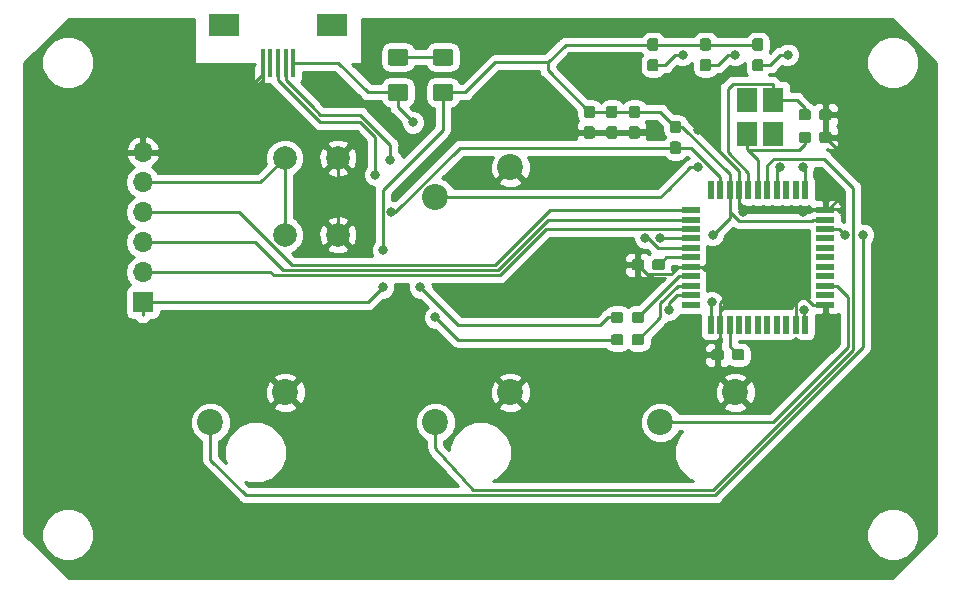
<source format=gbl>
G04 #@! TF.GenerationSoftware,KiCad,Pcbnew,(5.0.0)*
G04 #@! TF.CreationDate,2018-12-24T14:00:07+09:00*
G04 #@! TF.ProjectId,mykeyboard,6D796B6579626F6172642E6B69636164,rev?*
G04 #@! TF.SameCoordinates,Original*
G04 #@! TF.FileFunction,Copper,L2,Bot,Signal*
G04 #@! TF.FilePolarity,Positive*
%FSLAX46Y46*%
G04 Gerber Fmt 4.6, Leading zero omitted, Abs format (unit mm)*
G04 Created by KiCad (PCBNEW (5.0.0)) date 12/24/18 14:00:07*
%MOMM*%
%LPD*%
G01*
G04 APERTURE LIST*
G04 #@! TA.AperFunction,SMDPad,CuDef*
%ADD10R,1.800000X2.100000*%
G04 #@! TD*
G04 #@! TA.AperFunction,ComponentPad*
%ADD11C,2.200000*%
G04 #@! TD*
G04 #@! TA.AperFunction,ComponentPad*
%ADD12C,2.000000*%
G04 #@! TD*
G04 #@! TA.AperFunction,ComponentPad*
%ADD13O,1.700000X1.700000*%
G04 #@! TD*
G04 #@! TA.AperFunction,ComponentPad*
%ADD14R,1.700000X1.700000*%
G04 #@! TD*
G04 #@! TA.AperFunction,SMDPad,CuDef*
%ADD15R,2.600000X1.900000*%
G04 #@! TD*
G04 #@! TA.AperFunction,SMDPad,CuDef*
%ADD16R,0.400000X2.400000*%
G04 #@! TD*
G04 #@! TA.AperFunction,Conductor*
%ADD17C,0.100000*%
G04 #@! TD*
G04 #@! TA.AperFunction,SMDPad,CuDef*
%ADD18C,0.950000*%
G04 #@! TD*
G04 #@! TA.AperFunction,SMDPad,CuDef*
%ADD19C,1.425000*%
G04 #@! TD*
G04 #@! TA.AperFunction,SMDPad,CuDef*
%ADD20R,1.500000X0.550000*%
G04 #@! TD*
G04 #@! TA.AperFunction,SMDPad,CuDef*
%ADD21R,0.550000X1.500000*%
G04 #@! TD*
G04 #@! TA.AperFunction,ViaPad*
%ADD22C,0.800000*%
G04 #@! TD*
G04 #@! TA.AperFunction,Conductor*
%ADD23C,0.250000*%
G04 #@! TD*
G04 #@! TA.AperFunction,Conductor*
%ADD24C,0.254000*%
G04 #@! TD*
G04 APERTURE END LIST*
D10*
G04 #@! TO.P,Y1,4*
G04 #@! TO.N,N/C*
X130175000Y-56240000D03*
G04 #@! TO.P,Y1,2*
G04 #@! TO.N,Net-(C5-Pad1)*
X130175000Y-53340000D03*
G04 #@! TO.P,Y1,3*
G04 #@! TO.N,N/C*
X127975000Y-53340000D03*
G04 #@! TO.P,Y1,1*
G04 #@! TO.N,Net-(C4-Pad1)*
X127975000Y-56240000D03*
G04 #@! TD*
D11*
G04 #@! TO.P,SW_DOWN1,2*
G04 #@! TO.N,/D3*
X101600000Y-80645000D03*
G04 #@! TO.P,SW_DOWN1,1*
G04 #@! TO.N,GND*
X107950000Y-78105000D03*
G04 #@! TD*
G04 #@! TO.P,SW_LEFT1,2*
G04 #@! TO.N,/D4*
X82550000Y-80645000D03*
G04 #@! TO.P,SW_LEFT1,1*
G04 #@! TO.N,GND*
X88900000Y-78105000D03*
G04 #@! TD*
G04 #@! TO.P,SW_RIGHT1,2*
G04 #@! TO.N,/D5*
X120650000Y-80645000D03*
G04 #@! TO.P,SW_RIGHT1,1*
G04 #@! TO.N,GND*
X127000000Y-78105000D03*
G04 #@! TD*
G04 #@! TO.P,SW_UP1,2*
G04 #@! TO.N,/D2*
X101600000Y-61595000D03*
G04 #@! TO.P,SW_UP1,1*
G04 #@! TO.N,GND*
X107950000Y-59055000D03*
G04 #@! TD*
D12*
G04 #@! TO.P,SW_RST1,1*
G04 #@! TO.N,GND*
X93345000Y-58270000D03*
G04 #@! TO.P,SW_RST1,2*
G04 #@! TO.N,/RST*
X88845000Y-58270000D03*
G04 #@! TO.P,SW_RST1,1*
G04 #@! TO.N,GND*
X93345000Y-64770000D03*
G04 #@! TO.P,SW_RST1,2*
G04 #@! TO.N,/RST*
X88845000Y-64770000D03*
G04 #@! TD*
D13*
G04 #@! TO.P,J2,6*
G04 #@! TO.N,GND*
X76835000Y-57785000D03*
G04 #@! TO.P,J2,5*
G04 #@! TO.N,/RST*
X76835000Y-60325000D03*
G04 #@! TO.P,J2,4*
G04 #@! TO.N,/MISO*
X76835000Y-62865000D03*
G04 #@! TO.P,J2,3*
G04 #@! TO.N,/MOSI*
X76835000Y-65405000D03*
G04 #@! TO.P,J2,2*
G04 #@! TO.N,/SCK*
X76835000Y-67945000D03*
D14*
G04 #@! TO.P,J2,1*
G04 #@! TO.N,/VCC*
X76835000Y-70485000D03*
G04 #@! TD*
D15*
G04 #@! TO.P,J1,6*
G04 #@! TO.N,Net-(J1-Pad6)*
X92865000Y-46990000D03*
X83665000Y-46990000D03*
D16*
G04 #@! TO.P,J1,5*
G04 #@! TO.N,GND*
X86965000Y-50190000D03*
G04 #@! TO.P,J1,4*
G04 #@! TO.N,Net-(J1-Pad4)*
X87615000Y-50190000D03*
G04 #@! TO.P,J1,3*
G04 #@! TO.N,Net-(J1-Pad3)*
X88265000Y-50190000D03*
G04 #@! TO.P,J1,2*
G04 #@! TO.N,Net-(J1-Pad2)*
X88915000Y-50190000D03*
G04 #@! TO.P,J1,1*
G04 #@! TO.N,/UVCC*
X89565000Y-50190000D03*
G04 #@! TD*
D17*
G04 #@! TO.N,GND*
G04 #@! TO.C,C1*
G36*
X114898803Y-55578653D02*
X114921858Y-55582072D01*
X114944467Y-55587736D01*
X114966411Y-55595588D01*
X114987481Y-55605553D01*
X115007472Y-55617535D01*
X115026192Y-55631419D01*
X115043462Y-55647071D01*
X115059114Y-55664341D01*
X115072998Y-55683061D01*
X115084980Y-55703052D01*
X115094945Y-55724122D01*
X115102797Y-55746066D01*
X115108461Y-55768675D01*
X115111880Y-55791730D01*
X115113024Y-55815009D01*
X115113024Y-56390009D01*
X115111880Y-56413288D01*
X115108461Y-56436343D01*
X115102797Y-56458952D01*
X115094945Y-56480896D01*
X115084980Y-56501966D01*
X115072998Y-56521957D01*
X115059114Y-56540677D01*
X115043462Y-56557947D01*
X115026192Y-56573599D01*
X115007472Y-56587483D01*
X114987481Y-56599465D01*
X114966411Y-56609430D01*
X114944467Y-56617282D01*
X114921858Y-56622946D01*
X114898803Y-56626365D01*
X114875524Y-56627509D01*
X114400524Y-56627509D01*
X114377245Y-56626365D01*
X114354190Y-56622946D01*
X114331581Y-56617282D01*
X114309637Y-56609430D01*
X114288567Y-56599465D01*
X114268576Y-56587483D01*
X114249856Y-56573599D01*
X114232586Y-56557947D01*
X114216934Y-56540677D01*
X114203050Y-56521957D01*
X114191068Y-56501966D01*
X114181103Y-56480896D01*
X114173251Y-56458952D01*
X114167587Y-56436343D01*
X114164168Y-56413288D01*
X114163024Y-56390009D01*
X114163024Y-55815009D01*
X114164168Y-55791730D01*
X114167587Y-55768675D01*
X114173251Y-55746066D01*
X114181103Y-55724122D01*
X114191068Y-55703052D01*
X114203050Y-55683061D01*
X114216934Y-55664341D01*
X114232586Y-55647071D01*
X114249856Y-55631419D01*
X114268576Y-55617535D01*
X114288567Y-55605553D01*
X114309637Y-55595588D01*
X114331581Y-55587736D01*
X114354190Y-55582072D01*
X114377245Y-55578653D01*
X114400524Y-55577509D01*
X114875524Y-55577509D01*
X114898803Y-55578653D01*
X114898803Y-55578653D01*
G37*
D18*
G04 #@! TD*
G04 #@! TO.P,C1,2*
G04 #@! TO.N,GND*
X114638024Y-56102509D03*
D17*
G04 #@! TO.N,/VCC*
G04 #@! TO.C,C1*
G36*
X114898803Y-53828653D02*
X114921858Y-53832072D01*
X114944467Y-53837736D01*
X114966411Y-53845588D01*
X114987481Y-53855553D01*
X115007472Y-53867535D01*
X115026192Y-53881419D01*
X115043462Y-53897071D01*
X115059114Y-53914341D01*
X115072998Y-53933061D01*
X115084980Y-53953052D01*
X115094945Y-53974122D01*
X115102797Y-53996066D01*
X115108461Y-54018675D01*
X115111880Y-54041730D01*
X115113024Y-54065009D01*
X115113024Y-54640009D01*
X115111880Y-54663288D01*
X115108461Y-54686343D01*
X115102797Y-54708952D01*
X115094945Y-54730896D01*
X115084980Y-54751966D01*
X115072998Y-54771957D01*
X115059114Y-54790677D01*
X115043462Y-54807947D01*
X115026192Y-54823599D01*
X115007472Y-54837483D01*
X114987481Y-54849465D01*
X114966411Y-54859430D01*
X114944467Y-54867282D01*
X114921858Y-54872946D01*
X114898803Y-54876365D01*
X114875524Y-54877509D01*
X114400524Y-54877509D01*
X114377245Y-54876365D01*
X114354190Y-54872946D01*
X114331581Y-54867282D01*
X114309637Y-54859430D01*
X114288567Y-54849465D01*
X114268576Y-54837483D01*
X114249856Y-54823599D01*
X114232586Y-54807947D01*
X114216934Y-54790677D01*
X114203050Y-54771957D01*
X114191068Y-54751966D01*
X114181103Y-54730896D01*
X114173251Y-54708952D01*
X114167587Y-54686343D01*
X114164168Y-54663288D01*
X114163024Y-54640009D01*
X114163024Y-54065009D01*
X114164168Y-54041730D01*
X114167587Y-54018675D01*
X114173251Y-53996066D01*
X114181103Y-53974122D01*
X114191068Y-53953052D01*
X114203050Y-53933061D01*
X114216934Y-53914341D01*
X114232586Y-53897071D01*
X114249856Y-53881419D01*
X114268576Y-53867535D01*
X114288567Y-53855553D01*
X114309637Y-53845588D01*
X114331581Y-53837736D01*
X114354190Y-53832072D01*
X114377245Y-53828653D01*
X114400524Y-53827509D01*
X114875524Y-53827509D01*
X114898803Y-53828653D01*
X114898803Y-53828653D01*
G37*
D18*
G04 #@! TD*
G04 #@! TO.P,C1,1*
G04 #@! TO.N,/VCC*
X114638024Y-54352509D03*
D17*
G04 #@! TO.N,GND*
G04 #@! TO.C,C2*
G36*
X116803803Y-55578653D02*
X116826858Y-55582072D01*
X116849467Y-55587736D01*
X116871411Y-55595588D01*
X116892481Y-55605553D01*
X116912472Y-55617535D01*
X116931192Y-55631419D01*
X116948462Y-55647071D01*
X116964114Y-55664341D01*
X116977998Y-55683061D01*
X116989980Y-55703052D01*
X116999945Y-55724122D01*
X117007797Y-55746066D01*
X117013461Y-55768675D01*
X117016880Y-55791730D01*
X117018024Y-55815009D01*
X117018024Y-56390009D01*
X117016880Y-56413288D01*
X117013461Y-56436343D01*
X117007797Y-56458952D01*
X116999945Y-56480896D01*
X116989980Y-56501966D01*
X116977998Y-56521957D01*
X116964114Y-56540677D01*
X116948462Y-56557947D01*
X116931192Y-56573599D01*
X116912472Y-56587483D01*
X116892481Y-56599465D01*
X116871411Y-56609430D01*
X116849467Y-56617282D01*
X116826858Y-56622946D01*
X116803803Y-56626365D01*
X116780524Y-56627509D01*
X116305524Y-56627509D01*
X116282245Y-56626365D01*
X116259190Y-56622946D01*
X116236581Y-56617282D01*
X116214637Y-56609430D01*
X116193567Y-56599465D01*
X116173576Y-56587483D01*
X116154856Y-56573599D01*
X116137586Y-56557947D01*
X116121934Y-56540677D01*
X116108050Y-56521957D01*
X116096068Y-56501966D01*
X116086103Y-56480896D01*
X116078251Y-56458952D01*
X116072587Y-56436343D01*
X116069168Y-56413288D01*
X116068024Y-56390009D01*
X116068024Y-55815009D01*
X116069168Y-55791730D01*
X116072587Y-55768675D01*
X116078251Y-55746066D01*
X116086103Y-55724122D01*
X116096068Y-55703052D01*
X116108050Y-55683061D01*
X116121934Y-55664341D01*
X116137586Y-55647071D01*
X116154856Y-55631419D01*
X116173576Y-55617535D01*
X116193567Y-55605553D01*
X116214637Y-55595588D01*
X116236581Y-55587736D01*
X116259190Y-55582072D01*
X116282245Y-55578653D01*
X116305524Y-55577509D01*
X116780524Y-55577509D01*
X116803803Y-55578653D01*
X116803803Y-55578653D01*
G37*
D18*
G04 #@! TD*
G04 #@! TO.P,C2,2*
G04 #@! TO.N,GND*
X116543024Y-56102509D03*
D17*
G04 #@! TO.N,/VCC*
G04 #@! TO.C,C2*
G36*
X116803803Y-53828653D02*
X116826858Y-53832072D01*
X116849467Y-53837736D01*
X116871411Y-53845588D01*
X116892481Y-53855553D01*
X116912472Y-53867535D01*
X116931192Y-53881419D01*
X116948462Y-53897071D01*
X116964114Y-53914341D01*
X116977998Y-53933061D01*
X116989980Y-53953052D01*
X116999945Y-53974122D01*
X117007797Y-53996066D01*
X117013461Y-54018675D01*
X117016880Y-54041730D01*
X117018024Y-54065009D01*
X117018024Y-54640009D01*
X117016880Y-54663288D01*
X117013461Y-54686343D01*
X117007797Y-54708952D01*
X116999945Y-54730896D01*
X116989980Y-54751966D01*
X116977998Y-54771957D01*
X116964114Y-54790677D01*
X116948462Y-54807947D01*
X116931192Y-54823599D01*
X116912472Y-54837483D01*
X116892481Y-54849465D01*
X116871411Y-54859430D01*
X116849467Y-54867282D01*
X116826858Y-54872946D01*
X116803803Y-54876365D01*
X116780524Y-54877509D01*
X116305524Y-54877509D01*
X116282245Y-54876365D01*
X116259190Y-54872946D01*
X116236581Y-54867282D01*
X116214637Y-54859430D01*
X116193567Y-54849465D01*
X116173576Y-54837483D01*
X116154856Y-54823599D01*
X116137586Y-54807947D01*
X116121934Y-54790677D01*
X116108050Y-54771957D01*
X116096068Y-54751966D01*
X116086103Y-54730896D01*
X116078251Y-54708952D01*
X116072587Y-54686343D01*
X116069168Y-54663288D01*
X116068024Y-54640009D01*
X116068024Y-54065009D01*
X116069168Y-54041730D01*
X116072587Y-54018675D01*
X116078251Y-53996066D01*
X116086103Y-53974122D01*
X116096068Y-53953052D01*
X116108050Y-53933061D01*
X116121934Y-53914341D01*
X116137586Y-53897071D01*
X116154856Y-53881419D01*
X116173576Y-53867535D01*
X116193567Y-53855553D01*
X116214637Y-53845588D01*
X116236581Y-53837736D01*
X116259190Y-53832072D01*
X116282245Y-53828653D01*
X116305524Y-53827509D01*
X116780524Y-53827509D01*
X116803803Y-53828653D01*
X116803803Y-53828653D01*
G37*
D18*
G04 #@! TD*
G04 #@! TO.P,C2,1*
G04 #@! TO.N,/VCC*
X116543024Y-54352509D03*
D17*
G04 #@! TO.N,/VCC*
G04 #@! TO.C,C3*
G36*
X118708803Y-53828653D02*
X118731858Y-53832072D01*
X118754467Y-53837736D01*
X118776411Y-53845588D01*
X118797481Y-53855553D01*
X118817472Y-53867535D01*
X118836192Y-53881419D01*
X118853462Y-53897071D01*
X118869114Y-53914341D01*
X118882998Y-53933061D01*
X118894980Y-53953052D01*
X118904945Y-53974122D01*
X118912797Y-53996066D01*
X118918461Y-54018675D01*
X118921880Y-54041730D01*
X118923024Y-54065009D01*
X118923024Y-54640009D01*
X118921880Y-54663288D01*
X118918461Y-54686343D01*
X118912797Y-54708952D01*
X118904945Y-54730896D01*
X118894980Y-54751966D01*
X118882998Y-54771957D01*
X118869114Y-54790677D01*
X118853462Y-54807947D01*
X118836192Y-54823599D01*
X118817472Y-54837483D01*
X118797481Y-54849465D01*
X118776411Y-54859430D01*
X118754467Y-54867282D01*
X118731858Y-54872946D01*
X118708803Y-54876365D01*
X118685524Y-54877509D01*
X118210524Y-54877509D01*
X118187245Y-54876365D01*
X118164190Y-54872946D01*
X118141581Y-54867282D01*
X118119637Y-54859430D01*
X118098567Y-54849465D01*
X118078576Y-54837483D01*
X118059856Y-54823599D01*
X118042586Y-54807947D01*
X118026934Y-54790677D01*
X118013050Y-54771957D01*
X118001068Y-54751966D01*
X117991103Y-54730896D01*
X117983251Y-54708952D01*
X117977587Y-54686343D01*
X117974168Y-54663288D01*
X117973024Y-54640009D01*
X117973024Y-54065009D01*
X117974168Y-54041730D01*
X117977587Y-54018675D01*
X117983251Y-53996066D01*
X117991103Y-53974122D01*
X118001068Y-53953052D01*
X118013050Y-53933061D01*
X118026934Y-53914341D01*
X118042586Y-53897071D01*
X118059856Y-53881419D01*
X118078576Y-53867535D01*
X118098567Y-53855553D01*
X118119637Y-53845588D01*
X118141581Y-53837736D01*
X118164190Y-53832072D01*
X118187245Y-53828653D01*
X118210524Y-53827509D01*
X118685524Y-53827509D01*
X118708803Y-53828653D01*
X118708803Y-53828653D01*
G37*
D18*
G04 #@! TD*
G04 #@! TO.P,C3,1*
G04 #@! TO.N,/VCC*
X118448024Y-54352509D03*
D17*
G04 #@! TO.N,GND*
G04 #@! TO.C,C3*
G36*
X118708803Y-55578653D02*
X118731858Y-55582072D01*
X118754467Y-55587736D01*
X118776411Y-55595588D01*
X118797481Y-55605553D01*
X118817472Y-55617535D01*
X118836192Y-55631419D01*
X118853462Y-55647071D01*
X118869114Y-55664341D01*
X118882998Y-55683061D01*
X118894980Y-55703052D01*
X118904945Y-55724122D01*
X118912797Y-55746066D01*
X118918461Y-55768675D01*
X118921880Y-55791730D01*
X118923024Y-55815009D01*
X118923024Y-56390009D01*
X118921880Y-56413288D01*
X118918461Y-56436343D01*
X118912797Y-56458952D01*
X118904945Y-56480896D01*
X118894980Y-56501966D01*
X118882998Y-56521957D01*
X118869114Y-56540677D01*
X118853462Y-56557947D01*
X118836192Y-56573599D01*
X118817472Y-56587483D01*
X118797481Y-56599465D01*
X118776411Y-56609430D01*
X118754467Y-56617282D01*
X118731858Y-56622946D01*
X118708803Y-56626365D01*
X118685524Y-56627509D01*
X118210524Y-56627509D01*
X118187245Y-56626365D01*
X118164190Y-56622946D01*
X118141581Y-56617282D01*
X118119637Y-56609430D01*
X118098567Y-56599465D01*
X118078576Y-56587483D01*
X118059856Y-56573599D01*
X118042586Y-56557947D01*
X118026934Y-56540677D01*
X118013050Y-56521957D01*
X118001068Y-56501966D01*
X117991103Y-56480896D01*
X117983251Y-56458952D01*
X117977587Y-56436343D01*
X117974168Y-56413288D01*
X117973024Y-56390009D01*
X117973024Y-55815009D01*
X117974168Y-55791730D01*
X117977587Y-55768675D01*
X117983251Y-55746066D01*
X117991103Y-55724122D01*
X118001068Y-55703052D01*
X118013050Y-55683061D01*
X118026934Y-55664341D01*
X118042586Y-55647071D01*
X118059856Y-55631419D01*
X118078576Y-55617535D01*
X118098567Y-55605553D01*
X118119637Y-55595588D01*
X118141581Y-55587736D01*
X118164190Y-55582072D01*
X118187245Y-55578653D01*
X118210524Y-55577509D01*
X118685524Y-55577509D01*
X118708803Y-55578653D01*
X118708803Y-55578653D01*
G37*
D18*
G04 #@! TD*
G04 #@! TO.P,C3,2*
G04 #@! TO.N,GND*
X118448024Y-56102509D03*
D17*
G04 #@! TO.N,Net-(C4-Pad1)*
G04 #@! TO.C,C4*
G36*
X133180779Y-56041144D02*
X133203834Y-56044563D01*
X133226443Y-56050227D01*
X133248387Y-56058079D01*
X133269457Y-56068044D01*
X133289448Y-56080026D01*
X133308168Y-56093910D01*
X133325438Y-56109562D01*
X133341090Y-56126832D01*
X133354974Y-56145552D01*
X133366956Y-56165543D01*
X133376921Y-56186613D01*
X133384773Y-56208557D01*
X133390437Y-56231166D01*
X133393856Y-56254221D01*
X133395000Y-56277500D01*
X133395000Y-56752500D01*
X133393856Y-56775779D01*
X133390437Y-56798834D01*
X133384773Y-56821443D01*
X133376921Y-56843387D01*
X133366956Y-56864457D01*
X133354974Y-56884448D01*
X133341090Y-56903168D01*
X133325438Y-56920438D01*
X133308168Y-56936090D01*
X133289448Y-56949974D01*
X133269457Y-56961956D01*
X133248387Y-56971921D01*
X133226443Y-56979773D01*
X133203834Y-56985437D01*
X133180779Y-56988856D01*
X133157500Y-56990000D01*
X132582500Y-56990000D01*
X132559221Y-56988856D01*
X132536166Y-56985437D01*
X132513557Y-56979773D01*
X132491613Y-56971921D01*
X132470543Y-56961956D01*
X132450552Y-56949974D01*
X132431832Y-56936090D01*
X132414562Y-56920438D01*
X132398910Y-56903168D01*
X132385026Y-56884448D01*
X132373044Y-56864457D01*
X132363079Y-56843387D01*
X132355227Y-56821443D01*
X132349563Y-56798834D01*
X132346144Y-56775779D01*
X132345000Y-56752500D01*
X132345000Y-56277500D01*
X132346144Y-56254221D01*
X132349563Y-56231166D01*
X132355227Y-56208557D01*
X132363079Y-56186613D01*
X132373044Y-56165543D01*
X132385026Y-56145552D01*
X132398910Y-56126832D01*
X132414562Y-56109562D01*
X132431832Y-56093910D01*
X132450552Y-56080026D01*
X132470543Y-56068044D01*
X132491613Y-56058079D01*
X132513557Y-56050227D01*
X132536166Y-56044563D01*
X132559221Y-56041144D01*
X132582500Y-56040000D01*
X133157500Y-56040000D01*
X133180779Y-56041144D01*
X133180779Y-56041144D01*
G37*
D18*
G04 #@! TD*
G04 #@! TO.P,C4,1*
G04 #@! TO.N,Net-(C4-Pad1)*
X132870000Y-56515000D03*
D17*
G04 #@! TO.N,GND*
G04 #@! TO.C,C4*
G36*
X134930779Y-56041144D02*
X134953834Y-56044563D01*
X134976443Y-56050227D01*
X134998387Y-56058079D01*
X135019457Y-56068044D01*
X135039448Y-56080026D01*
X135058168Y-56093910D01*
X135075438Y-56109562D01*
X135091090Y-56126832D01*
X135104974Y-56145552D01*
X135116956Y-56165543D01*
X135126921Y-56186613D01*
X135134773Y-56208557D01*
X135140437Y-56231166D01*
X135143856Y-56254221D01*
X135145000Y-56277500D01*
X135145000Y-56752500D01*
X135143856Y-56775779D01*
X135140437Y-56798834D01*
X135134773Y-56821443D01*
X135126921Y-56843387D01*
X135116956Y-56864457D01*
X135104974Y-56884448D01*
X135091090Y-56903168D01*
X135075438Y-56920438D01*
X135058168Y-56936090D01*
X135039448Y-56949974D01*
X135019457Y-56961956D01*
X134998387Y-56971921D01*
X134976443Y-56979773D01*
X134953834Y-56985437D01*
X134930779Y-56988856D01*
X134907500Y-56990000D01*
X134332500Y-56990000D01*
X134309221Y-56988856D01*
X134286166Y-56985437D01*
X134263557Y-56979773D01*
X134241613Y-56971921D01*
X134220543Y-56961956D01*
X134200552Y-56949974D01*
X134181832Y-56936090D01*
X134164562Y-56920438D01*
X134148910Y-56903168D01*
X134135026Y-56884448D01*
X134123044Y-56864457D01*
X134113079Y-56843387D01*
X134105227Y-56821443D01*
X134099563Y-56798834D01*
X134096144Y-56775779D01*
X134095000Y-56752500D01*
X134095000Y-56277500D01*
X134096144Y-56254221D01*
X134099563Y-56231166D01*
X134105227Y-56208557D01*
X134113079Y-56186613D01*
X134123044Y-56165543D01*
X134135026Y-56145552D01*
X134148910Y-56126832D01*
X134164562Y-56109562D01*
X134181832Y-56093910D01*
X134200552Y-56080026D01*
X134220543Y-56068044D01*
X134241613Y-56058079D01*
X134263557Y-56050227D01*
X134286166Y-56044563D01*
X134309221Y-56041144D01*
X134332500Y-56040000D01*
X134907500Y-56040000D01*
X134930779Y-56041144D01*
X134930779Y-56041144D01*
G37*
D18*
G04 #@! TD*
G04 #@! TO.P,C4,2*
G04 #@! TO.N,GND*
X134620000Y-56515000D03*
D17*
G04 #@! TO.N,GND*
G04 #@! TO.C,C5*
G36*
X134930779Y-54136144D02*
X134953834Y-54139563D01*
X134976443Y-54145227D01*
X134998387Y-54153079D01*
X135019457Y-54163044D01*
X135039448Y-54175026D01*
X135058168Y-54188910D01*
X135075438Y-54204562D01*
X135091090Y-54221832D01*
X135104974Y-54240552D01*
X135116956Y-54260543D01*
X135126921Y-54281613D01*
X135134773Y-54303557D01*
X135140437Y-54326166D01*
X135143856Y-54349221D01*
X135145000Y-54372500D01*
X135145000Y-54847500D01*
X135143856Y-54870779D01*
X135140437Y-54893834D01*
X135134773Y-54916443D01*
X135126921Y-54938387D01*
X135116956Y-54959457D01*
X135104974Y-54979448D01*
X135091090Y-54998168D01*
X135075438Y-55015438D01*
X135058168Y-55031090D01*
X135039448Y-55044974D01*
X135019457Y-55056956D01*
X134998387Y-55066921D01*
X134976443Y-55074773D01*
X134953834Y-55080437D01*
X134930779Y-55083856D01*
X134907500Y-55085000D01*
X134332500Y-55085000D01*
X134309221Y-55083856D01*
X134286166Y-55080437D01*
X134263557Y-55074773D01*
X134241613Y-55066921D01*
X134220543Y-55056956D01*
X134200552Y-55044974D01*
X134181832Y-55031090D01*
X134164562Y-55015438D01*
X134148910Y-54998168D01*
X134135026Y-54979448D01*
X134123044Y-54959457D01*
X134113079Y-54938387D01*
X134105227Y-54916443D01*
X134099563Y-54893834D01*
X134096144Y-54870779D01*
X134095000Y-54847500D01*
X134095000Y-54372500D01*
X134096144Y-54349221D01*
X134099563Y-54326166D01*
X134105227Y-54303557D01*
X134113079Y-54281613D01*
X134123044Y-54260543D01*
X134135026Y-54240552D01*
X134148910Y-54221832D01*
X134164562Y-54204562D01*
X134181832Y-54188910D01*
X134200552Y-54175026D01*
X134220543Y-54163044D01*
X134241613Y-54153079D01*
X134263557Y-54145227D01*
X134286166Y-54139563D01*
X134309221Y-54136144D01*
X134332500Y-54135000D01*
X134907500Y-54135000D01*
X134930779Y-54136144D01*
X134930779Y-54136144D01*
G37*
D18*
G04 #@! TD*
G04 #@! TO.P,C5,2*
G04 #@! TO.N,GND*
X134620000Y-54610000D03*
D17*
G04 #@! TO.N,Net-(C5-Pad1)*
G04 #@! TO.C,C5*
G36*
X133180779Y-54136144D02*
X133203834Y-54139563D01*
X133226443Y-54145227D01*
X133248387Y-54153079D01*
X133269457Y-54163044D01*
X133289448Y-54175026D01*
X133308168Y-54188910D01*
X133325438Y-54204562D01*
X133341090Y-54221832D01*
X133354974Y-54240552D01*
X133366956Y-54260543D01*
X133376921Y-54281613D01*
X133384773Y-54303557D01*
X133390437Y-54326166D01*
X133393856Y-54349221D01*
X133395000Y-54372500D01*
X133395000Y-54847500D01*
X133393856Y-54870779D01*
X133390437Y-54893834D01*
X133384773Y-54916443D01*
X133376921Y-54938387D01*
X133366956Y-54959457D01*
X133354974Y-54979448D01*
X133341090Y-54998168D01*
X133325438Y-55015438D01*
X133308168Y-55031090D01*
X133289448Y-55044974D01*
X133269457Y-55056956D01*
X133248387Y-55066921D01*
X133226443Y-55074773D01*
X133203834Y-55080437D01*
X133180779Y-55083856D01*
X133157500Y-55085000D01*
X132582500Y-55085000D01*
X132559221Y-55083856D01*
X132536166Y-55080437D01*
X132513557Y-55074773D01*
X132491613Y-55066921D01*
X132470543Y-55056956D01*
X132450552Y-55044974D01*
X132431832Y-55031090D01*
X132414562Y-55015438D01*
X132398910Y-54998168D01*
X132385026Y-54979448D01*
X132373044Y-54959457D01*
X132363079Y-54938387D01*
X132355227Y-54916443D01*
X132349563Y-54893834D01*
X132346144Y-54870779D01*
X132345000Y-54847500D01*
X132345000Y-54372500D01*
X132346144Y-54349221D01*
X132349563Y-54326166D01*
X132355227Y-54303557D01*
X132363079Y-54281613D01*
X132373044Y-54260543D01*
X132385026Y-54240552D01*
X132398910Y-54221832D01*
X132414562Y-54204562D01*
X132431832Y-54188910D01*
X132450552Y-54175026D01*
X132470543Y-54163044D01*
X132491613Y-54153079D01*
X132513557Y-54145227D01*
X132536166Y-54139563D01*
X132559221Y-54136144D01*
X132582500Y-54135000D01*
X133157500Y-54135000D01*
X133180779Y-54136144D01*
X133180779Y-54136144D01*
G37*
D18*
G04 #@! TD*
G04 #@! TO.P,C5,1*
G04 #@! TO.N,Net-(C5-Pad1)*
X132870000Y-54610000D03*
D17*
G04 #@! TO.N,Net-(C6-Pad1)*
G04 #@! TO.C,C6*
G36*
X127550779Y-74456144D02*
X127573834Y-74459563D01*
X127596443Y-74465227D01*
X127618387Y-74473079D01*
X127639457Y-74483044D01*
X127659448Y-74495026D01*
X127678168Y-74508910D01*
X127695438Y-74524562D01*
X127711090Y-74541832D01*
X127724974Y-74560552D01*
X127736956Y-74580543D01*
X127746921Y-74601613D01*
X127754773Y-74623557D01*
X127760437Y-74646166D01*
X127763856Y-74669221D01*
X127765000Y-74692500D01*
X127765000Y-75167500D01*
X127763856Y-75190779D01*
X127760437Y-75213834D01*
X127754773Y-75236443D01*
X127746921Y-75258387D01*
X127736956Y-75279457D01*
X127724974Y-75299448D01*
X127711090Y-75318168D01*
X127695438Y-75335438D01*
X127678168Y-75351090D01*
X127659448Y-75364974D01*
X127639457Y-75376956D01*
X127618387Y-75386921D01*
X127596443Y-75394773D01*
X127573834Y-75400437D01*
X127550779Y-75403856D01*
X127527500Y-75405000D01*
X126952500Y-75405000D01*
X126929221Y-75403856D01*
X126906166Y-75400437D01*
X126883557Y-75394773D01*
X126861613Y-75386921D01*
X126840543Y-75376956D01*
X126820552Y-75364974D01*
X126801832Y-75351090D01*
X126784562Y-75335438D01*
X126768910Y-75318168D01*
X126755026Y-75299448D01*
X126743044Y-75279457D01*
X126733079Y-75258387D01*
X126725227Y-75236443D01*
X126719563Y-75213834D01*
X126716144Y-75190779D01*
X126715000Y-75167500D01*
X126715000Y-74692500D01*
X126716144Y-74669221D01*
X126719563Y-74646166D01*
X126725227Y-74623557D01*
X126733079Y-74601613D01*
X126743044Y-74580543D01*
X126755026Y-74560552D01*
X126768910Y-74541832D01*
X126784562Y-74524562D01*
X126801832Y-74508910D01*
X126820552Y-74495026D01*
X126840543Y-74483044D01*
X126861613Y-74473079D01*
X126883557Y-74465227D01*
X126906166Y-74459563D01*
X126929221Y-74456144D01*
X126952500Y-74455000D01*
X127527500Y-74455000D01*
X127550779Y-74456144D01*
X127550779Y-74456144D01*
G37*
D18*
G04 #@! TD*
G04 #@! TO.P,C6,1*
G04 #@! TO.N,Net-(C6-Pad1)*
X127240000Y-74930000D03*
D17*
G04 #@! TO.N,GND*
G04 #@! TO.C,C6*
G36*
X125800779Y-74456144D02*
X125823834Y-74459563D01*
X125846443Y-74465227D01*
X125868387Y-74473079D01*
X125889457Y-74483044D01*
X125909448Y-74495026D01*
X125928168Y-74508910D01*
X125945438Y-74524562D01*
X125961090Y-74541832D01*
X125974974Y-74560552D01*
X125986956Y-74580543D01*
X125996921Y-74601613D01*
X126004773Y-74623557D01*
X126010437Y-74646166D01*
X126013856Y-74669221D01*
X126015000Y-74692500D01*
X126015000Y-75167500D01*
X126013856Y-75190779D01*
X126010437Y-75213834D01*
X126004773Y-75236443D01*
X125996921Y-75258387D01*
X125986956Y-75279457D01*
X125974974Y-75299448D01*
X125961090Y-75318168D01*
X125945438Y-75335438D01*
X125928168Y-75351090D01*
X125909448Y-75364974D01*
X125889457Y-75376956D01*
X125868387Y-75386921D01*
X125846443Y-75394773D01*
X125823834Y-75400437D01*
X125800779Y-75403856D01*
X125777500Y-75405000D01*
X125202500Y-75405000D01*
X125179221Y-75403856D01*
X125156166Y-75400437D01*
X125133557Y-75394773D01*
X125111613Y-75386921D01*
X125090543Y-75376956D01*
X125070552Y-75364974D01*
X125051832Y-75351090D01*
X125034562Y-75335438D01*
X125018910Y-75318168D01*
X125005026Y-75299448D01*
X124993044Y-75279457D01*
X124983079Y-75258387D01*
X124975227Y-75236443D01*
X124969563Y-75213834D01*
X124966144Y-75190779D01*
X124965000Y-75167500D01*
X124965000Y-74692500D01*
X124966144Y-74669221D01*
X124969563Y-74646166D01*
X124975227Y-74623557D01*
X124983079Y-74601613D01*
X124993044Y-74580543D01*
X125005026Y-74560552D01*
X125018910Y-74541832D01*
X125034562Y-74524562D01*
X125051832Y-74508910D01*
X125070552Y-74495026D01*
X125090543Y-74483044D01*
X125111613Y-74473079D01*
X125133557Y-74465227D01*
X125156166Y-74459563D01*
X125179221Y-74456144D01*
X125202500Y-74455000D01*
X125777500Y-74455000D01*
X125800779Y-74456144D01*
X125800779Y-74456144D01*
G37*
D18*
G04 #@! TD*
G04 #@! TO.P,C6,2*
G04 #@! TO.N,GND*
X125490000Y-74930000D03*
D17*
G04 #@! TO.N,Net-(C7-Pad1)*
G04 #@! TO.C,C7*
G36*
X120805779Y-66836144D02*
X120828834Y-66839563D01*
X120851443Y-66845227D01*
X120873387Y-66853079D01*
X120894457Y-66863044D01*
X120914448Y-66875026D01*
X120933168Y-66888910D01*
X120950438Y-66904562D01*
X120966090Y-66921832D01*
X120979974Y-66940552D01*
X120991956Y-66960543D01*
X121001921Y-66981613D01*
X121009773Y-67003557D01*
X121015437Y-67026166D01*
X121018856Y-67049221D01*
X121020000Y-67072500D01*
X121020000Y-67547500D01*
X121018856Y-67570779D01*
X121015437Y-67593834D01*
X121009773Y-67616443D01*
X121001921Y-67638387D01*
X120991956Y-67659457D01*
X120979974Y-67679448D01*
X120966090Y-67698168D01*
X120950438Y-67715438D01*
X120933168Y-67731090D01*
X120914448Y-67744974D01*
X120894457Y-67756956D01*
X120873387Y-67766921D01*
X120851443Y-67774773D01*
X120828834Y-67780437D01*
X120805779Y-67783856D01*
X120782500Y-67785000D01*
X120207500Y-67785000D01*
X120184221Y-67783856D01*
X120161166Y-67780437D01*
X120138557Y-67774773D01*
X120116613Y-67766921D01*
X120095543Y-67756956D01*
X120075552Y-67744974D01*
X120056832Y-67731090D01*
X120039562Y-67715438D01*
X120023910Y-67698168D01*
X120010026Y-67679448D01*
X119998044Y-67659457D01*
X119988079Y-67638387D01*
X119980227Y-67616443D01*
X119974563Y-67593834D01*
X119971144Y-67570779D01*
X119970000Y-67547500D01*
X119970000Y-67072500D01*
X119971144Y-67049221D01*
X119974563Y-67026166D01*
X119980227Y-67003557D01*
X119988079Y-66981613D01*
X119998044Y-66960543D01*
X120010026Y-66940552D01*
X120023910Y-66921832D01*
X120039562Y-66904562D01*
X120056832Y-66888910D01*
X120075552Y-66875026D01*
X120095543Y-66863044D01*
X120116613Y-66853079D01*
X120138557Y-66845227D01*
X120161166Y-66839563D01*
X120184221Y-66836144D01*
X120207500Y-66835000D01*
X120782500Y-66835000D01*
X120805779Y-66836144D01*
X120805779Y-66836144D01*
G37*
D18*
G04 #@! TD*
G04 #@! TO.P,C7,1*
G04 #@! TO.N,Net-(C7-Pad1)*
X120495000Y-67310000D03*
D17*
G04 #@! TO.N,GND*
G04 #@! TO.C,C7*
G36*
X119055779Y-66836144D02*
X119078834Y-66839563D01*
X119101443Y-66845227D01*
X119123387Y-66853079D01*
X119144457Y-66863044D01*
X119164448Y-66875026D01*
X119183168Y-66888910D01*
X119200438Y-66904562D01*
X119216090Y-66921832D01*
X119229974Y-66940552D01*
X119241956Y-66960543D01*
X119251921Y-66981613D01*
X119259773Y-67003557D01*
X119265437Y-67026166D01*
X119268856Y-67049221D01*
X119270000Y-67072500D01*
X119270000Y-67547500D01*
X119268856Y-67570779D01*
X119265437Y-67593834D01*
X119259773Y-67616443D01*
X119251921Y-67638387D01*
X119241956Y-67659457D01*
X119229974Y-67679448D01*
X119216090Y-67698168D01*
X119200438Y-67715438D01*
X119183168Y-67731090D01*
X119164448Y-67744974D01*
X119144457Y-67756956D01*
X119123387Y-67766921D01*
X119101443Y-67774773D01*
X119078834Y-67780437D01*
X119055779Y-67783856D01*
X119032500Y-67785000D01*
X118457500Y-67785000D01*
X118434221Y-67783856D01*
X118411166Y-67780437D01*
X118388557Y-67774773D01*
X118366613Y-67766921D01*
X118345543Y-67756956D01*
X118325552Y-67744974D01*
X118306832Y-67731090D01*
X118289562Y-67715438D01*
X118273910Y-67698168D01*
X118260026Y-67679448D01*
X118248044Y-67659457D01*
X118238079Y-67638387D01*
X118230227Y-67616443D01*
X118224563Y-67593834D01*
X118221144Y-67570779D01*
X118220000Y-67547500D01*
X118220000Y-67072500D01*
X118221144Y-67049221D01*
X118224563Y-67026166D01*
X118230227Y-67003557D01*
X118238079Y-66981613D01*
X118248044Y-66960543D01*
X118260026Y-66940552D01*
X118273910Y-66921832D01*
X118289562Y-66904562D01*
X118306832Y-66888910D01*
X118325552Y-66875026D01*
X118345543Y-66863044D01*
X118366613Y-66853079D01*
X118388557Y-66845227D01*
X118411166Y-66839563D01*
X118434221Y-66836144D01*
X118457500Y-66835000D01*
X119032500Y-66835000D01*
X119055779Y-66836144D01*
X119055779Y-66836144D01*
G37*
D18*
G04 #@! TD*
G04 #@! TO.P,C7,2*
G04 #@! TO.N,GND*
X118745000Y-67310000D03*
D17*
G04 #@! TO.N,Net-(D1-Pad2)*
G04 #@! TO.C,D1*
G36*
X102884504Y-49018704D02*
X102908773Y-49022304D01*
X102932571Y-49028265D01*
X102955671Y-49036530D01*
X102977849Y-49047020D01*
X102998893Y-49059633D01*
X103018598Y-49074247D01*
X103036777Y-49090723D01*
X103053253Y-49108902D01*
X103067867Y-49128607D01*
X103080480Y-49149651D01*
X103090970Y-49171829D01*
X103099235Y-49194929D01*
X103105196Y-49218727D01*
X103108796Y-49242996D01*
X103110000Y-49267500D01*
X103110000Y-50192500D01*
X103108796Y-50217004D01*
X103105196Y-50241273D01*
X103099235Y-50265071D01*
X103090970Y-50288171D01*
X103080480Y-50310349D01*
X103067867Y-50331393D01*
X103053253Y-50351098D01*
X103036777Y-50369277D01*
X103018598Y-50385753D01*
X102998893Y-50400367D01*
X102977849Y-50412980D01*
X102955671Y-50423470D01*
X102932571Y-50431735D01*
X102908773Y-50437696D01*
X102884504Y-50441296D01*
X102860000Y-50442500D01*
X101610000Y-50442500D01*
X101585496Y-50441296D01*
X101561227Y-50437696D01*
X101537429Y-50431735D01*
X101514329Y-50423470D01*
X101492151Y-50412980D01*
X101471107Y-50400367D01*
X101451402Y-50385753D01*
X101433223Y-50369277D01*
X101416747Y-50351098D01*
X101402133Y-50331393D01*
X101389520Y-50310349D01*
X101379030Y-50288171D01*
X101370765Y-50265071D01*
X101364804Y-50241273D01*
X101361204Y-50217004D01*
X101360000Y-50192500D01*
X101360000Y-49267500D01*
X101361204Y-49242996D01*
X101364804Y-49218727D01*
X101370765Y-49194929D01*
X101379030Y-49171829D01*
X101389520Y-49149651D01*
X101402133Y-49128607D01*
X101416747Y-49108902D01*
X101433223Y-49090723D01*
X101451402Y-49074247D01*
X101471107Y-49059633D01*
X101492151Y-49047020D01*
X101514329Y-49036530D01*
X101537429Y-49028265D01*
X101561227Y-49022304D01*
X101585496Y-49018704D01*
X101610000Y-49017500D01*
X102860000Y-49017500D01*
X102884504Y-49018704D01*
X102884504Y-49018704D01*
G37*
D19*
G04 #@! TD*
G04 #@! TO.P,D1,2*
G04 #@! TO.N,Net-(D1-Pad2)*
X102235000Y-49730000D03*
D17*
G04 #@! TO.N,/VCC*
G04 #@! TO.C,D1*
G36*
X102884504Y-51993704D02*
X102908773Y-51997304D01*
X102932571Y-52003265D01*
X102955671Y-52011530D01*
X102977849Y-52022020D01*
X102998893Y-52034633D01*
X103018598Y-52049247D01*
X103036777Y-52065723D01*
X103053253Y-52083902D01*
X103067867Y-52103607D01*
X103080480Y-52124651D01*
X103090970Y-52146829D01*
X103099235Y-52169929D01*
X103105196Y-52193727D01*
X103108796Y-52217996D01*
X103110000Y-52242500D01*
X103110000Y-53167500D01*
X103108796Y-53192004D01*
X103105196Y-53216273D01*
X103099235Y-53240071D01*
X103090970Y-53263171D01*
X103080480Y-53285349D01*
X103067867Y-53306393D01*
X103053253Y-53326098D01*
X103036777Y-53344277D01*
X103018598Y-53360753D01*
X102998893Y-53375367D01*
X102977849Y-53387980D01*
X102955671Y-53398470D01*
X102932571Y-53406735D01*
X102908773Y-53412696D01*
X102884504Y-53416296D01*
X102860000Y-53417500D01*
X101610000Y-53417500D01*
X101585496Y-53416296D01*
X101561227Y-53412696D01*
X101537429Y-53406735D01*
X101514329Y-53398470D01*
X101492151Y-53387980D01*
X101471107Y-53375367D01*
X101451402Y-53360753D01*
X101433223Y-53344277D01*
X101416747Y-53326098D01*
X101402133Y-53306393D01*
X101389520Y-53285349D01*
X101379030Y-53263171D01*
X101370765Y-53240071D01*
X101364804Y-53216273D01*
X101361204Y-53192004D01*
X101360000Y-53167500D01*
X101360000Y-52242500D01*
X101361204Y-52217996D01*
X101364804Y-52193727D01*
X101370765Y-52169929D01*
X101379030Y-52146829D01*
X101389520Y-52124651D01*
X101402133Y-52103607D01*
X101416747Y-52083902D01*
X101433223Y-52065723D01*
X101451402Y-52049247D01*
X101471107Y-52034633D01*
X101492151Y-52022020D01*
X101514329Y-52011530D01*
X101537429Y-52003265D01*
X101561227Y-51997304D01*
X101585496Y-51993704D01*
X101610000Y-51992500D01*
X102860000Y-51992500D01*
X102884504Y-51993704D01*
X102884504Y-51993704D01*
G37*
D19*
G04 #@! TD*
G04 #@! TO.P,D1,1*
G04 #@! TO.N,/VCC*
X102235000Y-52705000D03*
D17*
G04 #@! TO.N,Net-(D1-Pad2)*
G04 #@! TO.C,F1*
G36*
X99074504Y-49018704D02*
X99098773Y-49022304D01*
X99122571Y-49028265D01*
X99145671Y-49036530D01*
X99167849Y-49047020D01*
X99188893Y-49059633D01*
X99208598Y-49074247D01*
X99226777Y-49090723D01*
X99243253Y-49108902D01*
X99257867Y-49128607D01*
X99270480Y-49149651D01*
X99280970Y-49171829D01*
X99289235Y-49194929D01*
X99295196Y-49218727D01*
X99298796Y-49242996D01*
X99300000Y-49267500D01*
X99300000Y-50192500D01*
X99298796Y-50217004D01*
X99295196Y-50241273D01*
X99289235Y-50265071D01*
X99280970Y-50288171D01*
X99270480Y-50310349D01*
X99257867Y-50331393D01*
X99243253Y-50351098D01*
X99226777Y-50369277D01*
X99208598Y-50385753D01*
X99188893Y-50400367D01*
X99167849Y-50412980D01*
X99145671Y-50423470D01*
X99122571Y-50431735D01*
X99098773Y-50437696D01*
X99074504Y-50441296D01*
X99050000Y-50442500D01*
X97800000Y-50442500D01*
X97775496Y-50441296D01*
X97751227Y-50437696D01*
X97727429Y-50431735D01*
X97704329Y-50423470D01*
X97682151Y-50412980D01*
X97661107Y-50400367D01*
X97641402Y-50385753D01*
X97623223Y-50369277D01*
X97606747Y-50351098D01*
X97592133Y-50331393D01*
X97579520Y-50310349D01*
X97569030Y-50288171D01*
X97560765Y-50265071D01*
X97554804Y-50241273D01*
X97551204Y-50217004D01*
X97550000Y-50192500D01*
X97550000Y-49267500D01*
X97551204Y-49242996D01*
X97554804Y-49218727D01*
X97560765Y-49194929D01*
X97569030Y-49171829D01*
X97579520Y-49149651D01*
X97592133Y-49128607D01*
X97606747Y-49108902D01*
X97623223Y-49090723D01*
X97641402Y-49074247D01*
X97661107Y-49059633D01*
X97682151Y-49047020D01*
X97704329Y-49036530D01*
X97727429Y-49028265D01*
X97751227Y-49022304D01*
X97775496Y-49018704D01*
X97800000Y-49017500D01*
X99050000Y-49017500D01*
X99074504Y-49018704D01*
X99074504Y-49018704D01*
G37*
D19*
G04 #@! TD*
G04 #@! TO.P,F1,1*
G04 #@! TO.N,Net-(D1-Pad2)*
X98425000Y-49730000D03*
D17*
G04 #@! TO.N,/UVCC*
G04 #@! TO.C,F1*
G36*
X99074504Y-51993704D02*
X99098773Y-51997304D01*
X99122571Y-52003265D01*
X99145671Y-52011530D01*
X99167849Y-52022020D01*
X99188893Y-52034633D01*
X99208598Y-52049247D01*
X99226777Y-52065723D01*
X99243253Y-52083902D01*
X99257867Y-52103607D01*
X99270480Y-52124651D01*
X99280970Y-52146829D01*
X99289235Y-52169929D01*
X99295196Y-52193727D01*
X99298796Y-52217996D01*
X99300000Y-52242500D01*
X99300000Y-53167500D01*
X99298796Y-53192004D01*
X99295196Y-53216273D01*
X99289235Y-53240071D01*
X99280970Y-53263171D01*
X99270480Y-53285349D01*
X99257867Y-53306393D01*
X99243253Y-53326098D01*
X99226777Y-53344277D01*
X99208598Y-53360753D01*
X99188893Y-53375367D01*
X99167849Y-53387980D01*
X99145671Y-53398470D01*
X99122571Y-53406735D01*
X99098773Y-53412696D01*
X99074504Y-53416296D01*
X99050000Y-53417500D01*
X97800000Y-53417500D01*
X97775496Y-53416296D01*
X97751227Y-53412696D01*
X97727429Y-53406735D01*
X97704329Y-53398470D01*
X97682151Y-53387980D01*
X97661107Y-53375367D01*
X97641402Y-53360753D01*
X97623223Y-53344277D01*
X97606747Y-53326098D01*
X97592133Y-53306393D01*
X97579520Y-53285349D01*
X97569030Y-53263171D01*
X97560765Y-53240071D01*
X97554804Y-53216273D01*
X97551204Y-53192004D01*
X97550000Y-53167500D01*
X97550000Y-52242500D01*
X97551204Y-52217996D01*
X97554804Y-52193727D01*
X97560765Y-52169929D01*
X97569030Y-52146829D01*
X97579520Y-52124651D01*
X97592133Y-52103607D01*
X97606747Y-52083902D01*
X97623223Y-52065723D01*
X97641402Y-52049247D01*
X97661107Y-52034633D01*
X97682151Y-52022020D01*
X97704329Y-52011530D01*
X97727429Y-52003265D01*
X97751227Y-51997304D01*
X97775496Y-51993704D01*
X97800000Y-51992500D01*
X99050000Y-51992500D01*
X99074504Y-51993704D01*
X99074504Y-51993704D01*
G37*
D19*
G04 #@! TD*
G04 #@! TO.P,F1,2*
G04 #@! TO.N,/UVCC*
X98425000Y-52705000D03*
D17*
G04 #@! TO.N,Net-(J1-Pad3)*
G04 #@! TO.C,R1*
G36*
X117305779Y-71281144D02*
X117328834Y-71284563D01*
X117351443Y-71290227D01*
X117373387Y-71298079D01*
X117394457Y-71308044D01*
X117414448Y-71320026D01*
X117433168Y-71333910D01*
X117450438Y-71349562D01*
X117466090Y-71366832D01*
X117479974Y-71385552D01*
X117491956Y-71405543D01*
X117501921Y-71426613D01*
X117509773Y-71448557D01*
X117515437Y-71471166D01*
X117518856Y-71494221D01*
X117520000Y-71517500D01*
X117520000Y-71992500D01*
X117518856Y-72015779D01*
X117515437Y-72038834D01*
X117509773Y-72061443D01*
X117501921Y-72083387D01*
X117491956Y-72104457D01*
X117479974Y-72124448D01*
X117466090Y-72143168D01*
X117450438Y-72160438D01*
X117433168Y-72176090D01*
X117414448Y-72189974D01*
X117394457Y-72201956D01*
X117373387Y-72211921D01*
X117351443Y-72219773D01*
X117328834Y-72225437D01*
X117305779Y-72228856D01*
X117282500Y-72230000D01*
X116707500Y-72230000D01*
X116684221Y-72228856D01*
X116661166Y-72225437D01*
X116638557Y-72219773D01*
X116616613Y-72211921D01*
X116595543Y-72201956D01*
X116575552Y-72189974D01*
X116556832Y-72176090D01*
X116539562Y-72160438D01*
X116523910Y-72143168D01*
X116510026Y-72124448D01*
X116498044Y-72104457D01*
X116488079Y-72083387D01*
X116480227Y-72061443D01*
X116474563Y-72038834D01*
X116471144Y-72015779D01*
X116470000Y-71992500D01*
X116470000Y-71517500D01*
X116471144Y-71494221D01*
X116474563Y-71471166D01*
X116480227Y-71448557D01*
X116488079Y-71426613D01*
X116498044Y-71405543D01*
X116510026Y-71385552D01*
X116523910Y-71366832D01*
X116539562Y-71349562D01*
X116556832Y-71333910D01*
X116575552Y-71320026D01*
X116595543Y-71308044D01*
X116616613Y-71298079D01*
X116638557Y-71290227D01*
X116661166Y-71284563D01*
X116684221Y-71281144D01*
X116707500Y-71280000D01*
X117282500Y-71280000D01*
X117305779Y-71281144D01*
X117305779Y-71281144D01*
G37*
D18*
G04 #@! TD*
G04 #@! TO.P,R1,1*
G04 #@! TO.N,Net-(J1-Pad3)*
X116995000Y-71755000D03*
D17*
G04 #@! TO.N,/D+*
G04 #@! TO.C,R1*
G36*
X119055779Y-71281144D02*
X119078834Y-71284563D01*
X119101443Y-71290227D01*
X119123387Y-71298079D01*
X119144457Y-71308044D01*
X119164448Y-71320026D01*
X119183168Y-71333910D01*
X119200438Y-71349562D01*
X119216090Y-71366832D01*
X119229974Y-71385552D01*
X119241956Y-71405543D01*
X119251921Y-71426613D01*
X119259773Y-71448557D01*
X119265437Y-71471166D01*
X119268856Y-71494221D01*
X119270000Y-71517500D01*
X119270000Y-71992500D01*
X119268856Y-72015779D01*
X119265437Y-72038834D01*
X119259773Y-72061443D01*
X119251921Y-72083387D01*
X119241956Y-72104457D01*
X119229974Y-72124448D01*
X119216090Y-72143168D01*
X119200438Y-72160438D01*
X119183168Y-72176090D01*
X119164448Y-72189974D01*
X119144457Y-72201956D01*
X119123387Y-72211921D01*
X119101443Y-72219773D01*
X119078834Y-72225437D01*
X119055779Y-72228856D01*
X119032500Y-72230000D01*
X118457500Y-72230000D01*
X118434221Y-72228856D01*
X118411166Y-72225437D01*
X118388557Y-72219773D01*
X118366613Y-72211921D01*
X118345543Y-72201956D01*
X118325552Y-72189974D01*
X118306832Y-72176090D01*
X118289562Y-72160438D01*
X118273910Y-72143168D01*
X118260026Y-72124448D01*
X118248044Y-72104457D01*
X118238079Y-72083387D01*
X118230227Y-72061443D01*
X118224563Y-72038834D01*
X118221144Y-72015779D01*
X118220000Y-71992500D01*
X118220000Y-71517500D01*
X118221144Y-71494221D01*
X118224563Y-71471166D01*
X118230227Y-71448557D01*
X118238079Y-71426613D01*
X118248044Y-71405543D01*
X118260026Y-71385552D01*
X118273910Y-71366832D01*
X118289562Y-71349562D01*
X118306832Y-71333910D01*
X118325552Y-71320026D01*
X118345543Y-71308044D01*
X118366613Y-71298079D01*
X118388557Y-71290227D01*
X118411166Y-71284563D01*
X118434221Y-71281144D01*
X118457500Y-71280000D01*
X119032500Y-71280000D01*
X119055779Y-71281144D01*
X119055779Y-71281144D01*
G37*
D18*
G04 #@! TD*
G04 #@! TO.P,R1,2*
G04 #@! TO.N,/D+*
X118745000Y-71755000D03*
D17*
G04 #@! TO.N,/D-*
G04 #@! TO.C,R2*
G36*
X119055779Y-73186144D02*
X119078834Y-73189563D01*
X119101443Y-73195227D01*
X119123387Y-73203079D01*
X119144457Y-73213044D01*
X119164448Y-73225026D01*
X119183168Y-73238910D01*
X119200438Y-73254562D01*
X119216090Y-73271832D01*
X119229974Y-73290552D01*
X119241956Y-73310543D01*
X119251921Y-73331613D01*
X119259773Y-73353557D01*
X119265437Y-73376166D01*
X119268856Y-73399221D01*
X119270000Y-73422500D01*
X119270000Y-73897500D01*
X119268856Y-73920779D01*
X119265437Y-73943834D01*
X119259773Y-73966443D01*
X119251921Y-73988387D01*
X119241956Y-74009457D01*
X119229974Y-74029448D01*
X119216090Y-74048168D01*
X119200438Y-74065438D01*
X119183168Y-74081090D01*
X119164448Y-74094974D01*
X119144457Y-74106956D01*
X119123387Y-74116921D01*
X119101443Y-74124773D01*
X119078834Y-74130437D01*
X119055779Y-74133856D01*
X119032500Y-74135000D01*
X118457500Y-74135000D01*
X118434221Y-74133856D01*
X118411166Y-74130437D01*
X118388557Y-74124773D01*
X118366613Y-74116921D01*
X118345543Y-74106956D01*
X118325552Y-74094974D01*
X118306832Y-74081090D01*
X118289562Y-74065438D01*
X118273910Y-74048168D01*
X118260026Y-74029448D01*
X118248044Y-74009457D01*
X118238079Y-73988387D01*
X118230227Y-73966443D01*
X118224563Y-73943834D01*
X118221144Y-73920779D01*
X118220000Y-73897500D01*
X118220000Y-73422500D01*
X118221144Y-73399221D01*
X118224563Y-73376166D01*
X118230227Y-73353557D01*
X118238079Y-73331613D01*
X118248044Y-73310543D01*
X118260026Y-73290552D01*
X118273910Y-73271832D01*
X118289562Y-73254562D01*
X118306832Y-73238910D01*
X118325552Y-73225026D01*
X118345543Y-73213044D01*
X118366613Y-73203079D01*
X118388557Y-73195227D01*
X118411166Y-73189563D01*
X118434221Y-73186144D01*
X118457500Y-73185000D01*
X119032500Y-73185000D01*
X119055779Y-73186144D01*
X119055779Y-73186144D01*
G37*
D18*
G04 #@! TD*
G04 #@! TO.P,R2,2*
G04 #@! TO.N,/D-*
X118745000Y-73660000D03*
D17*
G04 #@! TO.N,Net-(J1-Pad2)*
G04 #@! TO.C,R2*
G36*
X117305779Y-73186144D02*
X117328834Y-73189563D01*
X117351443Y-73195227D01*
X117373387Y-73203079D01*
X117394457Y-73213044D01*
X117414448Y-73225026D01*
X117433168Y-73238910D01*
X117450438Y-73254562D01*
X117466090Y-73271832D01*
X117479974Y-73290552D01*
X117491956Y-73310543D01*
X117501921Y-73331613D01*
X117509773Y-73353557D01*
X117515437Y-73376166D01*
X117518856Y-73399221D01*
X117520000Y-73422500D01*
X117520000Y-73897500D01*
X117518856Y-73920779D01*
X117515437Y-73943834D01*
X117509773Y-73966443D01*
X117501921Y-73988387D01*
X117491956Y-74009457D01*
X117479974Y-74029448D01*
X117466090Y-74048168D01*
X117450438Y-74065438D01*
X117433168Y-74081090D01*
X117414448Y-74094974D01*
X117394457Y-74106956D01*
X117373387Y-74116921D01*
X117351443Y-74124773D01*
X117328834Y-74130437D01*
X117305779Y-74133856D01*
X117282500Y-74135000D01*
X116707500Y-74135000D01*
X116684221Y-74133856D01*
X116661166Y-74130437D01*
X116638557Y-74124773D01*
X116616613Y-74116921D01*
X116595543Y-74106956D01*
X116575552Y-74094974D01*
X116556832Y-74081090D01*
X116539562Y-74065438D01*
X116523910Y-74048168D01*
X116510026Y-74029448D01*
X116498044Y-74009457D01*
X116488079Y-73988387D01*
X116480227Y-73966443D01*
X116474563Y-73943834D01*
X116471144Y-73920779D01*
X116470000Y-73897500D01*
X116470000Y-73422500D01*
X116471144Y-73399221D01*
X116474563Y-73376166D01*
X116480227Y-73353557D01*
X116488079Y-73331613D01*
X116498044Y-73310543D01*
X116510026Y-73290552D01*
X116523910Y-73271832D01*
X116539562Y-73254562D01*
X116556832Y-73238910D01*
X116575552Y-73225026D01*
X116595543Y-73213044D01*
X116616613Y-73203079D01*
X116638557Y-73195227D01*
X116661166Y-73189563D01*
X116684221Y-73186144D01*
X116707500Y-73185000D01*
X117282500Y-73185000D01*
X117305779Y-73186144D01*
X117305779Y-73186144D01*
G37*
D18*
G04 #@! TD*
G04 #@! TO.P,R2,1*
G04 #@! TO.N,Net-(J1-Pad2)*
X116995000Y-73660000D03*
D17*
G04 #@! TO.N,/VCC*
G04 #@! TO.C,R3*
G36*
X120275779Y-48131144D02*
X120298834Y-48134563D01*
X120321443Y-48140227D01*
X120343387Y-48148079D01*
X120364457Y-48158044D01*
X120384448Y-48170026D01*
X120403168Y-48183910D01*
X120420438Y-48199562D01*
X120436090Y-48216832D01*
X120449974Y-48235552D01*
X120461956Y-48255543D01*
X120471921Y-48276613D01*
X120479773Y-48298557D01*
X120485437Y-48321166D01*
X120488856Y-48344221D01*
X120490000Y-48367500D01*
X120490000Y-48942500D01*
X120488856Y-48965779D01*
X120485437Y-48988834D01*
X120479773Y-49011443D01*
X120471921Y-49033387D01*
X120461956Y-49054457D01*
X120449974Y-49074448D01*
X120436090Y-49093168D01*
X120420438Y-49110438D01*
X120403168Y-49126090D01*
X120384448Y-49139974D01*
X120364457Y-49151956D01*
X120343387Y-49161921D01*
X120321443Y-49169773D01*
X120298834Y-49175437D01*
X120275779Y-49178856D01*
X120252500Y-49180000D01*
X119777500Y-49180000D01*
X119754221Y-49178856D01*
X119731166Y-49175437D01*
X119708557Y-49169773D01*
X119686613Y-49161921D01*
X119665543Y-49151956D01*
X119645552Y-49139974D01*
X119626832Y-49126090D01*
X119609562Y-49110438D01*
X119593910Y-49093168D01*
X119580026Y-49074448D01*
X119568044Y-49054457D01*
X119558079Y-49033387D01*
X119550227Y-49011443D01*
X119544563Y-48988834D01*
X119541144Y-48965779D01*
X119540000Y-48942500D01*
X119540000Y-48367500D01*
X119541144Y-48344221D01*
X119544563Y-48321166D01*
X119550227Y-48298557D01*
X119558079Y-48276613D01*
X119568044Y-48255543D01*
X119580026Y-48235552D01*
X119593910Y-48216832D01*
X119609562Y-48199562D01*
X119626832Y-48183910D01*
X119645552Y-48170026D01*
X119665543Y-48158044D01*
X119686613Y-48148079D01*
X119708557Y-48140227D01*
X119731166Y-48134563D01*
X119754221Y-48131144D01*
X119777500Y-48130000D01*
X120252500Y-48130000D01*
X120275779Y-48131144D01*
X120275779Y-48131144D01*
G37*
D18*
G04 #@! TD*
G04 #@! TO.P,R3,1*
G04 #@! TO.N,/VCC*
X120015000Y-48655000D03*
D17*
G04 #@! TO.N,Net-(D2-Pad2)*
G04 #@! TO.C,R3*
G36*
X120275779Y-49881144D02*
X120298834Y-49884563D01*
X120321443Y-49890227D01*
X120343387Y-49898079D01*
X120364457Y-49908044D01*
X120384448Y-49920026D01*
X120403168Y-49933910D01*
X120420438Y-49949562D01*
X120436090Y-49966832D01*
X120449974Y-49985552D01*
X120461956Y-50005543D01*
X120471921Y-50026613D01*
X120479773Y-50048557D01*
X120485437Y-50071166D01*
X120488856Y-50094221D01*
X120490000Y-50117500D01*
X120490000Y-50692500D01*
X120488856Y-50715779D01*
X120485437Y-50738834D01*
X120479773Y-50761443D01*
X120471921Y-50783387D01*
X120461956Y-50804457D01*
X120449974Y-50824448D01*
X120436090Y-50843168D01*
X120420438Y-50860438D01*
X120403168Y-50876090D01*
X120384448Y-50889974D01*
X120364457Y-50901956D01*
X120343387Y-50911921D01*
X120321443Y-50919773D01*
X120298834Y-50925437D01*
X120275779Y-50928856D01*
X120252500Y-50930000D01*
X119777500Y-50930000D01*
X119754221Y-50928856D01*
X119731166Y-50925437D01*
X119708557Y-50919773D01*
X119686613Y-50911921D01*
X119665543Y-50901956D01*
X119645552Y-50889974D01*
X119626832Y-50876090D01*
X119609562Y-50860438D01*
X119593910Y-50843168D01*
X119580026Y-50824448D01*
X119568044Y-50804457D01*
X119558079Y-50783387D01*
X119550227Y-50761443D01*
X119544563Y-50738834D01*
X119541144Y-50715779D01*
X119540000Y-50692500D01*
X119540000Y-50117500D01*
X119541144Y-50094221D01*
X119544563Y-50071166D01*
X119550227Y-50048557D01*
X119558079Y-50026613D01*
X119568044Y-50005543D01*
X119580026Y-49985552D01*
X119593910Y-49966832D01*
X119609562Y-49949562D01*
X119626832Y-49933910D01*
X119645552Y-49920026D01*
X119665543Y-49908044D01*
X119686613Y-49898079D01*
X119708557Y-49890227D01*
X119731166Y-49884563D01*
X119754221Y-49881144D01*
X119777500Y-49880000D01*
X120252500Y-49880000D01*
X120275779Y-49881144D01*
X120275779Y-49881144D01*
G37*
D18*
G04 #@! TD*
G04 #@! TO.P,R3,2*
G04 #@! TO.N,Net-(D2-Pad2)*
X120015000Y-50405000D03*
D17*
G04 #@! TO.N,/RST*
G04 #@! TO.C,R4*
G36*
X122180779Y-56866144D02*
X122203834Y-56869563D01*
X122226443Y-56875227D01*
X122248387Y-56883079D01*
X122269457Y-56893044D01*
X122289448Y-56905026D01*
X122308168Y-56918910D01*
X122325438Y-56934562D01*
X122341090Y-56951832D01*
X122354974Y-56970552D01*
X122366956Y-56990543D01*
X122376921Y-57011613D01*
X122384773Y-57033557D01*
X122390437Y-57056166D01*
X122393856Y-57079221D01*
X122395000Y-57102500D01*
X122395000Y-57677500D01*
X122393856Y-57700779D01*
X122390437Y-57723834D01*
X122384773Y-57746443D01*
X122376921Y-57768387D01*
X122366956Y-57789457D01*
X122354974Y-57809448D01*
X122341090Y-57828168D01*
X122325438Y-57845438D01*
X122308168Y-57861090D01*
X122289448Y-57874974D01*
X122269457Y-57886956D01*
X122248387Y-57896921D01*
X122226443Y-57904773D01*
X122203834Y-57910437D01*
X122180779Y-57913856D01*
X122157500Y-57915000D01*
X121682500Y-57915000D01*
X121659221Y-57913856D01*
X121636166Y-57910437D01*
X121613557Y-57904773D01*
X121591613Y-57896921D01*
X121570543Y-57886956D01*
X121550552Y-57874974D01*
X121531832Y-57861090D01*
X121514562Y-57845438D01*
X121498910Y-57828168D01*
X121485026Y-57809448D01*
X121473044Y-57789457D01*
X121463079Y-57768387D01*
X121455227Y-57746443D01*
X121449563Y-57723834D01*
X121446144Y-57700779D01*
X121445000Y-57677500D01*
X121445000Y-57102500D01*
X121446144Y-57079221D01*
X121449563Y-57056166D01*
X121455227Y-57033557D01*
X121463079Y-57011613D01*
X121473044Y-56990543D01*
X121485026Y-56970552D01*
X121498910Y-56951832D01*
X121514562Y-56934562D01*
X121531832Y-56918910D01*
X121550552Y-56905026D01*
X121570543Y-56893044D01*
X121591613Y-56883079D01*
X121613557Y-56875227D01*
X121636166Y-56869563D01*
X121659221Y-56866144D01*
X121682500Y-56865000D01*
X122157500Y-56865000D01*
X122180779Y-56866144D01*
X122180779Y-56866144D01*
G37*
D18*
G04 #@! TD*
G04 #@! TO.P,R4,2*
G04 #@! TO.N,/RST*
X121920000Y-57390000D03*
D17*
G04 #@! TO.N,/VCC*
G04 #@! TO.C,R4*
G36*
X122180779Y-55116144D02*
X122203834Y-55119563D01*
X122226443Y-55125227D01*
X122248387Y-55133079D01*
X122269457Y-55143044D01*
X122289448Y-55155026D01*
X122308168Y-55168910D01*
X122325438Y-55184562D01*
X122341090Y-55201832D01*
X122354974Y-55220552D01*
X122366956Y-55240543D01*
X122376921Y-55261613D01*
X122384773Y-55283557D01*
X122390437Y-55306166D01*
X122393856Y-55329221D01*
X122395000Y-55352500D01*
X122395000Y-55927500D01*
X122393856Y-55950779D01*
X122390437Y-55973834D01*
X122384773Y-55996443D01*
X122376921Y-56018387D01*
X122366956Y-56039457D01*
X122354974Y-56059448D01*
X122341090Y-56078168D01*
X122325438Y-56095438D01*
X122308168Y-56111090D01*
X122289448Y-56124974D01*
X122269457Y-56136956D01*
X122248387Y-56146921D01*
X122226443Y-56154773D01*
X122203834Y-56160437D01*
X122180779Y-56163856D01*
X122157500Y-56165000D01*
X121682500Y-56165000D01*
X121659221Y-56163856D01*
X121636166Y-56160437D01*
X121613557Y-56154773D01*
X121591613Y-56146921D01*
X121570543Y-56136956D01*
X121550552Y-56124974D01*
X121531832Y-56111090D01*
X121514562Y-56095438D01*
X121498910Y-56078168D01*
X121485026Y-56059448D01*
X121473044Y-56039457D01*
X121463079Y-56018387D01*
X121455227Y-55996443D01*
X121449563Y-55973834D01*
X121446144Y-55950779D01*
X121445000Y-55927500D01*
X121445000Y-55352500D01*
X121446144Y-55329221D01*
X121449563Y-55306166D01*
X121455227Y-55283557D01*
X121463079Y-55261613D01*
X121473044Y-55240543D01*
X121485026Y-55220552D01*
X121498910Y-55201832D01*
X121514562Y-55184562D01*
X121531832Y-55168910D01*
X121550552Y-55155026D01*
X121570543Y-55143044D01*
X121591613Y-55133079D01*
X121613557Y-55125227D01*
X121636166Y-55119563D01*
X121659221Y-55116144D01*
X121682500Y-55115000D01*
X122157500Y-55115000D01*
X122180779Y-55116144D01*
X122180779Y-55116144D01*
G37*
D18*
G04 #@! TD*
G04 #@! TO.P,R4,1*
G04 #@! TO.N,/VCC*
X121920000Y-55640000D03*
D17*
G04 #@! TO.N,Net-(D3-Pad2)*
G04 #@! TO.C,R5*
G36*
X129165779Y-49881144D02*
X129188834Y-49884563D01*
X129211443Y-49890227D01*
X129233387Y-49898079D01*
X129254457Y-49908044D01*
X129274448Y-49920026D01*
X129293168Y-49933910D01*
X129310438Y-49949562D01*
X129326090Y-49966832D01*
X129339974Y-49985552D01*
X129351956Y-50005543D01*
X129361921Y-50026613D01*
X129369773Y-50048557D01*
X129375437Y-50071166D01*
X129378856Y-50094221D01*
X129380000Y-50117500D01*
X129380000Y-50692500D01*
X129378856Y-50715779D01*
X129375437Y-50738834D01*
X129369773Y-50761443D01*
X129361921Y-50783387D01*
X129351956Y-50804457D01*
X129339974Y-50824448D01*
X129326090Y-50843168D01*
X129310438Y-50860438D01*
X129293168Y-50876090D01*
X129274448Y-50889974D01*
X129254457Y-50901956D01*
X129233387Y-50911921D01*
X129211443Y-50919773D01*
X129188834Y-50925437D01*
X129165779Y-50928856D01*
X129142500Y-50930000D01*
X128667500Y-50930000D01*
X128644221Y-50928856D01*
X128621166Y-50925437D01*
X128598557Y-50919773D01*
X128576613Y-50911921D01*
X128555543Y-50901956D01*
X128535552Y-50889974D01*
X128516832Y-50876090D01*
X128499562Y-50860438D01*
X128483910Y-50843168D01*
X128470026Y-50824448D01*
X128458044Y-50804457D01*
X128448079Y-50783387D01*
X128440227Y-50761443D01*
X128434563Y-50738834D01*
X128431144Y-50715779D01*
X128430000Y-50692500D01*
X128430000Y-50117500D01*
X128431144Y-50094221D01*
X128434563Y-50071166D01*
X128440227Y-50048557D01*
X128448079Y-50026613D01*
X128458044Y-50005543D01*
X128470026Y-49985552D01*
X128483910Y-49966832D01*
X128499562Y-49949562D01*
X128516832Y-49933910D01*
X128535552Y-49920026D01*
X128555543Y-49908044D01*
X128576613Y-49898079D01*
X128598557Y-49890227D01*
X128621166Y-49884563D01*
X128644221Y-49881144D01*
X128667500Y-49880000D01*
X129142500Y-49880000D01*
X129165779Y-49881144D01*
X129165779Y-49881144D01*
G37*
D18*
G04 #@! TD*
G04 #@! TO.P,R5,2*
G04 #@! TO.N,Net-(D3-Pad2)*
X128905000Y-50405000D03*
D17*
G04 #@! TO.N,/VCC*
G04 #@! TO.C,R5*
G36*
X129165779Y-48131144D02*
X129188834Y-48134563D01*
X129211443Y-48140227D01*
X129233387Y-48148079D01*
X129254457Y-48158044D01*
X129274448Y-48170026D01*
X129293168Y-48183910D01*
X129310438Y-48199562D01*
X129326090Y-48216832D01*
X129339974Y-48235552D01*
X129351956Y-48255543D01*
X129361921Y-48276613D01*
X129369773Y-48298557D01*
X129375437Y-48321166D01*
X129378856Y-48344221D01*
X129380000Y-48367500D01*
X129380000Y-48942500D01*
X129378856Y-48965779D01*
X129375437Y-48988834D01*
X129369773Y-49011443D01*
X129361921Y-49033387D01*
X129351956Y-49054457D01*
X129339974Y-49074448D01*
X129326090Y-49093168D01*
X129310438Y-49110438D01*
X129293168Y-49126090D01*
X129274448Y-49139974D01*
X129254457Y-49151956D01*
X129233387Y-49161921D01*
X129211443Y-49169773D01*
X129188834Y-49175437D01*
X129165779Y-49178856D01*
X129142500Y-49180000D01*
X128667500Y-49180000D01*
X128644221Y-49178856D01*
X128621166Y-49175437D01*
X128598557Y-49169773D01*
X128576613Y-49161921D01*
X128555543Y-49151956D01*
X128535552Y-49139974D01*
X128516832Y-49126090D01*
X128499562Y-49110438D01*
X128483910Y-49093168D01*
X128470026Y-49074448D01*
X128458044Y-49054457D01*
X128448079Y-49033387D01*
X128440227Y-49011443D01*
X128434563Y-48988834D01*
X128431144Y-48965779D01*
X128430000Y-48942500D01*
X128430000Y-48367500D01*
X128431144Y-48344221D01*
X128434563Y-48321166D01*
X128440227Y-48298557D01*
X128448079Y-48276613D01*
X128458044Y-48255543D01*
X128470026Y-48235552D01*
X128483910Y-48216832D01*
X128499562Y-48199562D01*
X128516832Y-48183910D01*
X128535552Y-48170026D01*
X128555543Y-48158044D01*
X128576613Y-48148079D01*
X128598557Y-48140227D01*
X128621166Y-48134563D01*
X128644221Y-48131144D01*
X128667500Y-48130000D01*
X129142500Y-48130000D01*
X129165779Y-48131144D01*
X129165779Y-48131144D01*
G37*
D18*
G04 #@! TD*
G04 #@! TO.P,R5,1*
G04 #@! TO.N,/VCC*
X128905000Y-48655000D03*
D17*
G04 #@! TO.N,/VCC*
G04 #@! TO.C,R6*
G36*
X124720779Y-48131144D02*
X124743834Y-48134563D01*
X124766443Y-48140227D01*
X124788387Y-48148079D01*
X124809457Y-48158044D01*
X124829448Y-48170026D01*
X124848168Y-48183910D01*
X124865438Y-48199562D01*
X124881090Y-48216832D01*
X124894974Y-48235552D01*
X124906956Y-48255543D01*
X124916921Y-48276613D01*
X124924773Y-48298557D01*
X124930437Y-48321166D01*
X124933856Y-48344221D01*
X124935000Y-48367500D01*
X124935000Y-48942500D01*
X124933856Y-48965779D01*
X124930437Y-48988834D01*
X124924773Y-49011443D01*
X124916921Y-49033387D01*
X124906956Y-49054457D01*
X124894974Y-49074448D01*
X124881090Y-49093168D01*
X124865438Y-49110438D01*
X124848168Y-49126090D01*
X124829448Y-49139974D01*
X124809457Y-49151956D01*
X124788387Y-49161921D01*
X124766443Y-49169773D01*
X124743834Y-49175437D01*
X124720779Y-49178856D01*
X124697500Y-49180000D01*
X124222500Y-49180000D01*
X124199221Y-49178856D01*
X124176166Y-49175437D01*
X124153557Y-49169773D01*
X124131613Y-49161921D01*
X124110543Y-49151956D01*
X124090552Y-49139974D01*
X124071832Y-49126090D01*
X124054562Y-49110438D01*
X124038910Y-49093168D01*
X124025026Y-49074448D01*
X124013044Y-49054457D01*
X124003079Y-49033387D01*
X123995227Y-49011443D01*
X123989563Y-48988834D01*
X123986144Y-48965779D01*
X123985000Y-48942500D01*
X123985000Y-48367500D01*
X123986144Y-48344221D01*
X123989563Y-48321166D01*
X123995227Y-48298557D01*
X124003079Y-48276613D01*
X124013044Y-48255543D01*
X124025026Y-48235552D01*
X124038910Y-48216832D01*
X124054562Y-48199562D01*
X124071832Y-48183910D01*
X124090552Y-48170026D01*
X124110543Y-48158044D01*
X124131613Y-48148079D01*
X124153557Y-48140227D01*
X124176166Y-48134563D01*
X124199221Y-48131144D01*
X124222500Y-48130000D01*
X124697500Y-48130000D01*
X124720779Y-48131144D01*
X124720779Y-48131144D01*
G37*
D18*
G04 #@! TD*
G04 #@! TO.P,R6,1*
G04 #@! TO.N,/VCC*
X124460000Y-48655000D03*
D17*
G04 #@! TO.N,Net-(D4-Pad2)*
G04 #@! TO.C,R6*
G36*
X124720779Y-49881144D02*
X124743834Y-49884563D01*
X124766443Y-49890227D01*
X124788387Y-49898079D01*
X124809457Y-49908044D01*
X124829448Y-49920026D01*
X124848168Y-49933910D01*
X124865438Y-49949562D01*
X124881090Y-49966832D01*
X124894974Y-49985552D01*
X124906956Y-50005543D01*
X124916921Y-50026613D01*
X124924773Y-50048557D01*
X124930437Y-50071166D01*
X124933856Y-50094221D01*
X124935000Y-50117500D01*
X124935000Y-50692500D01*
X124933856Y-50715779D01*
X124930437Y-50738834D01*
X124924773Y-50761443D01*
X124916921Y-50783387D01*
X124906956Y-50804457D01*
X124894974Y-50824448D01*
X124881090Y-50843168D01*
X124865438Y-50860438D01*
X124848168Y-50876090D01*
X124829448Y-50889974D01*
X124809457Y-50901956D01*
X124788387Y-50911921D01*
X124766443Y-50919773D01*
X124743834Y-50925437D01*
X124720779Y-50928856D01*
X124697500Y-50930000D01*
X124222500Y-50930000D01*
X124199221Y-50928856D01*
X124176166Y-50925437D01*
X124153557Y-50919773D01*
X124131613Y-50911921D01*
X124110543Y-50901956D01*
X124090552Y-50889974D01*
X124071832Y-50876090D01*
X124054562Y-50860438D01*
X124038910Y-50843168D01*
X124025026Y-50824448D01*
X124013044Y-50804457D01*
X124003079Y-50783387D01*
X123995227Y-50761443D01*
X123989563Y-50738834D01*
X123986144Y-50715779D01*
X123985000Y-50692500D01*
X123985000Y-50117500D01*
X123986144Y-50094221D01*
X123989563Y-50071166D01*
X123995227Y-50048557D01*
X124003079Y-50026613D01*
X124013044Y-50005543D01*
X124025026Y-49985552D01*
X124038910Y-49966832D01*
X124054562Y-49949562D01*
X124071832Y-49933910D01*
X124090552Y-49920026D01*
X124110543Y-49908044D01*
X124131613Y-49898079D01*
X124153557Y-49890227D01*
X124176166Y-49884563D01*
X124199221Y-49881144D01*
X124222500Y-49880000D01*
X124697500Y-49880000D01*
X124720779Y-49881144D01*
X124720779Y-49881144D01*
G37*
D18*
G04 #@! TD*
G04 #@! TO.P,R6,2*
G04 #@! TO.N,Net-(D4-Pad2)*
X124460000Y-50405000D03*
D20*
G04 #@! TO.P,U1,1*
G04 #@! TO.N,Net-(U1-Pad1)*
X123205000Y-70675000D03*
G04 #@! TO.P,U1,2*
G04 #@! TO.N,/UVCC*
X123205000Y-69875000D03*
G04 #@! TO.P,U1,3*
G04 #@! TO.N,/D-*
X123205000Y-69075000D03*
G04 #@! TO.P,U1,4*
G04 #@! TO.N,/D+*
X123205000Y-68275000D03*
G04 #@! TO.P,U1,5*
G04 #@! TO.N,GND*
X123205000Y-67475000D03*
G04 #@! TO.P,U1,6*
G04 #@! TO.N,Net-(C7-Pad1)*
X123205000Y-66675000D03*
G04 #@! TO.P,U1,7*
G04 #@! TO.N,/UVCC*
X123205000Y-65875000D03*
G04 #@! TO.P,U1,8*
G04 #@! TO.N,Net-(D4-Pad1)*
X123205000Y-65075000D03*
G04 #@! TO.P,U1,9*
G04 #@! TO.N,/SCK*
X123205000Y-64275000D03*
G04 #@! TO.P,U1,10*
G04 #@! TO.N,/MOSI*
X123205000Y-63475000D03*
G04 #@! TO.P,U1,11*
G04 #@! TO.N,/MISO*
X123205000Y-62675000D03*
D21*
G04 #@! TO.P,U1,12*
G04 #@! TO.N,Net-(U1-Pad12)*
X124905000Y-60975000D03*
G04 #@! TO.P,U1,13*
G04 #@! TO.N,/RST*
X125705000Y-60975000D03*
G04 #@! TO.P,U1,14*
G04 #@! TO.N,/VCC*
X126505000Y-60975000D03*
G04 #@! TO.P,U1,15*
G04 #@! TO.N,GND*
X127305000Y-60975000D03*
G04 #@! TO.P,U1,16*
G04 #@! TO.N,Net-(C5-Pad1)*
X128105000Y-60975000D03*
G04 #@! TO.P,U1,17*
G04 #@! TO.N,Net-(C4-Pad1)*
X128905000Y-60975000D03*
G04 #@! TO.P,U1,18*
G04 #@! TO.N,/D3*
X129705000Y-60975000D03*
G04 #@! TO.P,U1,19*
G04 #@! TO.N,/D2*
X130505000Y-60975000D03*
G04 #@! TO.P,U1,20*
G04 #@! TO.N,Net-(U1-Pad20)*
X131305000Y-60975000D03*
G04 #@! TO.P,U1,21*
G04 #@! TO.N,Net-(U1-Pad21)*
X132105000Y-60975000D03*
G04 #@! TO.P,U1,22*
G04 #@! TO.N,Net-(D3-Pad1)*
X132905000Y-60975000D03*
D20*
G04 #@! TO.P,U1,23*
G04 #@! TO.N,GND*
X134605000Y-62675000D03*
G04 #@! TO.P,U1,24*
G04 #@! TO.N,/VCC*
X134605000Y-63475000D03*
G04 #@! TO.P,U1,25*
G04 #@! TO.N,/D4*
X134605000Y-64275000D03*
G04 #@! TO.P,U1,26*
G04 #@! TO.N,Net-(U1-Pad26)*
X134605000Y-65075000D03*
G04 #@! TO.P,U1,27*
G04 #@! TO.N,Net-(U1-Pad27)*
X134605000Y-65875000D03*
G04 #@! TO.P,U1,28*
G04 #@! TO.N,Net-(U1-Pad28)*
X134605000Y-66675000D03*
G04 #@! TO.P,U1,29*
G04 #@! TO.N,Net-(U1-Pad29)*
X134605000Y-67475000D03*
G04 #@! TO.P,U1,30*
G04 #@! TO.N,Net-(U1-Pad30)*
X134605000Y-68275000D03*
G04 #@! TO.P,U1,31*
G04 #@! TO.N,/D5*
X134605000Y-69075000D03*
G04 #@! TO.P,U1,32*
G04 #@! TO.N,Net-(U1-Pad32)*
X134605000Y-69875000D03*
G04 #@! TO.P,U1,33*
G04 #@! TO.N,GND*
X134605000Y-70675000D03*
D21*
G04 #@! TO.P,U1,34*
G04 #@! TO.N,/VCC*
X132905000Y-72375000D03*
G04 #@! TO.P,U1,35*
G04 #@! TO.N,GND*
X132105000Y-72375000D03*
G04 #@! TO.P,U1,36*
G04 #@! TO.N,Net-(U1-Pad36)*
X131305000Y-72375000D03*
G04 #@! TO.P,U1,37*
G04 #@! TO.N,Net-(U1-Pad37)*
X130505000Y-72375000D03*
G04 #@! TO.P,U1,38*
G04 #@! TO.N,Net-(U1-Pad38)*
X129705000Y-72375000D03*
G04 #@! TO.P,U1,39*
G04 #@! TO.N,Net-(U1-Pad39)*
X128905000Y-72375000D03*
G04 #@! TO.P,U1,40*
G04 #@! TO.N,Net-(U1-Pad40)*
X128105000Y-72375000D03*
G04 #@! TO.P,U1,41*
G04 #@! TO.N,Net-(U1-Pad41)*
X127305000Y-72375000D03*
G04 #@! TO.P,U1,42*
G04 #@! TO.N,Net-(C6-Pad1)*
X126505000Y-72375000D03*
G04 #@! TO.P,U1,43*
G04 #@! TO.N,GND*
X125705000Y-72375000D03*
G04 #@! TO.P,U1,44*
G04 #@! TO.N,/VCC*
X124905000Y-72375000D03*
G04 #@! TD*
D22*
G04 #@! TO.N,GND*
X120015000Y-55880000D03*
X135890000Y-61595000D03*
X135890000Y-57785000D03*
X127635000Y-62865000D03*
X132715000Y-62865000D03*
X132715000Y-69850000D03*
X126365000Y-69850000D03*
X123825000Y-55880000D03*
G04 #@! TO.N,/VCC*
X97155000Y-69215000D03*
X97155000Y-66040000D03*
X124980608Y-70480312D03*
X132830000Y-71120000D03*
X125095000Y-64770000D03*
G04 #@! TO.N,Net-(D2-Pad2)*
X122555000Y-49530000D03*
G04 #@! TO.N,Net-(D3-Pad1)*
X132715000Y-59055000D03*
G04 #@! TO.N,Net-(D3-Pad2)*
X131445000Y-49530000D03*
G04 #@! TO.N,Net-(D4-Pad2)*
X127000000Y-49530000D03*
G04 #@! TO.N,Net-(D4-Pad1)*
X120650000Y-65000000D03*
G04 #@! TO.N,/UVCC*
X99695000Y-55245000D03*
X119380000Y-65000000D03*
X121375000Y-71120000D03*
G04 #@! TO.N,Net-(J1-Pad2)*
X97790000Y-58420000D03*
X101600000Y-71755000D03*
G04 #@! TO.N,Net-(J1-Pad3)*
X96520000Y-59690000D03*
X100330000Y-69215000D03*
G04 #@! TO.N,/RST*
X97880000Y-62865000D03*
G04 #@! TO.N,/D4*
X136250009Y-64770000D03*
X137795000Y-64770000D03*
G04 #@! TO.N,/D2*
X130810000Y-59055000D03*
X123825000Y-59055000D03*
G04 #@! TD*
D23*
G04 #@! TO.N,GND*
X123040000Y-67310000D02*
X123205000Y-67475000D01*
X86965000Y-51190000D02*
X86965000Y-50190000D01*
X80370000Y-57785000D02*
X86965000Y-51190000D01*
X76835000Y-57785000D02*
X80370000Y-57785000D01*
X119244072Y-67809072D02*
X118745000Y-67310000D01*
X119545010Y-68110010D02*
X119244072Y-67809072D01*
X121569990Y-68110010D02*
X119545010Y-68110010D01*
X122205000Y-67475000D02*
X121569990Y-68110010D01*
X123205000Y-67475000D02*
X122205000Y-67475000D01*
X125705000Y-74715000D02*
X125490000Y-74930000D01*
X125705000Y-72375000D02*
X125705000Y-74715000D01*
X118670533Y-55880000D02*
X118448024Y-56102509D01*
X120015000Y-55880000D02*
X118670533Y-55880000D01*
X118448024Y-56102509D02*
X116543024Y-56102509D01*
X116543024Y-56102509D02*
X114638024Y-56102509D01*
X134605000Y-62675000D02*
X134810000Y-62675000D01*
X134810000Y-62675000D02*
X135890000Y-61595000D01*
X135890000Y-57785000D02*
X134620000Y-56515000D01*
X134620000Y-56515000D02*
X134620000Y-54610000D01*
X125490000Y-76595000D02*
X127000000Y-78105000D01*
X125490000Y-74930000D02*
X125490000Y-76595000D01*
X127305000Y-60975000D02*
X127305000Y-62535000D01*
X127305000Y-62535000D02*
X127635000Y-62865000D01*
X134605000Y-62675000D02*
X132905000Y-62675000D01*
X132905000Y-62675000D02*
X132715000Y-62865000D01*
X134605000Y-70675000D02*
X133540000Y-70675000D01*
X133540000Y-70675000D02*
X132715000Y-69850000D01*
X132105000Y-70460000D02*
X132715000Y-69850000D01*
X132105000Y-72375000D02*
X132105000Y-70460000D01*
X125705000Y-72375000D02*
X125705000Y-70510000D01*
X125705000Y-70510000D02*
X126365000Y-69850000D01*
X126365000Y-69635000D02*
X126365000Y-69850000D01*
X124205000Y-67475000D02*
X126365000Y-69635000D01*
X123205000Y-67475000D02*
X124205000Y-67475000D01*
X86965000Y-51890000D02*
X86965000Y-50190000D01*
X93345000Y-58270000D02*
X86965000Y-51890000D01*
X93345000Y-58270000D02*
X93345000Y-64770000D01*
X127305000Y-60975000D02*
X127305000Y-59360000D01*
X127305000Y-59360000D02*
X123825000Y-55880000D01*
G04 #@! TO.N,/VCC*
X106680000Y-50165000D02*
X111125000Y-50165000D01*
X111125000Y-50165000D02*
X112635000Y-48655000D01*
X120015000Y-48655000D02*
X120590000Y-48655000D01*
X124460000Y-48655000D02*
X125035000Y-48655000D01*
X112635000Y-48655000D02*
X116840000Y-48655000D01*
X116840000Y-48655000D02*
X128905000Y-48655000D01*
X76835000Y-70485000D02*
X76835000Y-71585000D01*
X104140000Y-52705000D02*
X106680000Y-50165000D01*
X102235000Y-52705000D02*
X104140000Y-52705000D01*
X80645000Y-70485000D02*
X76835000Y-70485000D01*
X102235000Y-52705000D02*
X102235000Y-55880000D01*
X80645000Y-70485000D02*
X95885000Y-70485000D01*
X95885000Y-70485000D02*
X97155000Y-69215000D01*
X97155000Y-66040000D02*
X97155000Y-60960000D01*
X97155000Y-60960000D02*
X102235000Y-55880000D01*
X118448024Y-54352509D02*
X116543024Y-54352509D01*
X116543024Y-54352509D02*
X114638024Y-54352509D01*
X111125000Y-50839485D02*
X114638024Y-54352509D01*
X111125000Y-50165000D02*
X111125000Y-50839485D01*
X120632509Y-54352509D02*
X121920000Y-55640000D01*
X118448024Y-54352509D02*
X120632509Y-54352509D01*
X126505000Y-59975000D02*
X126505000Y-60975000D01*
X126505000Y-59650000D02*
X126505000Y-59975000D01*
X122495000Y-55640000D02*
X126505000Y-59650000D01*
X121920000Y-55640000D02*
X122495000Y-55640000D01*
X133605000Y-63475000D02*
X134605000Y-63475000D01*
X133489999Y-63590001D02*
X133605000Y-63475000D01*
X127286999Y-63590001D02*
X133489999Y-63590001D01*
X126505000Y-60975000D02*
X126505000Y-62808002D01*
X124905000Y-72375000D02*
X124905000Y-70555920D01*
X124905000Y-70555920D02*
X124980608Y-70480312D01*
X132830000Y-72300000D02*
X132905000Y-72375000D01*
X132830000Y-71120000D02*
X132830000Y-72300000D01*
X126561998Y-63303002D02*
X126561998Y-62865000D01*
X125095000Y-64770000D02*
X126561998Y-63303002D01*
X126505000Y-62808002D02*
X126561998Y-62865000D01*
X126561998Y-62865000D02*
X127286999Y-63590001D01*
G04 #@! TO.N,Net-(C4-Pad1)*
X128050001Y-57615001D02*
X127975000Y-57540000D01*
X132344999Y-57615001D02*
X128050001Y-57615001D01*
X132870000Y-57090000D02*
X132344999Y-57615001D01*
X132870000Y-56515000D02*
X132870000Y-57090000D01*
X128905000Y-59975000D02*
X128905000Y-60975000D01*
X128905000Y-58470000D02*
X128905000Y-59975000D01*
X127975000Y-57540000D02*
X128905000Y-58470000D01*
X127975000Y-56240000D02*
X127975000Y-57540000D01*
G04 #@! TO.N,Net-(C5-Pad1)*
X131325000Y-53340000D02*
X130175000Y-53340000D01*
X132175000Y-53340000D02*
X131325000Y-53340000D01*
X132870000Y-54035000D02*
X132175000Y-53340000D01*
X132870000Y-54610000D02*
X132870000Y-54035000D01*
X128105000Y-59523590D02*
X128105000Y-59975000D01*
X126365000Y-57783590D02*
X128105000Y-59523590D01*
X126365000Y-52414998D02*
X126365000Y-57783590D01*
X126814999Y-51964999D02*
X126365000Y-52414998D01*
X128105000Y-59975000D02*
X128105000Y-60975000D01*
X130099999Y-51964999D02*
X126814999Y-51964999D01*
X130175000Y-52040000D02*
X130099999Y-51964999D01*
X130175000Y-53340000D02*
X130175000Y-52040000D01*
G04 #@! TO.N,Net-(C6-Pad1)*
X126505000Y-74195000D02*
X127240000Y-74930000D01*
X126505000Y-72375000D02*
X126505000Y-74195000D01*
G04 #@! TO.N,Net-(C7-Pad1)*
X121130000Y-66675000D02*
X123205000Y-66675000D01*
X120495000Y-67310000D02*
X121130000Y-66675000D01*
G04 #@! TO.N,Net-(D1-Pad2)*
X97965000Y-50190000D02*
X97990000Y-50165000D01*
X98425000Y-49730000D02*
X102235000Y-49730000D01*
G04 #@! TO.N,Net-(D2-Pad2)*
X122555000Y-49530000D02*
X121920000Y-49530000D01*
X121045000Y-50405000D02*
X120015000Y-50405000D01*
X121920000Y-49530000D02*
X121045000Y-50405000D01*
G04 #@! TO.N,Net-(D3-Pad1)*
X132905000Y-60975000D02*
X132905000Y-59245000D01*
X132905000Y-59245000D02*
X132715000Y-59055000D01*
G04 #@! TO.N,Net-(D3-Pad2)*
X131445000Y-49530000D02*
X130810000Y-49530000D01*
X129935000Y-50405000D02*
X128905000Y-50405000D01*
X130810000Y-49530000D02*
X129935000Y-50405000D01*
G04 #@! TO.N,Net-(D4-Pad2)*
X127000000Y-49530000D02*
X126365000Y-49530000D01*
X125490000Y-50405000D02*
X124460000Y-50405000D01*
X126365000Y-49530000D02*
X125490000Y-50405000D01*
G04 #@! TO.N,Net-(D4-Pad1)*
X123130000Y-65000000D02*
X123205000Y-65075000D01*
X120650000Y-65000000D02*
X123130000Y-65000000D01*
G04 #@! TO.N,/UVCC*
X89565000Y-50190000D02*
X93370000Y-50190000D01*
X93370000Y-50190000D02*
X95885000Y-52705000D01*
X95885000Y-52705000D02*
X98425000Y-52705000D01*
X98425000Y-52705000D02*
X98425000Y-53975000D01*
X98425000Y-53975000D02*
X99695000Y-55245000D01*
X122205000Y-65875000D02*
X123205000Y-65875000D01*
X121756410Y-65875000D02*
X122205000Y-65875000D01*
X119576998Y-65000000D02*
X119380000Y-65000000D01*
X121756410Y-65875000D02*
X120451998Y-65875000D01*
X120451998Y-65875000D02*
X119576998Y-65000000D01*
X122205000Y-69875000D02*
X123205000Y-69875000D01*
X122054315Y-69875000D02*
X122205000Y-69875000D01*
X121375000Y-70554315D02*
X122054315Y-69875000D01*
X121375000Y-71120000D02*
X121375000Y-70554315D01*
G04 #@! TO.N,Net-(J1-Pad2)*
X88915000Y-51640000D02*
X88915000Y-50190000D01*
X91250000Y-53975000D02*
X88915000Y-51640000D01*
X97790000Y-58420000D02*
X97790000Y-57148590D01*
X91250000Y-53975000D02*
X91250000Y-53988590D01*
X97790000Y-57148590D02*
X95251410Y-54610000D01*
X95251410Y-54610000D02*
X91871410Y-54610000D01*
X91250000Y-53988590D02*
X91871410Y-54610000D01*
X116995000Y-73660000D02*
X103505000Y-73660000D01*
X103505000Y-73660000D02*
X101600000Y-71755000D01*
G04 #@! TO.N,Net-(J1-Pad3)*
X88265000Y-51640000D02*
X88265000Y-50190000D01*
X91870000Y-55245000D02*
X88265000Y-51640000D01*
X95250000Y-55245000D02*
X91870000Y-55245000D01*
X96520000Y-56515000D02*
X95250000Y-55245000D01*
X96520000Y-59690000D02*
X96520000Y-56515000D01*
X116995000Y-71755000D02*
X116205000Y-71755000D01*
X116205000Y-71755000D02*
X115570000Y-72390000D01*
X115570000Y-72390000D02*
X103505000Y-72390000D01*
X103505000Y-72390000D02*
X100330000Y-69215000D01*
G04 #@! TO.N,/SCK*
X110987820Y-64275000D02*
X107052800Y-68210020D01*
X123205000Y-64275000D02*
X110987820Y-64275000D01*
X107052800Y-68210020D02*
X87895020Y-68210020D01*
X87630000Y-67945000D02*
X76835000Y-67945000D01*
X87895020Y-68210020D02*
X87630000Y-67945000D01*
G04 #@! TO.N,/MOSI*
X106866400Y-67760010D02*
X88715010Y-67760010D01*
X123205000Y-63475000D02*
X111151410Y-63475000D01*
X111151410Y-63475000D02*
X106866400Y-67760010D01*
X88715010Y-67760010D02*
X86360000Y-65405000D01*
X86360000Y-65405000D02*
X76835000Y-65405000D01*
G04 #@! TO.N,/MISO*
X123205000Y-62675000D02*
X111315000Y-62675000D01*
X111315000Y-62675000D02*
X106680000Y-67310000D01*
X89423998Y-67310000D02*
X84978998Y-62865000D01*
X106680000Y-67310000D02*
X89423998Y-67310000D01*
X84978998Y-62865000D02*
X76835000Y-62865000D01*
G04 #@! TO.N,/RST*
X86790000Y-60325000D02*
X88845000Y-58270000D01*
X76835000Y-60325000D02*
X86790000Y-60325000D01*
X122495000Y-57390000D02*
X121920000Y-57390000D01*
X123233002Y-57390000D02*
X122495000Y-57390000D01*
X125705000Y-59861998D02*
X123233002Y-57390000D01*
X125705000Y-60975000D02*
X125705000Y-59861998D01*
X88845000Y-59684213D02*
X88845000Y-64770000D01*
X88845000Y-58270000D02*
X88845000Y-59684213D01*
X98220998Y-62865000D02*
X97880000Y-62865000D01*
X121920000Y-57390000D02*
X103695998Y-57390000D01*
X103695998Y-57390000D02*
X98220998Y-62865000D01*
G04 #@! TO.N,/D+*
X118745000Y-71735000D02*
X118745000Y-71755000D01*
X122205000Y-68275000D02*
X118745000Y-71735000D01*
X123205000Y-68275000D02*
X122205000Y-68275000D01*
G04 #@! TO.N,/D-*
X122112120Y-69075000D02*
X123205000Y-69075000D01*
X120650000Y-70537120D02*
X122112120Y-69075000D01*
X118745000Y-73660000D02*
X120650000Y-71755000D01*
X120650000Y-71755000D02*
X120650000Y-70537120D01*
G04 #@! TO.N,/D3*
X101600000Y-82816002D02*
X101600000Y-82200634D01*
X104775000Y-86360000D02*
X101600000Y-82816002D01*
X101600000Y-82200634D02*
X101600000Y-80645000D01*
X136975009Y-74481401D02*
X125096410Y-86360000D01*
X125096410Y-86360000D02*
X104775000Y-86360000D01*
X129705000Y-60975000D02*
X129705000Y-58890000D01*
X130265001Y-58329999D02*
X134529999Y-58329999D01*
X129705000Y-58890000D02*
X130265001Y-58329999D01*
X136975009Y-60775009D02*
X136975009Y-63500000D01*
X134529999Y-58329999D02*
X136975009Y-60775009D01*
X136975009Y-63435007D02*
X136975009Y-63500000D01*
X136975009Y-63500000D02*
X136975009Y-74481401D01*
G04 #@! TO.N,/D4*
X134605000Y-64275000D02*
X135755009Y-64275000D01*
X135755009Y-64275000D02*
X136250009Y-64770000D01*
X125282810Y-86810010D02*
X85540010Y-86810010D01*
X137795000Y-64770000D02*
X137795000Y-74297820D01*
X137795000Y-74297820D02*
X125282810Y-86810010D01*
X82550000Y-83820000D02*
X82550000Y-80645000D01*
X85540010Y-86810010D02*
X82550000Y-83820000D01*
G04 #@! TO.N,/D5*
X130175000Y-80645000D02*
X120650000Y-80645000D01*
X136525000Y-74295000D02*
X130175000Y-80645000D01*
X136525000Y-69995000D02*
X136525000Y-74295000D01*
X134605000Y-69075000D02*
X135605000Y-69075000D01*
X135605000Y-69075000D02*
X136525000Y-69995000D01*
G04 #@! TO.N,/D2*
X130505000Y-60975000D02*
X130505000Y-59360000D01*
X130505000Y-59360000D02*
X130810000Y-59055000D01*
X120650000Y-61595000D02*
X101600000Y-61595000D01*
X121285000Y-60960000D02*
X120650000Y-61595000D01*
X121285000Y-60960000D02*
X123190000Y-59055000D01*
X123190000Y-59055000D02*
X123825000Y-59055000D01*
G04 #@! TD*
D24*
G04 #@! TO.N,GND*
G36*
X81153000Y-50165000D02*
X81162667Y-50213601D01*
X81190197Y-50254803D01*
X81231399Y-50282333D01*
X81280000Y-50292000D01*
X86130000Y-50292000D01*
X86130000Y-50317002D01*
X86288748Y-50317002D01*
X86130000Y-50475750D01*
X86130000Y-51516310D01*
X86226673Y-51749699D01*
X86405302Y-51928327D01*
X86638691Y-52025000D01*
X86706250Y-52025000D01*
X86865000Y-51866250D01*
X86865000Y-51709836D01*
X86957191Y-51847809D01*
X87167235Y-51988157D01*
X87191792Y-51993042D01*
X87223750Y-52025000D01*
X87291309Y-52025000D01*
X87311147Y-52016783D01*
X87415000Y-52037440D01*
X87616518Y-52037440D01*
X87717071Y-52187929D01*
X87780530Y-52230331D01*
X91279670Y-55729472D01*
X91322071Y-55792929D01*
X91573463Y-55960904D01*
X91795148Y-56005000D01*
X91795153Y-56005000D01*
X91870000Y-56019888D01*
X91944847Y-56005000D01*
X94935199Y-56005000D01*
X95760001Y-56829803D01*
X95760000Y-58986289D01*
X95642569Y-59103720D01*
X95485000Y-59484126D01*
X95485000Y-59895874D01*
X95642569Y-60276280D01*
X95933720Y-60567431D01*
X96314126Y-60725000D01*
X96426857Y-60725000D01*
X96380112Y-60960000D01*
X96395001Y-61034852D01*
X96395000Y-65336289D01*
X96277569Y-65453720D01*
X96120000Y-65834126D01*
X96120000Y-66245874D01*
X96245973Y-66550000D01*
X89738800Y-66550000D01*
X89469737Y-66280937D01*
X89771153Y-66156086D01*
X90004707Y-65922532D01*
X92372073Y-65922532D01*
X92470736Y-66189387D01*
X93080461Y-66415908D01*
X93730460Y-66391856D01*
X94219264Y-66189387D01*
X94317927Y-65922532D01*
X93345000Y-64949605D01*
X92372073Y-65922532D01*
X90004707Y-65922532D01*
X90231086Y-65696153D01*
X90480000Y-65095222D01*
X90480000Y-64505461D01*
X91699092Y-64505461D01*
X91723144Y-65155460D01*
X91925613Y-65644264D01*
X92192468Y-65742927D01*
X93165395Y-64770000D01*
X93524605Y-64770000D01*
X94497532Y-65742927D01*
X94764387Y-65644264D01*
X94990908Y-65034539D01*
X94966856Y-64384540D01*
X94764387Y-63895736D01*
X94497532Y-63797073D01*
X93524605Y-64770000D01*
X93165395Y-64770000D01*
X92192468Y-63797073D01*
X91925613Y-63895736D01*
X91699092Y-64505461D01*
X90480000Y-64505461D01*
X90480000Y-64444778D01*
X90231086Y-63843847D01*
X90004707Y-63617468D01*
X92372073Y-63617468D01*
X93345000Y-64590395D01*
X94317927Y-63617468D01*
X94219264Y-63350613D01*
X93609539Y-63124092D01*
X92959540Y-63148144D01*
X92470736Y-63350613D01*
X92372073Y-63617468D01*
X90004707Y-63617468D01*
X89771153Y-63383914D01*
X89605000Y-63315091D01*
X89605000Y-59724909D01*
X89771153Y-59656086D01*
X90004707Y-59422532D01*
X92372073Y-59422532D01*
X92470736Y-59689387D01*
X93080461Y-59915908D01*
X93730460Y-59891856D01*
X94219264Y-59689387D01*
X94317927Y-59422532D01*
X93345000Y-58449605D01*
X92372073Y-59422532D01*
X90004707Y-59422532D01*
X90231086Y-59196153D01*
X90480000Y-58595222D01*
X90480000Y-58005461D01*
X91699092Y-58005461D01*
X91723144Y-58655460D01*
X91925613Y-59144264D01*
X92192468Y-59242927D01*
X93165395Y-58270000D01*
X93524605Y-58270000D01*
X94497532Y-59242927D01*
X94764387Y-59144264D01*
X94990908Y-58534539D01*
X94966856Y-57884540D01*
X94764387Y-57395736D01*
X94497532Y-57297073D01*
X93524605Y-58270000D01*
X93165395Y-58270000D01*
X92192468Y-57297073D01*
X91925613Y-57395736D01*
X91699092Y-58005461D01*
X90480000Y-58005461D01*
X90480000Y-57944778D01*
X90231086Y-57343847D01*
X90004707Y-57117468D01*
X92372073Y-57117468D01*
X93345000Y-58090395D01*
X94317927Y-57117468D01*
X94219264Y-56850613D01*
X93609539Y-56624092D01*
X92959540Y-56648144D01*
X92470736Y-56850613D01*
X92372073Y-57117468D01*
X90004707Y-57117468D01*
X89771153Y-56883914D01*
X89170222Y-56635000D01*
X88519778Y-56635000D01*
X87918847Y-56883914D01*
X87458914Y-57343847D01*
X87210000Y-57944778D01*
X87210000Y-58595222D01*
X87278823Y-58761375D01*
X86475199Y-59565000D01*
X78113178Y-59565000D01*
X77905625Y-59254375D01*
X77586522Y-59041157D01*
X77716358Y-58980183D01*
X78106645Y-58551924D01*
X78276476Y-58141890D01*
X78155155Y-57912000D01*
X76962000Y-57912000D01*
X76962000Y-57932000D01*
X76708000Y-57932000D01*
X76708000Y-57912000D01*
X75514845Y-57912000D01*
X75393524Y-58141890D01*
X75563355Y-58551924D01*
X75953642Y-58980183D01*
X76083478Y-59041157D01*
X75764375Y-59254375D01*
X75436161Y-59745582D01*
X75320908Y-60325000D01*
X75436161Y-60904418D01*
X75764375Y-61395625D01*
X76062761Y-61595000D01*
X75764375Y-61794375D01*
X75436161Y-62285582D01*
X75320908Y-62865000D01*
X75436161Y-63444418D01*
X75764375Y-63935625D01*
X76062761Y-64135000D01*
X75764375Y-64334375D01*
X75436161Y-64825582D01*
X75320908Y-65405000D01*
X75436161Y-65984418D01*
X75764375Y-66475625D01*
X76062761Y-66675000D01*
X75764375Y-66874375D01*
X75436161Y-67365582D01*
X75320908Y-67945000D01*
X75436161Y-68524418D01*
X75764375Y-69015625D01*
X75782619Y-69027816D01*
X75737235Y-69036843D01*
X75527191Y-69177191D01*
X75386843Y-69387235D01*
X75337560Y-69635000D01*
X75337560Y-71335000D01*
X75386843Y-71582765D01*
X75527191Y-71792809D01*
X75737235Y-71933157D01*
X75985000Y-71982440D01*
X76186518Y-71982440D01*
X76287072Y-72132929D01*
X76538464Y-72300904D01*
X76835000Y-72359889D01*
X77131537Y-72300904D01*
X77382929Y-72132929D01*
X77483483Y-71982440D01*
X77685000Y-71982440D01*
X77932765Y-71933157D01*
X78142809Y-71792809D01*
X78283157Y-71582765D01*
X78332440Y-71335000D01*
X78332440Y-71245000D01*
X95810153Y-71245000D01*
X95885000Y-71259888D01*
X95959847Y-71245000D01*
X95959852Y-71245000D01*
X96181537Y-71200904D01*
X96432929Y-71032929D01*
X96475331Y-70969470D01*
X97194802Y-70250000D01*
X97360874Y-70250000D01*
X97741280Y-70092431D01*
X98032431Y-69801280D01*
X98190000Y-69420874D01*
X98190000Y-69009126D01*
X98173802Y-68970020D01*
X99311198Y-68970020D01*
X99295000Y-69009126D01*
X99295000Y-69420874D01*
X99452569Y-69801280D01*
X99743720Y-70092431D01*
X100124126Y-70250000D01*
X100290199Y-70250000D01*
X100965744Y-70925545D01*
X100722569Y-71168720D01*
X100565000Y-71549126D01*
X100565000Y-71960874D01*
X100722569Y-72341280D01*
X101013720Y-72632431D01*
X101394126Y-72790000D01*
X101560199Y-72790000D01*
X102914671Y-74144473D01*
X102957071Y-74207929D01*
X103020527Y-74250329D01*
X103208462Y-74375904D01*
X103256605Y-74385480D01*
X103430148Y-74420000D01*
X103430152Y-74420000D01*
X103505000Y-74434888D01*
X103579848Y-74420000D01*
X116012765Y-74420000D01*
X116081753Y-74523247D01*
X116368848Y-74715078D01*
X116707500Y-74782440D01*
X117282500Y-74782440D01*
X117621152Y-74715078D01*
X117870000Y-74548803D01*
X118118848Y-74715078D01*
X118457500Y-74782440D01*
X119032500Y-74782440D01*
X119371152Y-74715078D01*
X119658247Y-74523247D01*
X119788246Y-74328690D01*
X124330000Y-74328690D01*
X124330000Y-74644250D01*
X124488750Y-74803000D01*
X125363000Y-74803000D01*
X125363000Y-73978750D01*
X125204250Y-73820000D01*
X124838691Y-73820000D01*
X124605302Y-73916673D01*
X124426673Y-74095301D01*
X124330000Y-74328690D01*
X119788246Y-74328690D01*
X119850078Y-74236152D01*
X119917440Y-73897500D01*
X119917440Y-73562361D01*
X121134473Y-72345329D01*
X121197929Y-72302929D01*
X121296772Y-72155000D01*
X121580874Y-72155000D01*
X121961280Y-71997431D01*
X122252431Y-71706280D01*
X122309502Y-71568499D01*
X122455000Y-71597440D01*
X123955000Y-71597440D01*
X123989403Y-71590597D01*
X123982560Y-71625000D01*
X123982560Y-73125000D01*
X124031843Y-73372765D01*
X124172191Y-73582809D01*
X124382235Y-73723157D01*
X124630000Y-73772440D01*
X125180000Y-73772440D01*
X125283852Y-73751783D01*
X125303690Y-73760000D01*
X125419250Y-73760000D01*
X125513138Y-73666112D01*
X125637809Y-73582809D01*
X125705000Y-73482251D01*
X125745001Y-73542116D01*
X125745001Y-73850749D01*
X125617000Y-73978750D01*
X125617000Y-74803000D01*
X125637000Y-74803000D01*
X125637000Y-75057000D01*
X125617000Y-75057000D01*
X125617000Y-75881250D01*
X125775750Y-76040000D01*
X126141309Y-76040000D01*
X126374698Y-75943327D01*
X126445460Y-75872565D01*
X126613848Y-75985078D01*
X126952500Y-76052440D01*
X127527500Y-76052440D01*
X127866152Y-75985078D01*
X128153247Y-75793247D01*
X128345078Y-75506152D01*
X128412440Y-75167500D01*
X128412440Y-74692500D01*
X128345078Y-74353848D01*
X128153247Y-74066753D01*
X127866152Y-73874922D01*
X127527500Y-73807560D01*
X127265000Y-73807560D01*
X127265000Y-73772440D01*
X127580000Y-73772440D01*
X127705000Y-73747576D01*
X127830000Y-73772440D01*
X128380000Y-73772440D01*
X128505000Y-73747576D01*
X128630000Y-73772440D01*
X129180000Y-73772440D01*
X129305000Y-73747576D01*
X129430000Y-73772440D01*
X129980000Y-73772440D01*
X130105000Y-73747576D01*
X130230000Y-73772440D01*
X130780000Y-73772440D01*
X130905000Y-73747576D01*
X131030000Y-73772440D01*
X131580000Y-73772440D01*
X131683852Y-73751783D01*
X131703690Y-73760000D01*
X131819250Y-73760000D01*
X131913138Y-73666112D01*
X132037809Y-73582809D01*
X132105000Y-73482251D01*
X132172191Y-73582809D01*
X132296862Y-73666112D01*
X132390750Y-73760000D01*
X132506310Y-73760000D01*
X132526148Y-73751783D01*
X132630000Y-73772440D01*
X133180000Y-73772440D01*
X133427765Y-73723157D01*
X133637809Y-73582809D01*
X133778157Y-73372765D01*
X133827440Y-73125000D01*
X133827440Y-71625000D01*
X133819484Y-71585000D01*
X134319250Y-71585000D01*
X134478000Y-71426250D01*
X134478000Y-70802000D01*
X134458000Y-70802000D01*
X134458000Y-70797440D01*
X134752000Y-70797440D01*
X134752000Y-70802000D01*
X134732000Y-70802000D01*
X134732000Y-71426250D01*
X134890750Y-71585000D01*
X135481309Y-71585000D01*
X135714698Y-71488327D01*
X135765000Y-71438025D01*
X135765001Y-73980197D01*
X129860199Y-79885000D01*
X122213148Y-79885000D01*
X122120862Y-79662201D01*
X121788529Y-79329868D01*
X125954737Y-79329868D01*
X126065641Y-79607099D01*
X126711593Y-79850323D01*
X127401453Y-79827836D01*
X127934359Y-79607099D01*
X128045263Y-79329868D01*
X127000000Y-78284605D01*
X125954737Y-79329868D01*
X121788529Y-79329868D01*
X121632799Y-79174138D01*
X120995113Y-78910000D01*
X120304887Y-78910000D01*
X119667201Y-79174138D01*
X119179138Y-79662201D01*
X118915000Y-80299887D01*
X118915000Y-80990113D01*
X119179138Y-81627799D01*
X119667201Y-82115862D01*
X120304887Y-82380000D01*
X120995113Y-82380000D01*
X121632799Y-82115862D01*
X122120862Y-81627799D01*
X122213148Y-81405000D01*
X122513547Y-81405000D01*
X122226155Y-81692392D01*
X121825000Y-82660866D01*
X121825000Y-83709134D01*
X122226155Y-84677608D01*
X122967392Y-85418845D01*
X123404739Y-85600000D01*
X106465261Y-85600000D01*
X106902608Y-85418845D01*
X107643845Y-84677608D01*
X108045000Y-83709134D01*
X108045000Y-82660866D01*
X107643845Y-81692392D01*
X106902608Y-80951155D01*
X105934134Y-80550000D01*
X104885866Y-80550000D01*
X103917392Y-80951155D01*
X103176155Y-81692392D01*
X102775000Y-82660866D01*
X102775000Y-82988588D01*
X102360000Y-82525357D01*
X102360000Y-82208148D01*
X102582799Y-82115862D01*
X103070862Y-81627799D01*
X103335000Y-80990113D01*
X103335000Y-80299887D01*
X103070862Y-79662201D01*
X102738529Y-79329868D01*
X106904737Y-79329868D01*
X107015641Y-79607099D01*
X107661593Y-79850323D01*
X108351453Y-79827836D01*
X108884359Y-79607099D01*
X108995263Y-79329868D01*
X107950000Y-78284605D01*
X106904737Y-79329868D01*
X102738529Y-79329868D01*
X102582799Y-79174138D01*
X101945113Y-78910000D01*
X101254887Y-78910000D01*
X100617201Y-79174138D01*
X100129138Y-79662201D01*
X99865000Y-80299887D01*
X99865000Y-80990113D01*
X100129138Y-81627799D01*
X100617201Y-82115862D01*
X100840000Y-82208148D01*
X100840000Y-82720042D01*
X100826278Y-82773511D01*
X100840000Y-82869848D01*
X100840000Y-82890853D01*
X100850538Y-82943830D01*
X100868913Y-83072835D01*
X100879889Y-83091390D01*
X100884096Y-83112538D01*
X100956503Y-83220903D01*
X100983993Y-83267374D01*
X100998003Y-83283012D01*
X101052071Y-83363931D01*
X101097975Y-83394603D01*
X103476902Y-86050010D01*
X85854812Y-86050010D01*
X85475557Y-85670755D01*
X85835866Y-85820000D01*
X86884134Y-85820000D01*
X87852608Y-85418845D01*
X88593845Y-84677608D01*
X88995000Y-83709134D01*
X88995000Y-82660866D01*
X88593845Y-81692392D01*
X87852608Y-80951155D01*
X86884134Y-80550000D01*
X85835866Y-80550000D01*
X84867392Y-80951155D01*
X84126155Y-81692392D01*
X83725000Y-82660866D01*
X83725000Y-83709134D01*
X83874245Y-84069444D01*
X83310000Y-83505199D01*
X83310000Y-82208148D01*
X83532799Y-82115862D01*
X84020862Y-81627799D01*
X84285000Y-80990113D01*
X84285000Y-80299887D01*
X84020862Y-79662201D01*
X83688529Y-79329868D01*
X87854737Y-79329868D01*
X87965641Y-79607099D01*
X88611593Y-79850323D01*
X89301453Y-79827836D01*
X89834359Y-79607099D01*
X89945263Y-79329868D01*
X88900000Y-78284605D01*
X87854737Y-79329868D01*
X83688529Y-79329868D01*
X83532799Y-79174138D01*
X82895113Y-78910000D01*
X82204887Y-78910000D01*
X81567201Y-79174138D01*
X81079138Y-79662201D01*
X80815000Y-80299887D01*
X80815000Y-80990113D01*
X81079138Y-81627799D01*
X81567201Y-82115862D01*
X81790001Y-82208149D01*
X81790000Y-83745153D01*
X81775112Y-83820000D01*
X81790000Y-83894847D01*
X81790000Y-83894851D01*
X81834096Y-84116536D01*
X82002071Y-84367929D01*
X82065530Y-84410331D01*
X84949681Y-87294483D01*
X84992081Y-87357939D01*
X85055537Y-87400339D01*
X85243472Y-87525914D01*
X85291615Y-87535490D01*
X85465158Y-87570010D01*
X85465162Y-87570010D01*
X85540010Y-87584898D01*
X85614858Y-87570010D01*
X125207963Y-87570010D01*
X125282810Y-87584898D01*
X125357657Y-87570010D01*
X125357662Y-87570010D01*
X125579347Y-87525914D01*
X125830739Y-87357939D01*
X125873141Y-87294480D01*
X138279473Y-74888149D01*
X138342929Y-74845749D01*
X138484775Y-74633462D01*
X138510904Y-74594358D01*
X138542624Y-74434888D01*
X138555000Y-74372672D01*
X138555000Y-74372668D01*
X138569888Y-74297820D01*
X138555000Y-74222972D01*
X138555000Y-65473711D01*
X138672431Y-65356280D01*
X138830000Y-64975874D01*
X138830000Y-64564126D01*
X138672431Y-64183720D01*
X138381280Y-63892569D01*
X138000874Y-63735000D01*
X137735009Y-63735000D01*
X137735009Y-60849855D01*
X137749897Y-60775008D01*
X137735009Y-60700161D01*
X137735009Y-60700157D01*
X137690913Y-60478472D01*
X137638558Y-60400117D01*
X137565338Y-60290535D01*
X137565336Y-60290533D01*
X137522938Y-60227080D01*
X137459485Y-60184682D01*
X135120330Y-57845529D01*
X135077928Y-57782070D01*
X134826536Y-57614095D01*
X134747002Y-57598275D01*
X134747002Y-57466252D01*
X134905750Y-57625000D01*
X135271309Y-57625000D01*
X135504698Y-57528327D01*
X135683327Y-57349699D01*
X135780000Y-57116310D01*
X135780000Y-56800750D01*
X135621250Y-56642000D01*
X134747000Y-56642000D01*
X134747000Y-56662000D01*
X134493000Y-56662000D01*
X134493000Y-56642000D01*
X134473000Y-56642000D01*
X134473000Y-56388000D01*
X134493000Y-56388000D01*
X134493000Y-55563750D01*
X134491750Y-55562500D01*
X134493000Y-55561250D01*
X134493000Y-54737000D01*
X134747000Y-54737000D01*
X134747000Y-55561250D01*
X134748250Y-55562500D01*
X134747000Y-55563750D01*
X134747000Y-56388000D01*
X135621250Y-56388000D01*
X135780000Y-56229250D01*
X135780000Y-55913690D01*
X135683327Y-55680301D01*
X135565525Y-55562500D01*
X135683327Y-55444699D01*
X135780000Y-55211310D01*
X135780000Y-54895750D01*
X135621250Y-54737000D01*
X134747000Y-54737000D01*
X134493000Y-54737000D01*
X134473000Y-54737000D01*
X134473000Y-54483000D01*
X134493000Y-54483000D01*
X134493000Y-53658750D01*
X134747000Y-53658750D01*
X134747000Y-54483000D01*
X135621250Y-54483000D01*
X135780000Y-54324250D01*
X135780000Y-54008690D01*
X135683327Y-53775301D01*
X135504698Y-53596673D01*
X135271309Y-53500000D01*
X134905750Y-53500000D01*
X134747000Y-53658750D01*
X134493000Y-53658750D01*
X134334250Y-53500000D01*
X133968691Y-53500000D01*
X133735302Y-53596673D01*
X133664540Y-53667435D01*
X133496152Y-53554922D01*
X133458225Y-53547378D01*
X133417929Y-53487071D01*
X133354475Y-53444672D01*
X132765330Y-52855529D01*
X132722929Y-52792071D01*
X132471537Y-52624096D01*
X132249852Y-52580000D01*
X132249847Y-52580000D01*
X132175000Y-52565112D01*
X132100153Y-52580000D01*
X131722440Y-52580000D01*
X131722440Y-52290000D01*
X131673157Y-52042235D01*
X131532809Y-51832191D01*
X131322765Y-51691843D01*
X131075000Y-51642560D01*
X130823483Y-51642560D01*
X130722929Y-51492071D01*
X130677969Y-51462030D01*
X130647928Y-51417070D01*
X130396536Y-51249095D01*
X130174851Y-51204999D01*
X130174846Y-51204999D01*
X130099999Y-51190111D01*
X130025152Y-51204999D01*
X129843917Y-51204999D01*
X129869413Y-51166842D01*
X129935000Y-51179888D01*
X130009847Y-51165000D01*
X130009852Y-51165000D01*
X130231537Y-51120904D01*
X130482929Y-50952929D01*
X130525331Y-50889470D01*
X130963832Y-50450970D01*
X131239126Y-50565000D01*
X131650874Y-50565000D01*
X132031280Y-50407431D01*
X132322431Y-50116280D01*
X132480000Y-49735874D01*
X132480000Y-49720431D01*
X138100000Y-49720431D01*
X138100000Y-50609569D01*
X138440259Y-51431026D01*
X139068974Y-52059741D01*
X139890431Y-52400000D01*
X140779569Y-52400000D01*
X141601026Y-52059741D01*
X142229741Y-51431026D01*
X142570000Y-50609569D01*
X142570000Y-49720431D01*
X142229741Y-48898974D01*
X141601026Y-48270259D01*
X140779569Y-47930000D01*
X139890431Y-47930000D01*
X139068974Y-48270259D01*
X138440259Y-48898974D01*
X138100000Y-49720431D01*
X132480000Y-49720431D01*
X132480000Y-49324126D01*
X132322431Y-48943720D01*
X132031280Y-48652569D01*
X131650874Y-48495000D01*
X131239126Y-48495000D01*
X130858720Y-48652569D01*
X130742813Y-48768476D01*
X130735153Y-48770000D01*
X130735148Y-48770000D01*
X130513463Y-48814096D01*
X130262071Y-48982071D01*
X130219671Y-49045527D01*
X129911813Y-49353385D01*
X129960078Y-49281152D01*
X130027440Y-48942500D01*
X130027440Y-48367500D01*
X129960078Y-48028848D01*
X129768247Y-47741753D01*
X129481152Y-47549922D01*
X129142500Y-47482560D01*
X128667500Y-47482560D01*
X128328848Y-47549922D01*
X128041753Y-47741753D01*
X127939356Y-47895000D01*
X125425644Y-47895000D01*
X125323247Y-47741753D01*
X125036152Y-47549922D01*
X124697500Y-47482560D01*
X124222500Y-47482560D01*
X123883848Y-47549922D01*
X123596753Y-47741753D01*
X123494356Y-47895000D01*
X120980644Y-47895000D01*
X120878247Y-47741753D01*
X120591152Y-47549922D01*
X120252500Y-47482560D01*
X119777500Y-47482560D01*
X119438848Y-47549922D01*
X119151753Y-47741753D01*
X119049356Y-47895000D01*
X112709846Y-47895000D01*
X112634999Y-47880112D01*
X112560152Y-47895000D01*
X112560148Y-47895000D01*
X112338463Y-47939096D01*
X112325429Y-47947805D01*
X112150526Y-48064671D01*
X112150524Y-48064673D01*
X112087071Y-48107071D01*
X112044673Y-48170524D01*
X110810199Y-49405000D01*
X106754846Y-49405000D01*
X106679999Y-49390112D01*
X106605152Y-49405000D01*
X106605148Y-49405000D01*
X106383463Y-49449096D01*
X106320902Y-49490898D01*
X106195526Y-49574671D01*
X106195524Y-49574673D01*
X106132071Y-49617071D01*
X106089673Y-49680524D01*
X103825199Y-51945000D01*
X103698263Y-51945000D01*
X103689126Y-51899065D01*
X103494586Y-51607914D01*
X103203435Y-51413374D01*
X102860000Y-51345060D01*
X101610000Y-51345060D01*
X101266565Y-51413374D01*
X100975414Y-51607914D01*
X100780874Y-51899065D01*
X100712560Y-52242500D01*
X100712560Y-53167500D01*
X100780874Y-53510935D01*
X100975414Y-53802086D01*
X101266565Y-53996626D01*
X101475000Y-54038087D01*
X101475001Y-55565197D01*
X98825000Y-58215199D01*
X98825000Y-58214126D01*
X98667431Y-57833720D01*
X98550000Y-57716289D01*
X98550000Y-57223436D01*
X98564888Y-57148589D01*
X98550000Y-57073742D01*
X98550000Y-57073738D01*
X98505904Y-56852053D01*
X98446967Y-56763848D01*
X98380329Y-56664116D01*
X98380327Y-56664114D01*
X98337929Y-56600661D01*
X98274476Y-56558263D01*
X95841741Y-54125530D01*
X95799339Y-54062071D01*
X95547947Y-53894096D01*
X95326262Y-53850000D01*
X95326257Y-53850000D01*
X95251410Y-53835112D01*
X95176563Y-53850000D01*
X92186212Y-53850000D01*
X91867697Y-53531485D01*
X91840329Y-53490527D01*
X91797929Y-53427071D01*
X91734473Y-53384671D01*
X90207704Y-51857902D01*
X90222809Y-51847809D01*
X90363157Y-51637765D01*
X90412440Y-51390000D01*
X90412440Y-50950000D01*
X93055199Y-50950000D01*
X95294671Y-53189473D01*
X95337071Y-53252929D01*
X95588463Y-53420904D01*
X95810148Y-53465000D01*
X95810152Y-53465000D01*
X95884999Y-53479888D01*
X95959846Y-53465000D01*
X96961737Y-53465000D01*
X96970874Y-53510935D01*
X97165414Y-53802086D01*
X97456565Y-53996626D01*
X97662564Y-54037602D01*
X97665001Y-54049852D01*
X97709097Y-54271537D01*
X97788252Y-54390000D01*
X97877072Y-54522929D01*
X97940528Y-54565329D01*
X98660000Y-55284802D01*
X98660000Y-55450874D01*
X98817569Y-55831280D01*
X99108720Y-56122431D01*
X99489126Y-56280000D01*
X99900874Y-56280000D01*
X100281280Y-56122431D01*
X100572431Y-55831280D01*
X100730000Y-55450874D01*
X100730000Y-55039126D01*
X100572431Y-54658720D01*
X100281280Y-54367569D01*
X99900874Y-54210000D01*
X99734802Y-54210000D01*
X99470161Y-53945360D01*
X99684586Y-53802086D01*
X99879126Y-53510935D01*
X99947440Y-53167500D01*
X99947440Y-52242500D01*
X99879126Y-51899065D01*
X99684586Y-51607914D01*
X99393435Y-51413374D01*
X99050000Y-51345060D01*
X97800000Y-51345060D01*
X97456565Y-51413374D01*
X97165414Y-51607914D01*
X96970874Y-51899065D01*
X96961737Y-51945000D01*
X96199802Y-51945000D01*
X94546801Y-50292000D01*
X95250000Y-50292000D01*
X95298601Y-50282333D01*
X95339803Y-50254803D01*
X95367333Y-50213601D01*
X95377000Y-50165000D01*
X95377000Y-49267500D01*
X96902560Y-49267500D01*
X96902560Y-50192500D01*
X96970874Y-50535935D01*
X97165414Y-50827086D01*
X97456565Y-51021626D01*
X97800000Y-51089940D01*
X99050000Y-51089940D01*
X99393435Y-51021626D01*
X99684586Y-50827086D01*
X99879126Y-50535935D01*
X99888263Y-50490000D01*
X100771737Y-50490000D01*
X100780874Y-50535935D01*
X100975414Y-50827086D01*
X101266565Y-51021626D01*
X101610000Y-51089940D01*
X102860000Y-51089940D01*
X103203435Y-51021626D01*
X103494586Y-50827086D01*
X103689126Y-50535935D01*
X103757440Y-50192500D01*
X103757440Y-49267500D01*
X103689126Y-48924065D01*
X103494586Y-48632914D01*
X103203435Y-48438374D01*
X102860000Y-48370060D01*
X101610000Y-48370060D01*
X101266565Y-48438374D01*
X100975414Y-48632914D01*
X100780874Y-48924065D01*
X100771737Y-48970000D01*
X99888263Y-48970000D01*
X99879126Y-48924065D01*
X99684586Y-48632914D01*
X99393435Y-48438374D01*
X99050000Y-48370060D01*
X97800000Y-48370060D01*
X97456565Y-48438374D01*
X97165414Y-48632914D01*
X96970874Y-48924065D01*
X96902560Y-49267500D01*
X95377000Y-49267500D01*
X95377000Y-46482000D01*
X140282394Y-46482000D01*
X144018000Y-50217606D01*
X144018000Y-90117394D01*
X140282394Y-93853000D01*
X70537606Y-93853000D01*
X66802000Y-90117394D01*
X66802000Y-89725431D01*
X68250000Y-89725431D01*
X68250000Y-90614569D01*
X68590259Y-91436026D01*
X69218974Y-92064741D01*
X70040431Y-92405000D01*
X70929569Y-92405000D01*
X71751026Y-92064741D01*
X72379741Y-91436026D01*
X72720000Y-90614569D01*
X72720000Y-89725431D01*
X138100000Y-89725431D01*
X138100000Y-90614569D01*
X138440259Y-91436026D01*
X139068974Y-92064741D01*
X139890431Y-92405000D01*
X140779569Y-92405000D01*
X141601026Y-92064741D01*
X142229741Y-91436026D01*
X142570000Y-90614569D01*
X142570000Y-89725431D01*
X142229741Y-88903974D01*
X141601026Y-88275259D01*
X140779569Y-87935000D01*
X139890431Y-87935000D01*
X139068974Y-88275259D01*
X138440259Y-88903974D01*
X138100000Y-89725431D01*
X72720000Y-89725431D01*
X72379741Y-88903974D01*
X71751026Y-88275259D01*
X70929569Y-87935000D01*
X70040431Y-87935000D01*
X69218974Y-88275259D01*
X68590259Y-88903974D01*
X68250000Y-89725431D01*
X66802000Y-89725431D01*
X66802000Y-77816593D01*
X87154677Y-77816593D01*
X87177164Y-78506453D01*
X87397901Y-79039359D01*
X87675132Y-79150263D01*
X88720395Y-78105000D01*
X89079605Y-78105000D01*
X90124868Y-79150263D01*
X90402099Y-79039359D01*
X90645323Y-78393407D01*
X90626521Y-77816593D01*
X106204677Y-77816593D01*
X106227164Y-78506453D01*
X106447901Y-79039359D01*
X106725132Y-79150263D01*
X107770395Y-78105000D01*
X108129605Y-78105000D01*
X109174868Y-79150263D01*
X109452099Y-79039359D01*
X109695323Y-78393407D01*
X109676521Y-77816593D01*
X125254677Y-77816593D01*
X125277164Y-78506453D01*
X125497901Y-79039359D01*
X125775132Y-79150263D01*
X126820395Y-78105000D01*
X127179605Y-78105000D01*
X128224868Y-79150263D01*
X128502099Y-79039359D01*
X128745323Y-78393407D01*
X128722836Y-77703547D01*
X128502099Y-77170641D01*
X128224868Y-77059737D01*
X127179605Y-78105000D01*
X126820395Y-78105000D01*
X125775132Y-77059737D01*
X125497901Y-77170641D01*
X125254677Y-77816593D01*
X109676521Y-77816593D01*
X109672836Y-77703547D01*
X109452099Y-77170641D01*
X109174868Y-77059737D01*
X108129605Y-78105000D01*
X107770395Y-78105000D01*
X106725132Y-77059737D01*
X106447901Y-77170641D01*
X106204677Y-77816593D01*
X90626521Y-77816593D01*
X90622836Y-77703547D01*
X90402099Y-77170641D01*
X90124868Y-77059737D01*
X89079605Y-78105000D01*
X88720395Y-78105000D01*
X87675132Y-77059737D01*
X87397901Y-77170641D01*
X87154677Y-77816593D01*
X66802000Y-77816593D01*
X66802000Y-76880132D01*
X87854737Y-76880132D01*
X88900000Y-77925395D01*
X89945263Y-76880132D01*
X106904737Y-76880132D01*
X107950000Y-77925395D01*
X108995263Y-76880132D01*
X125954737Y-76880132D01*
X127000000Y-77925395D01*
X128045263Y-76880132D01*
X127934359Y-76602901D01*
X127288407Y-76359677D01*
X126598547Y-76382164D01*
X126065641Y-76602901D01*
X125954737Y-76880132D01*
X108995263Y-76880132D01*
X108884359Y-76602901D01*
X108238407Y-76359677D01*
X107548547Y-76382164D01*
X107015641Y-76602901D01*
X106904737Y-76880132D01*
X89945263Y-76880132D01*
X89834359Y-76602901D01*
X89188407Y-76359677D01*
X88498547Y-76382164D01*
X87965641Y-76602901D01*
X87854737Y-76880132D01*
X66802000Y-76880132D01*
X66802000Y-75215750D01*
X124330000Y-75215750D01*
X124330000Y-75531310D01*
X124426673Y-75764699D01*
X124605302Y-75943327D01*
X124838691Y-76040000D01*
X125204250Y-76040000D01*
X125363000Y-75881250D01*
X125363000Y-75057000D01*
X124488750Y-75057000D01*
X124330000Y-75215750D01*
X66802000Y-75215750D01*
X66802000Y-57428110D01*
X75393524Y-57428110D01*
X75514845Y-57658000D01*
X76708000Y-57658000D01*
X76708000Y-56464181D01*
X76962000Y-56464181D01*
X76962000Y-57658000D01*
X78155155Y-57658000D01*
X78276476Y-57428110D01*
X78106645Y-57018076D01*
X77716358Y-56589817D01*
X77191892Y-56343514D01*
X76962000Y-56464181D01*
X76708000Y-56464181D01*
X76478108Y-56343514D01*
X75953642Y-56589817D01*
X75563355Y-57018076D01*
X75393524Y-57428110D01*
X66802000Y-57428110D01*
X66802000Y-50217606D01*
X67299175Y-49720431D01*
X68250000Y-49720431D01*
X68250000Y-50609569D01*
X68590259Y-51431026D01*
X69218974Y-52059741D01*
X70040431Y-52400000D01*
X70929569Y-52400000D01*
X71751026Y-52059741D01*
X72379741Y-51431026D01*
X72720000Y-50609569D01*
X72720000Y-49720431D01*
X72379741Y-48898974D01*
X71751026Y-48270259D01*
X70929569Y-47930000D01*
X70040431Y-47930000D01*
X69218974Y-48270259D01*
X68590259Y-48898974D01*
X68250000Y-49720431D01*
X67299175Y-49720431D01*
X70537606Y-46482000D01*
X81153000Y-46482000D01*
X81153000Y-50165000D01*
X81153000Y-50165000D01*
G37*
X81153000Y-50165000D02*
X81162667Y-50213601D01*
X81190197Y-50254803D01*
X81231399Y-50282333D01*
X81280000Y-50292000D01*
X86130000Y-50292000D01*
X86130000Y-50317002D01*
X86288748Y-50317002D01*
X86130000Y-50475750D01*
X86130000Y-51516310D01*
X86226673Y-51749699D01*
X86405302Y-51928327D01*
X86638691Y-52025000D01*
X86706250Y-52025000D01*
X86865000Y-51866250D01*
X86865000Y-51709836D01*
X86957191Y-51847809D01*
X87167235Y-51988157D01*
X87191792Y-51993042D01*
X87223750Y-52025000D01*
X87291309Y-52025000D01*
X87311147Y-52016783D01*
X87415000Y-52037440D01*
X87616518Y-52037440D01*
X87717071Y-52187929D01*
X87780530Y-52230331D01*
X91279670Y-55729472D01*
X91322071Y-55792929D01*
X91573463Y-55960904D01*
X91795148Y-56005000D01*
X91795153Y-56005000D01*
X91870000Y-56019888D01*
X91944847Y-56005000D01*
X94935199Y-56005000D01*
X95760001Y-56829803D01*
X95760000Y-58986289D01*
X95642569Y-59103720D01*
X95485000Y-59484126D01*
X95485000Y-59895874D01*
X95642569Y-60276280D01*
X95933720Y-60567431D01*
X96314126Y-60725000D01*
X96426857Y-60725000D01*
X96380112Y-60960000D01*
X96395001Y-61034852D01*
X96395000Y-65336289D01*
X96277569Y-65453720D01*
X96120000Y-65834126D01*
X96120000Y-66245874D01*
X96245973Y-66550000D01*
X89738800Y-66550000D01*
X89469737Y-66280937D01*
X89771153Y-66156086D01*
X90004707Y-65922532D01*
X92372073Y-65922532D01*
X92470736Y-66189387D01*
X93080461Y-66415908D01*
X93730460Y-66391856D01*
X94219264Y-66189387D01*
X94317927Y-65922532D01*
X93345000Y-64949605D01*
X92372073Y-65922532D01*
X90004707Y-65922532D01*
X90231086Y-65696153D01*
X90480000Y-65095222D01*
X90480000Y-64505461D01*
X91699092Y-64505461D01*
X91723144Y-65155460D01*
X91925613Y-65644264D01*
X92192468Y-65742927D01*
X93165395Y-64770000D01*
X93524605Y-64770000D01*
X94497532Y-65742927D01*
X94764387Y-65644264D01*
X94990908Y-65034539D01*
X94966856Y-64384540D01*
X94764387Y-63895736D01*
X94497532Y-63797073D01*
X93524605Y-64770000D01*
X93165395Y-64770000D01*
X92192468Y-63797073D01*
X91925613Y-63895736D01*
X91699092Y-64505461D01*
X90480000Y-64505461D01*
X90480000Y-64444778D01*
X90231086Y-63843847D01*
X90004707Y-63617468D01*
X92372073Y-63617468D01*
X93345000Y-64590395D01*
X94317927Y-63617468D01*
X94219264Y-63350613D01*
X93609539Y-63124092D01*
X92959540Y-63148144D01*
X92470736Y-63350613D01*
X92372073Y-63617468D01*
X90004707Y-63617468D01*
X89771153Y-63383914D01*
X89605000Y-63315091D01*
X89605000Y-59724909D01*
X89771153Y-59656086D01*
X90004707Y-59422532D01*
X92372073Y-59422532D01*
X92470736Y-59689387D01*
X93080461Y-59915908D01*
X93730460Y-59891856D01*
X94219264Y-59689387D01*
X94317927Y-59422532D01*
X93345000Y-58449605D01*
X92372073Y-59422532D01*
X90004707Y-59422532D01*
X90231086Y-59196153D01*
X90480000Y-58595222D01*
X90480000Y-58005461D01*
X91699092Y-58005461D01*
X91723144Y-58655460D01*
X91925613Y-59144264D01*
X92192468Y-59242927D01*
X93165395Y-58270000D01*
X93524605Y-58270000D01*
X94497532Y-59242927D01*
X94764387Y-59144264D01*
X94990908Y-58534539D01*
X94966856Y-57884540D01*
X94764387Y-57395736D01*
X94497532Y-57297073D01*
X93524605Y-58270000D01*
X93165395Y-58270000D01*
X92192468Y-57297073D01*
X91925613Y-57395736D01*
X91699092Y-58005461D01*
X90480000Y-58005461D01*
X90480000Y-57944778D01*
X90231086Y-57343847D01*
X90004707Y-57117468D01*
X92372073Y-57117468D01*
X93345000Y-58090395D01*
X94317927Y-57117468D01*
X94219264Y-56850613D01*
X93609539Y-56624092D01*
X92959540Y-56648144D01*
X92470736Y-56850613D01*
X92372073Y-57117468D01*
X90004707Y-57117468D01*
X89771153Y-56883914D01*
X89170222Y-56635000D01*
X88519778Y-56635000D01*
X87918847Y-56883914D01*
X87458914Y-57343847D01*
X87210000Y-57944778D01*
X87210000Y-58595222D01*
X87278823Y-58761375D01*
X86475199Y-59565000D01*
X78113178Y-59565000D01*
X77905625Y-59254375D01*
X77586522Y-59041157D01*
X77716358Y-58980183D01*
X78106645Y-58551924D01*
X78276476Y-58141890D01*
X78155155Y-57912000D01*
X76962000Y-57912000D01*
X76962000Y-57932000D01*
X76708000Y-57932000D01*
X76708000Y-57912000D01*
X75514845Y-57912000D01*
X75393524Y-58141890D01*
X75563355Y-58551924D01*
X75953642Y-58980183D01*
X76083478Y-59041157D01*
X75764375Y-59254375D01*
X75436161Y-59745582D01*
X75320908Y-60325000D01*
X75436161Y-60904418D01*
X75764375Y-61395625D01*
X76062761Y-61595000D01*
X75764375Y-61794375D01*
X75436161Y-62285582D01*
X75320908Y-62865000D01*
X75436161Y-63444418D01*
X75764375Y-63935625D01*
X76062761Y-64135000D01*
X75764375Y-64334375D01*
X75436161Y-64825582D01*
X75320908Y-65405000D01*
X75436161Y-65984418D01*
X75764375Y-66475625D01*
X76062761Y-66675000D01*
X75764375Y-66874375D01*
X75436161Y-67365582D01*
X75320908Y-67945000D01*
X75436161Y-68524418D01*
X75764375Y-69015625D01*
X75782619Y-69027816D01*
X75737235Y-69036843D01*
X75527191Y-69177191D01*
X75386843Y-69387235D01*
X75337560Y-69635000D01*
X75337560Y-71335000D01*
X75386843Y-71582765D01*
X75527191Y-71792809D01*
X75737235Y-71933157D01*
X75985000Y-71982440D01*
X76186518Y-71982440D01*
X76287072Y-72132929D01*
X76538464Y-72300904D01*
X76835000Y-72359889D01*
X77131537Y-72300904D01*
X77382929Y-72132929D01*
X77483483Y-71982440D01*
X77685000Y-71982440D01*
X77932765Y-71933157D01*
X78142809Y-71792809D01*
X78283157Y-71582765D01*
X78332440Y-71335000D01*
X78332440Y-71245000D01*
X95810153Y-71245000D01*
X95885000Y-71259888D01*
X95959847Y-71245000D01*
X95959852Y-71245000D01*
X96181537Y-71200904D01*
X96432929Y-71032929D01*
X96475331Y-70969470D01*
X97194802Y-70250000D01*
X97360874Y-70250000D01*
X97741280Y-70092431D01*
X98032431Y-69801280D01*
X98190000Y-69420874D01*
X98190000Y-69009126D01*
X98173802Y-68970020D01*
X99311198Y-68970020D01*
X99295000Y-69009126D01*
X99295000Y-69420874D01*
X99452569Y-69801280D01*
X99743720Y-70092431D01*
X100124126Y-70250000D01*
X100290199Y-70250000D01*
X100965744Y-70925545D01*
X100722569Y-71168720D01*
X100565000Y-71549126D01*
X100565000Y-71960874D01*
X100722569Y-72341280D01*
X101013720Y-72632431D01*
X101394126Y-72790000D01*
X101560199Y-72790000D01*
X102914671Y-74144473D01*
X102957071Y-74207929D01*
X103020527Y-74250329D01*
X103208462Y-74375904D01*
X103256605Y-74385480D01*
X103430148Y-74420000D01*
X103430152Y-74420000D01*
X103505000Y-74434888D01*
X103579848Y-74420000D01*
X116012765Y-74420000D01*
X116081753Y-74523247D01*
X116368848Y-74715078D01*
X116707500Y-74782440D01*
X117282500Y-74782440D01*
X117621152Y-74715078D01*
X117870000Y-74548803D01*
X118118848Y-74715078D01*
X118457500Y-74782440D01*
X119032500Y-74782440D01*
X119371152Y-74715078D01*
X119658247Y-74523247D01*
X119788246Y-74328690D01*
X124330000Y-74328690D01*
X124330000Y-74644250D01*
X124488750Y-74803000D01*
X125363000Y-74803000D01*
X125363000Y-73978750D01*
X125204250Y-73820000D01*
X124838691Y-73820000D01*
X124605302Y-73916673D01*
X124426673Y-74095301D01*
X124330000Y-74328690D01*
X119788246Y-74328690D01*
X119850078Y-74236152D01*
X119917440Y-73897500D01*
X119917440Y-73562361D01*
X121134473Y-72345329D01*
X121197929Y-72302929D01*
X121296772Y-72155000D01*
X121580874Y-72155000D01*
X121961280Y-71997431D01*
X122252431Y-71706280D01*
X122309502Y-71568499D01*
X122455000Y-71597440D01*
X123955000Y-71597440D01*
X123989403Y-71590597D01*
X123982560Y-71625000D01*
X123982560Y-73125000D01*
X124031843Y-73372765D01*
X124172191Y-73582809D01*
X124382235Y-73723157D01*
X124630000Y-73772440D01*
X125180000Y-73772440D01*
X125283852Y-73751783D01*
X125303690Y-73760000D01*
X125419250Y-73760000D01*
X125513138Y-73666112D01*
X125637809Y-73582809D01*
X125705000Y-73482251D01*
X125745001Y-73542116D01*
X125745001Y-73850749D01*
X125617000Y-73978750D01*
X125617000Y-74803000D01*
X125637000Y-74803000D01*
X125637000Y-75057000D01*
X125617000Y-75057000D01*
X125617000Y-75881250D01*
X125775750Y-76040000D01*
X126141309Y-76040000D01*
X126374698Y-75943327D01*
X126445460Y-75872565D01*
X126613848Y-75985078D01*
X126952500Y-76052440D01*
X127527500Y-76052440D01*
X127866152Y-75985078D01*
X128153247Y-75793247D01*
X128345078Y-75506152D01*
X128412440Y-75167500D01*
X128412440Y-74692500D01*
X128345078Y-74353848D01*
X128153247Y-74066753D01*
X127866152Y-73874922D01*
X127527500Y-73807560D01*
X127265000Y-73807560D01*
X127265000Y-73772440D01*
X127580000Y-73772440D01*
X127705000Y-73747576D01*
X127830000Y-73772440D01*
X128380000Y-73772440D01*
X128505000Y-73747576D01*
X128630000Y-73772440D01*
X129180000Y-73772440D01*
X129305000Y-73747576D01*
X129430000Y-73772440D01*
X129980000Y-73772440D01*
X130105000Y-73747576D01*
X130230000Y-73772440D01*
X130780000Y-73772440D01*
X130905000Y-73747576D01*
X131030000Y-73772440D01*
X131580000Y-73772440D01*
X131683852Y-73751783D01*
X131703690Y-73760000D01*
X131819250Y-73760000D01*
X131913138Y-73666112D01*
X132037809Y-73582809D01*
X132105000Y-73482251D01*
X132172191Y-73582809D01*
X132296862Y-73666112D01*
X132390750Y-73760000D01*
X132506310Y-73760000D01*
X132526148Y-73751783D01*
X132630000Y-73772440D01*
X133180000Y-73772440D01*
X133427765Y-73723157D01*
X133637809Y-73582809D01*
X133778157Y-73372765D01*
X133827440Y-73125000D01*
X133827440Y-71625000D01*
X133819484Y-71585000D01*
X134319250Y-71585000D01*
X134478000Y-71426250D01*
X134478000Y-70802000D01*
X134458000Y-70802000D01*
X134458000Y-70797440D01*
X134752000Y-70797440D01*
X134752000Y-70802000D01*
X134732000Y-70802000D01*
X134732000Y-71426250D01*
X134890750Y-71585000D01*
X135481309Y-71585000D01*
X135714698Y-71488327D01*
X135765000Y-71438025D01*
X135765001Y-73980197D01*
X129860199Y-79885000D01*
X122213148Y-79885000D01*
X122120862Y-79662201D01*
X121788529Y-79329868D01*
X125954737Y-79329868D01*
X126065641Y-79607099D01*
X126711593Y-79850323D01*
X127401453Y-79827836D01*
X127934359Y-79607099D01*
X128045263Y-79329868D01*
X127000000Y-78284605D01*
X125954737Y-79329868D01*
X121788529Y-79329868D01*
X121632799Y-79174138D01*
X120995113Y-78910000D01*
X120304887Y-78910000D01*
X119667201Y-79174138D01*
X119179138Y-79662201D01*
X118915000Y-80299887D01*
X118915000Y-80990113D01*
X119179138Y-81627799D01*
X119667201Y-82115862D01*
X120304887Y-82380000D01*
X120995113Y-82380000D01*
X121632799Y-82115862D01*
X122120862Y-81627799D01*
X122213148Y-81405000D01*
X122513547Y-81405000D01*
X122226155Y-81692392D01*
X121825000Y-82660866D01*
X121825000Y-83709134D01*
X122226155Y-84677608D01*
X122967392Y-85418845D01*
X123404739Y-85600000D01*
X106465261Y-85600000D01*
X106902608Y-85418845D01*
X107643845Y-84677608D01*
X108045000Y-83709134D01*
X108045000Y-82660866D01*
X107643845Y-81692392D01*
X106902608Y-80951155D01*
X105934134Y-80550000D01*
X104885866Y-80550000D01*
X103917392Y-80951155D01*
X103176155Y-81692392D01*
X102775000Y-82660866D01*
X102775000Y-82988588D01*
X102360000Y-82525357D01*
X102360000Y-82208148D01*
X102582799Y-82115862D01*
X103070862Y-81627799D01*
X103335000Y-80990113D01*
X103335000Y-80299887D01*
X103070862Y-79662201D01*
X102738529Y-79329868D01*
X106904737Y-79329868D01*
X107015641Y-79607099D01*
X107661593Y-79850323D01*
X108351453Y-79827836D01*
X108884359Y-79607099D01*
X108995263Y-79329868D01*
X107950000Y-78284605D01*
X106904737Y-79329868D01*
X102738529Y-79329868D01*
X102582799Y-79174138D01*
X101945113Y-78910000D01*
X101254887Y-78910000D01*
X100617201Y-79174138D01*
X100129138Y-79662201D01*
X99865000Y-80299887D01*
X99865000Y-80990113D01*
X100129138Y-81627799D01*
X100617201Y-82115862D01*
X100840000Y-82208148D01*
X100840000Y-82720042D01*
X100826278Y-82773511D01*
X100840000Y-82869848D01*
X100840000Y-82890853D01*
X100850538Y-82943830D01*
X100868913Y-83072835D01*
X100879889Y-83091390D01*
X100884096Y-83112538D01*
X100956503Y-83220903D01*
X100983993Y-83267374D01*
X100998003Y-83283012D01*
X101052071Y-83363931D01*
X101097975Y-83394603D01*
X103476902Y-86050010D01*
X85854812Y-86050010D01*
X85475557Y-85670755D01*
X85835866Y-85820000D01*
X86884134Y-85820000D01*
X87852608Y-85418845D01*
X88593845Y-84677608D01*
X88995000Y-83709134D01*
X88995000Y-82660866D01*
X88593845Y-81692392D01*
X87852608Y-80951155D01*
X86884134Y-80550000D01*
X85835866Y-80550000D01*
X84867392Y-80951155D01*
X84126155Y-81692392D01*
X83725000Y-82660866D01*
X83725000Y-83709134D01*
X83874245Y-84069444D01*
X83310000Y-83505199D01*
X83310000Y-82208148D01*
X83532799Y-82115862D01*
X84020862Y-81627799D01*
X84285000Y-80990113D01*
X84285000Y-80299887D01*
X84020862Y-79662201D01*
X83688529Y-79329868D01*
X87854737Y-79329868D01*
X87965641Y-79607099D01*
X88611593Y-79850323D01*
X89301453Y-79827836D01*
X89834359Y-79607099D01*
X89945263Y-79329868D01*
X88900000Y-78284605D01*
X87854737Y-79329868D01*
X83688529Y-79329868D01*
X83532799Y-79174138D01*
X82895113Y-78910000D01*
X82204887Y-78910000D01*
X81567201Y-79174138D01*
X81079138Y-79662201D01*
X80815000Y-80299887D01*
X80815000Y-80990113D01*
X81079138Y-81627799D01*
X81567201Y-82115862D01*
X81790001Y-82208149D01*
X81790000Y-83745153D01*
X81775112Y-83820000D01*
X81790000Y-83894847D01*
X81790000Y-83894851D01*
X81834096Y-84116536D01*
X82002071Y-84367929D01*
X82065530Y-84410331D01*
X84949681Y-87294483D01*
X84992081Y-87357939D01*
X85055537Y-87400339D01*
X85243472Y-87525914D01*
X85291615Y-87535490D01*
X85465158Y-87570010D01*
X85465162Y-87570010D01*
X85540010Y-87584898D01*
X85614858Y-87570010D01*
X125207963Y-87570010D01*
X125282810Y-87584898D01*
X125357657Y-87570010D01*
X125357662Y-87570010D01*
X125579347Y-87525914D01*
X125830739Y-87357939D01*
X125873141Y-87294480D01*
X138279473Y-74888149D01*
X138342929Y-74845749D01*
X138484775Y-74633462D01*
X138510904Y-74594358D01*
X138542624Y-74434888D01*
X138555000Y-74372672D01*
X138555000Y-74372668D01*
X138569888Y-74297820D01*
X138555000Y-74222972D01*
X138555000Y-65473711D01*
X138672431Y-65356280D01*
X138830000Y-64975874D01*
X138830000Y-64564126D01*
X138672431Y-64183720D01*
X138381280Y-63892569D01*
X138000874Y-63735000D01*
X137735009Y-63735000D01*
X137735009Y-60849855D01*
X137749897Y-60775008D01*
X137735009Y-60700161D01*
X137735009Y-60700157D01*
X137690913Y-60478472D01*
X137638558Y-60400117D01*
X137565338Y-60290535D01*
X137565336Y-60290533D01*
X137522938Y-60227080D01*
X137459485Y-60184682D01*
X135120330Y-57845529D01*
X135077928Y-57782070D01*
X134826536Y-57614095D01*
X134747002Y-57598275D01*
X134747002Y-57466252D01*
X134905750Y-57625000D01*
X135271309Y-57625000D01*
X135504698Y-57528327D01*
X135683327Y-57349699D01*
X135780000Y-57116310D01*
X135780000Y-56800750D01*
X135621250Y-56642000D01*
X134747000Y-56642000D01*
X134747000Y-56662000D01*
X134493000Y-56662000D01*
X134493000Y-56642000D01*
X134473000Y-56642000D01*
X134473000Y-56388000D01*
X134493000Y-56388000D01*
X134493000Y-55563750D01*
X134491750Y-55562500D01*
X134493000Y-55561250D01*
X134493000Y-54737000D01*
X134747000Y-54737000D01*
X134747000Y-55561250D01*
X134748250Y-55562500D01*
X134747000Y-55563750D01*
X134747000Y-56388000D01*
X135621250Y-56388000D01*
X135780000Y-56229250D01*
X135780000Y-55913690D01*
X135683327Y-55680301D01*
X135565525Y-55562500D01*
X135683327Y-55444699D01*
X135780000Y-55211310D01*
X135780000Y-54895750D01*
X135621250Y-54737000D01*
X134747000Y-54737000D01*
X134493000Y-54737000D01*
X134473000Y-54737000D01*
X134473000Y-54483000D01*
X134493000Y-54483000D01*
X134493000Y-53658750D01*
X134747000Y-53658750D01*
X134747000Y-54483000D01*
X135621250Y-54483000D01*
X135780000Y-54324250D01*
X135780000Y-54008690D01*
X135683327Y-53775301D01*
X135504698Y-53596673D01*
X135271309Y-53500000D01*
X134905750Y-53500000D01*
X134747000Y-53658750D01*
X134493000Y-53658750D01*
X134334250Y-53500000D01*
X133968691Y-53500000D01*
X133735302Y-53596673D01*
X133664540Y-53667435D01*
X133496152Y-53554922D01*
X133458225Y-53547378D01*
X133417929Y-53487071D01*
X133354475Y-53444672D01*
X132765330Y-52855529D01*
X132722929Y-52792071D01*
X132471537Y-52624096D01*
X132249852Y-52580000D01*
X132249847Y-52580000D01*
X132175000Y-52565112D01*
X132100153Y-52580000D01*
X131722440Y-52580000D01*
X131722440Y-52290000D01*
X131673157Y-52042235D01*
X131532809Y-51832191D01*
X131322765Y-51691843D01*
X131075000Y-51642560D01*
X130823483Y-51642560D01*
X130722929Y-51492071D01*
X130677969Y-51462030D01*
X130647928Y-51417070D01*
X130396536Y-51249095D01*
X130174851Y-51204999D01*
X130174846Y-51204999D01*
X130099999Y-51190111D01*
X130025152Y-51204999D01*
X129843917Y-51204999D01*
X129869413Y-51166842D01*
X129935000Y-51179888D01*
X130009847Y-51165000D01*
X130009852Y-51165000D01*
X130231537Y-51120904D01*
X130482929Y-50952929D01*
X130525331Y-50889470D01*
X130963832Y-50450970D01*
X131239126Y-50565000D01*
X131650874Y-50565000D01*
X132031280Y-50407431D01*
X132322431Y-50116280D01*
X132480000Y-49735874D01*
X132480000Y-49720431D01*
X138100000Y-49720431D01*
X138100000Y-50609569D01*
X138440259Y-51431026D01*
X139068974Y-52059741D01*
X139890431Y-52400000D01*
X140779569Y-52400000D01*
X141601026Y-52059741D01*
X142229741Y-51431026D01*
X142570000Y-50609569D01*
X142570000Y-49720431D01*
X142229741Y-48898974D01*
X141601026Y-48270259D01*
X140779569Y-47930000D01*
X139890431Y-47930000D01*
X139068974Y-48270259D01*
X138440259Y-48898974D01*
X138100000Y-49720431D01*
X132480000Y-49720431D01*
X132480000Y-49324126D01*
X132322431Y-48943720D01*
X132031280Y-48652569D01*
X131650874Y-48495000D01*
X131239126Y-48495000D01*
X130858720Y-48652569D01*
X130742813Y-48768476D01*
X130735153Y-48770000D01*
X130735148Y-48770000D01*
X130513463Y-48814096D01*
X130262071Y-48982071D01*
X130219671Y-49045527D01*
X129911813Y-49353385D01*
X129960078Y-49281152D01*
X130027440Y-48942500D01*
X130027440Y-48367500D01*
X129960078Y-48028848D01*
X129768247Y-47741753D01*
X129481152Y-47549922D01*
X129142500Y-47482560D01*
X128667500Y-47482560D01*
X128328848Y-47549922D01*
X128041753Y-47741753D01*
X127939356Y-47895000D01*
X125425644Y-47895000D01*
X125323247Y-47741753D01*
X125036152Y-47549922D01*
X124697500Y-47482560D01*
X124222500Y-47482560D01*
X123883848Y-47549922D01*
X123596753Y-47741753D01*
X123494356Y-47895000D01*
X120980644Y-47895000D01*
X120878247Y-47741753D01*
X120591152Y-47549922D01*
X120252500Y-47482560D01*
X119777500Y-47482560D01*
X119438848Y-47549922D01*
X119151753Y-47741753D01*
X119049356Y-47895000D01*
X112709846Y-47895000D01*
X112634999Y-47880112D01*
X112560152Y-47895000D01*
X112560148Y-47895000D01*
X112338463Y-47939096D01*
X112325429Y-47947805D01*
X112150526Y-48064671D01*
X112150524Y-48064673D01*
X112087071Y-48107071D01*
X112044673Y-48170524D01*
X110810199Y-49405000D01*
X106754846Y-49405000D01*
X106679999Y-49390112D01*
X106605152Y-49405000D01*
X106605148Y-49405000D01*
X106383463Y-49449096D01*
X106320902Y-49490898D01*
X106195526Y-49574671D01*
X106195524Y-49574673D01*
X106132071Y-49617071D01*
X106089673Y-49680524D01*
X103825199Y-51945000D01*
X103698263Y-51945000D01*
X103689126Y-51899065D01*
X103494586Y-51607914D01*
X103203435Y-51413374D01*
X102860000Y-51345060D01*
X101610000Y-51345060D01*
X101266565Y-51413374D01*
X100975414Y-51607914D01*
X100780874Y-51899065D01*
X100712560Y-52242500D01*
X100712560Y-53167500D01*
X100780874Y-53510935D01*
X100975414Y-53802086D01*
X101266565Y-53996626D01*
X101475000Y-54038087D01*
X101475001Y-55565197D01*
X98825000Y-58215199D01*
X98825000Y-58214126D01*
X98667431Y-57833720D01*
X98550000Y-57716289D01*
X98550000Y-57223436D01*
X98564888Y-57148589D01*
X98550000Y-57073742D01*
X98550000Y-57073738D01*
X98505904Y-56852053D01*
X98446967Y-56763848D01*
X98380329Y-56664116D01*
X98380327Y-56664114D01*
X98337929Y-56600661D01*
X98274476Y-56558263D01*
X95841741Y-54125530D01*
X95799339Y-54062071D01*
X95547947Y-53894096D01*
X95326262Y-53850000D01*
X95326257Y-53850000D01*
X95251410Y-53835112D01*
X95176563Y-53850000D01*
X92186212Y-53850000D01*
X91867697Y-53531485D01*
X91840329Y-53490527D01*
X91797929Y-53427071D01*
X91734473Y-53384671D01*
X90207704Y-51857902D01*
X90222809Y-51847809D01*
X90363157Y-51637765D01*
X90412440Y-51390000D01*
X90412440Y-50950000D01*
X93055199Y-50950000D01*
X95294671Y-53189473D01*
X95337071Y-53252929D01*
X95588463Y-53420904D01*
X95810148Y-53465000D01*
X95810152Y-53465000D01*
X95884999Y-53479888D01*
X95959846Y-53465000D01*
X96961737Y-53465000D01*
X96970874Y-53510935D01*
X97165414Y-53802086D01*
X97456565Y-53996626D01*
X97662564Y-54037602D01*
X97665001Y-54049852D01*
X97709097Y-54271537D01*
X97788252Y-54390000D01*
X97877072Y-54522929D01*
X97940528Y-54565329D01*
X98660000Y-55284802D01*
X98660000Y-55450874D01*
X98817569Y-55831280D01*
X99108720Y-56122431D01*
X99489126Y-56280000D01*
X99900874Y-56280000D01*
X100281280Y-56122431D01*
X100572431Y-55831280D01*
X100730000Y-55450874D01*
X100730000Y-55039126D01*
X100572431Y-54658720D01*
X100281280Y-54367569D01*
X99900874Y-54210000D01*
X99734802Y-54210000D01*
X99470161Y-53945360D01*
X99684586Y-53802086D01*
X99879126Y-53510935D01*
X99947440Y-53167500D01*
X99947440Y-52242500D01*
X99879126Y-51899065D01*
X99684586Y-51607914D01*
X99393435Y-51413374D01*
X99050000Y-51345060D01*
X97800000Y-51345060D01*
X97456565Y-51413374D01*
X97165414Y-51607914D01*
X96970874Y-51899065D01*
X96961737Y-51945000D01*
X96199802Y-51945000D01*
X94546801Y-50292000D01*
X95250000Y-50292000D01*
X95298601Y-50282333D01*
X95339803Y-50254803D01*
X95367333Y-50213601D01*
X95377000Y-50165000D01*
X95377000Y-49267500D01*
X96902560Y-49267500D01*
X96902560Y-50192500D01*
X96970874Y-50535935D01*
X97165414Y-50827086D01*
X97456565Y-51021626D01*
X97800000Y-51089940D01*
X99050000Y-51089940D01*
X99393435Y-51021626D01*
X99684586Y-50827086D01*
X99879126Y-50535935D01*
X99888263Y-50490000D01*
X100771737Y-50490000D01*
X100780874Y-50535935D01*
X100975414Y-50827086D01*
X101266565Y-51021626D01*
X101610000Y-51089940D01*
X102860000Y-51089940D01*
X103203435Y-51021626D01*
X103494586Y-50827086D01*
X103689126Y-50535935D01*
X103757440Y-50192500D01*
X103757440Y-49267500D01*
X103689126Y-48924065D01*
X103494586Y-48632914D01*
X103203435Y-48438374D01*
X102860000Y-48370060D01*
X101610000Y-48370060D01*
X101266565Y-48438374D01*
X100975414Y-48632914D01*
X100780874Y-48924065D01*
X100771737Y-48970000D01*
X99888263Y-48970000D01*
X99879126Y-48924065D01*
X99684586Y-48632914D01*
X99393435Y-48438374D01*
X99050000Y-48370060D01*
X97800000Y-48370060D01*
X97456565Y-48438374D01*
X97165414Y-48632914D01*
X96970874Y-48924065D01*
X96902560Y-49267500D01*
X95377000Y-49267500D01*
X95377000Y-46482000D01*
X140282394Y-46482000D01*
X144018000Y-50217606D01*
X144018000Y-90117394D01*
X140282394Y-93853000D01*
X70537606Y-93853000D01*
X66802000Y-90117394D01*
X66802000Y-89725431D01*
X68250000Y-89725431D01*
X68250000Y-90614569D01*
X68590259Y-91436026D01*
X69218974Y-92064741D01*
X70040431Y-92405000D01*
X70929569Y-92405000D01*
X71751026Y-92064741D01*
X72379741Y-91436026D01*
X72720000Y-90614569D01*
X72720000Y-89725431D01*
X138100000Y-89725431D01*
X138100000Y-90614569D01*
X138440259Y-91436026D01*
X139068974Y-92064741D01*
X139890431Y-92405000D01*
X140779569Y-92405000D01*
X141601026Y-92064741D01*
X142229741Y-91436026D01*
X142570000Y-90614569D01*
X142570000Y-89725431D01*
X142229741Y-88903974D01*
X141601026Y-88275259D01*
X140779569Y-87935000D01*
X139890431Y-87935000D01*
X139068974Y-88275259D01*
X138440259Y-88903974D01*
X138100000Y-89725431D01*
X72720000Y-89725431D01*
X72379741Y-88903974D01*
X71751026Y-88275259D01*
X70929569Y-87935000D01*
X70040431Y-87935000D01*
X69218974Y-88275259D01*
X68590259Y-88903974D01*
X68250000Y-89725431D01*
X66802000Y-89725431D01*
X66802000Y-77816593D01*
X87154677Y-77816593D01*
X87177164Y-78506453D01*
X87397901Y-79039359D01*
X87675132Y-79150263D01*
X88720395Y-78105000D01*
X89079605Y-78105000D01*
X90124868Y-79150263D01*
X90402099Y-79039359D01*
X90645323Y-78393407D01*
X90626521Y-77816593D01*
X106204677Y-77816593D01*
X106227164Y-78506453D01*
X106447901Y-79039359D01*
X106725132Y-79150263D01*
X107770395Y-78105000D01*
X108129605Y-78105000D01*
X109174868Y-79150263D01*
X109452099Y-79039359D01*
X109695323Y-78393407D01*
X109676521Y-77816593D01*
X125254677Y-77816593D01*
X125277164Y-78506453D01*
X125497901Y-79039359D01*
X125775132Y-79150263D01*
X126820395Y-78105000D01*
X127179605Y-78105000D01*
X128224868Y-79150263D01*
X128502099Y-79039359D01*
X128745323Y-78393407D01*
X128722836Y-77703547D01*
X128502099Y-77170641D01*
X128224868Y-77059737D01*
X127179605Y-78105000D01*
X126820395Y-78105000D01*
X125775132Y-77059737D01*
X125497901Y-77170641D01*
X125254677Y-77816593D01*
X109676521Y-77816593D01*
X109672836Y-77703547D01*
X109452099Y-77170641D01*
X109174868Y-77059737D01*
X108129605Y-78105000D01*
X107770395Y-78105000D01*
X106725132Y-77059737D01*
X106447901Y-77170641D01*
X106204677Y-77816593D01*
X90626521Y-77816593D01*
X90622836Y-77703547D01*
X90402099Y-77170641D01*
X90124868Y-77059737D01*
X89079605Y-78105000D01*
X88720395Y-78105000D01*
X87675132Y-77059737D01*
X87397901Y-77170641D01*
X87154677Y-77816593D01*
X66802000Y-77816593D01*
X66802000Y-76880132D01*
X87854737Y-76880132D01*
X88900000Y-77925395D01*
X89945263Y-76880132D01*
X106904737Y-76880132D01*
X107950000Y-77925395D01*
X108995263Y-76880132D01*
X125954737Y-76880132D01*
X127000000Y-77925395D01*
X128045263Y-76880132D01*
X127934359Y-76602901D01*
X127288407Y-76359677D01*
X126598547Y-76382164D01*
X126065641Y-76602901D01*
X125954737Y-76880132D01*
X108995263Y-76880132D01*
X108884359Y-76602901D01*
X108238407Y-76359677D01*
X107548547Y-76382164D01*
X107015641Y-76602901D01*
X106904737Y-76880132D01*
X89945263Y-76880132D01*
X89834359Y-76602901D01*
X89188407Y-76359677D01*
X88498547Y-76382164D01*
X87965641Y-76602901D01*
X87854737Y-76880132D01*
X66802000Y-76880132D01*
X66802000Y-75215750D01*
X124330000Y-75215750D01*
X124330000Y-75531310D01*
X124426673Y-75764699D01*
X124605302Y-75943327D01*
X124838691Y-76040000D01*
X125204250Y-76040000D01*
X125363000Y-75881250D01*
X125363000Y-75057000D01*
X124488750Y-75057000D01*
X124330000Y-75215750D01*
X66802000Y-75215750D01*
X66802000Y-57428110D01*
X75393524Y-57428110D01*
X75514845Y-57658000D01*
X76708000Y-57658000D01*
X76708000Y-56464181D01*
X76962000Y-56464181D01*
X76962000Y-57658000D01*
X78155155Y-57658000D01*
X78276476Y-57428110D01*
X78106645Y-57018076D01*
X77716358Y-56589817D01*
X77191892Y-56343514D01*
X76962000Y-56464181D01*
X76708000Y-56464181D01*
X76478108Y-56343514D01*
X75953642Y-56589817D01*
X75563355Y-57018076D01*
X75393524Y-57428110D01*
X66802000Y-57428110D01*
X66802000Y-50217606D01*
X67299175Y-49720431D01*
X68250000Y-49720431D01*
X68250000Y-50609569D01*
X68590259Y-51431026D01*
X69218974Y-52059741D01*
X70040431Y-52400000D01*
X70929569Y-52400000D01*
X71751026Y-52059741D01*
X72379741Y-51431026D01*
X72720000Y-50609569D01*
X72720000Y-49720431D01*
X72379741Y-48898974D01*
X71751026Y-48270259D01*
X70929569Y-47930000D01*
X70040431Y-47930000D01*
X69218974Y-48270259D01*
X68590259Y-48898974D01*
X68250000Y-49720431D01*
X67299175Y-49720431D01*
X70537606Y-46482000D01*
X81153000Y-46482000D01*
X81153000Y-50165000D01*
G36*
X118345000Y-65205874D02*
X118502569Y-65586280D01*
X118793720Y-65877431D01*
X119174126Y-66035000D01*
X119537196Y-66035000D01*
X119801871Y-66299675D01*
X119700460Y-66367435D01*
X119629698Y-66296673D01*
X119396309Y-66200000D01*
X119030750Y-66200000D01*
X118872000Y-66358750D01*
X118872000Y-67183000D01*
X118892000Y-67183000D01*
X118892000Y-67437000D01*
X118872000Y-67437000D01*
X118872000Y-68261250D01*
X119030750Y-68420000D01*
X119396309Y-68420000D01*
X119629698Y-68323327D01*
X119700460Y-68252565D01*
X119868848Y-68365078D01*
X120207500Y-68432440D01*
X120782500Y-68432440D01*
X121020000Y-68385198D01*
X118772639Y-70632560D01*
X118457500Y-70632560D01*
X118118848Y-70699922D01*
X117870000Y-70866197D01*
X117621152Y-70699922D01*
X117282500Y-70632560D01*
X116707500Y-70632560D01*
X116368848Y-70699922D01*
X116081753Y-70891753D01*
X115994773Y-71021928D01*
X115908463Y-71039096D01*
X115657071Y-71207071D01*
X115614671Y-71270527D01*
X115255199Y-71630000D01*
X103819802Y-71630000D01*
X101365000Y-69175199D01*
X101365000Y-69009126D01*
X101348802Y-68970020D01*
X106977953Y-68970020D01*
X107052800Y-68984908D01*
X107127647Y-68970020D01*
X107127652Y-68970020D01*
X107349337Y-68925924D01*
X107600729Y-68757949D01*
X107643131Y-68694490D01*
X108741871Y-67595750D01*
X117585000Y-67595750D01*
X117585000Y-67911310D01*
X117681673Y-68144699D01*
X117860302Y-68323327D01*
X118093691Y-68420000D01*
X118459250Y-68420000D01*
X118618000Y-68261250D01*
X118618000Y-67437000D01*
X117743750Y-67437000D01*
X117585000Y-67595750D01*
X108741871Y-67595750D01*
X109628931Y-66708690D01*
X117585000Y-66708690D01*
X117585000Y-67024250D01*
X117743750Y-67183000D01*
X118618000Y-67183000D01*
X118618000Y-66358750D01*
X118459250Y-66200000D01*
X118093691Y-66200000D01*
X117860302Y-66296673D01*
X117681673Y-66475301D01*
X117585000Y-66708690D01*
X109628931Y-66708690D01*
X111302622Y-65035000D01*
X118345000Y-65035000D01*
X118345000Y-65205874D01*
X118345000Y-65205874D01*
G37*
X118345000Y-65205874D02*
X118502569Y-65586280D01*
X118793720Y-65877431D01*
X119174126Y-66035000D01*
X119537196Y-66035000D01*
X119801871Y-66299675D01*
X119700460Y-66367435D01*
X119629698Y-66296673D01*
X119396309Y-66200000D01*
X119030750Y-66200000D01*
X118872000Y-66358750D01*
X118872000Y-67183000D01*
X118892000Y-67183000D01*
X118892000Y-67437000D01*
X118872000Y-67437000D01*
X118872000Y-68261250D01*
X119030750Y-68420000D01*
X119396309Y-68420000D01*
X119629698Y-68323327D01*
X119700460Y-68252565D01*
X119868848Y-68365078D01*
X120207500Y-68432440D01*
X120782500Y-68432440D01*
X121020000Y-68385198D01*
X118772639Y-70632560D01*
X118457500Y-70632560D01*
X118118848Y-70699922D01*
X117870000Y-70866197D01*
X117621152Y-70699922D01*
X117282500Y-70632560D01*
X116707500Y-70632560D01*
X116368848Y-70699922D01*
X116081753Y-70891753D01*
X115994773Y-71021928D01*
X115908463Y-71039096D01*
X115657071Y-71207071D01*
X115614671Y-71270527D01*
X115255199Y-71630000D01*
X103819802Y-71630000D01*
X101365000Y-69175199D01*
X101365000Y-69009126D01*
X101348802Y-68970020D01*
X106977953Y-68970020D01*
X107052800Y-68984908D01*
X107127647Y-68970020D01*
X107127652Y-68970020D01*
X107349337Y-68925924D01*
X107600729Y-68757949D01*
X107643131Y-68694490D01*
X108741871Y-67595750D01*
X117585000Y-67595750D01*
X117585000Y-67911310D01*
X117681673Y-68144699D01*
X117860302Y-68323327D01*
X118093691Y-68420000D01*
X118459250Y-68420000D01*
X118618000Y-68261250D01*
X118618000Y-67437000D01*
X117743750Y-67437000D01*
X117585000Y-67595750D01*
X108741871Y-67595750D01*
X109628931Y-66708690D01*
X117585000Y-66708690D01*
X117585000Y-67024250D01*
X117743750Y-67183000D01*
X118618000Y-67183000D01*
X118618000Y-66358750D01*
X118459250Y-66200000D01*
X118093691Y-66200000D01*
X117860302Y-66296673D01*
X117681673Y-66475301D01*
X117585000Y-66708690D01*
X109628931Y-66708690D01*
X111302622Y-65035000D01*
X118345000Y-65035000D01*
X118345000Y-65205874D01*
G36*
X126990462Y-64305905D02*
X127212147Y-64350001D01*
X127212151Y-64350001D01*
X127286998Y-64364889D01*
X127361845Y-64350001D01*
X133207560Y-64350001D01*
X133207560Y-64550000D01*
X133232424Y-64675000D01*
X133207560Y-64800000D01*
X133207560Y-65350000D01*
X133232424Y-65475000D01*
X133207560Y-65600000D01*
X133207560Y-66150000D01*
X133232424Y-66275000D01*
X133207560Y-66400000D01*
X133207560Y-66950000D01*
X133232424Y-67075000D01*
X133207560Y-67200000D01*
X133207560Y-67750000D01*
X133232424Y-67875000D01*
X133207560Y-68000000D01*
X133207560Y-68550000D01*
X133232424Y-68675000D01*
X133207560Y-68800000D01*
X133207560Y-69350000D01*
X133232424Y-69475000D01*
X133207560Y-69600000D01*
X133207560Y-70150000D01*
X133208885Y-70156664D01*
X133035874Y-70085000D01*
X132624126Y-70085000D01*
X132243720Y-70242569D01*
X131952569Y-70533720D01*
X131795000Y-70914126D01*
X131795000Y-70990000D01*
X131703690Y-70990000D01*
X131683852Y-70998217D01*
X131580000Y-70977560D01*
X131030000Y-70977560D01*
X130905000Y-71002424D01*
X130780000Y-70977560D01*
X130230000Y-70977560D01*
X130105000Y-71002424D01*
X129980000Y-70977560D01*
X129430000Y-70977560D01*
X129305000Y-71002424D01*
X129180000Y-70977560D01*
X128630000Y-70977560D01*
X128505000Y-71002424D01*
X128380000Y-70977560D01*
X127830000Y-70977560D01*
X127705000Y-71002424D01*
X127580000Y-70977560D01*
X127030000Y-70977560D01*
X126905000Y-71002424D01*
X126780000Y-70977560D01*
X126230000Y-70977560D01*
X126126148Y-70998217D01*
X126106310Y-70990000D01*
X125990750Y-70990000D01*
X125896862Y-71083888D01*
X125832002Y-71127226D01*
X125832002Y-71092629D01*
X125858039Y-71066592D01*
X126015608Y-70686186D01*
X126015608Y-70274438D01*
X125858039Y-69894032D01*
X125566888Y-69602881D01*
X125186482Y-69445312D01*
X124774734Y-69445312D01*
X124587128Y-69523021D01*
X124577576Y-69475000D01*
X124602440Y-69350000D01*
X124602440Y-68800000D01*
X124577576Y-68675000D01*
X124602440Y-68550000D01*
X124602440Y-68000000D01*
X124581783Y-67896148D01*
X124590000Y-67876310D01*
X124590000Y-67760750D01*
X124496112Y-67666862D01*
X124412809Y-67542191D01*
X124312251Y-67475000D01*
X124412809Y-67407809D01*
X124496112Y-67283138D01*
X124590000Y-67189250D01*
X124590000Y-67073690D01*
X124581783Y-67053852D01*
X124602440Y-66950000D01*
X124602440Y-66400000D01*
X124577576Y-66275000D01*
X124602440Y-66150000D01*
X124602440Y-65686251D01*
X124889126Y-65805000D01*
X125300874Y-65805000D01*
X125681280Y-65647431D01*
X125972431Y-65356280D01*
X126130000Y-64975874D01*
X126130000Y-64809802D01*
X126776717Y-64163085D01*
X126990462Y-64305905D01*
X126990462Y-64305905D01*
G37*
X126990462Y-64305905D02*
X127212147Y-64350001D01*
X127212151Y-64350001D01*
X127286998Y-64364889D01*
X127361845Y-64350001D01*
X133207560Y-64350001D01*
X133207560Y-64550000D01*
X133232424Y-64675000D01*
X133207560Y-64800000D01*
X133207560Y-65350000D01*
X133232424Y-65475000D01*
X133207560Y-65600000D01*
X133207560Y-66150000D01*
X133232424Y-66275000D01*
X133207560Y-66400000D01*
X133207560Y-66950000D01*
X133232424Y-67075000D01*
X133207560Y-67200000D01*
X133207560Y-67750000D01*
X133232424Y-67875000D01*
X133207560Y-68000000D01*
X133207560Y-68550000D01*
X133232424Y-68675000D01*
X133207560Y-68800000D01*
X133207560Y-69350000D01*
X133232424Y-69475000D01*
X133207560Y-69600000D01*
X133207560Y-70150000D01*
X133208885Y-70156664D01*
X133035874Y-70085000D01*
X132624126Y-70085000D01*
X132243720Y-70242569D01*
X131952569Y-70533720D01*
X131795000Y-70914126D01*
X131795000Y-70990000D01*
X131703690Y-70990000D01*
X131683852Y-70998217D01*
X131580000Y-70977560D01*
X131030000Y-70977560D01*
X130905000Y-71002424D01*
X130780000Y-70977560D01*
X130230000Y-70977560D01*
X130105000Y-71002424D01*
X129980000Y-70977560D01*
X129430000Y-70977560D01*
X129305000Y-71002424D01*
X129180000Y-70977560D01*
X128630000Y-70977560D01*
X128505000Y-71002424D01*
X128380000Y-70977560D01*
X127830000Y-70977560D01*
X127705000Y-71002424D01*
X127580000Y-70977560D01*
X127030000Y-70977560D01*
X126905000Y-71002424D01*
X126780000Y-70977560D01*
X126230000Y-70977560D01*
X126126148Y-70998217D01*
X126106310Y-70990000D01*
X125990750Y-70990000D01*
X125896862Y-71083888D01*
X125832002Y-71127226D01*
X125832002Y-71092629D01*
X125858039Y-71066592D01*
X126015608Y-70686186D01*
X126015608Y-70274438D01*
X125858039Y-69894032D01*
X125566888Y-69602881D01*
X125186482Y-69445312D01*
X124774734Y-69445312D01*
X124587128Y-69523021D01*
X124577576Y-69475000D01*
X124602440Y-69350000D01*
X124602440Y-68800000D01*
X124577576Y-68675000D01*
X124602440Y-68550000D01*
X124602440Y-68000000D01*
X124581783Y-67896148D01*
X124590000Y-67876310D01*
X124590000Y-67760750D01*
X124496112Y-67666862D01*
X124412809Y-67542191D01*
X124312251Y-67475000D01*
X124412809Y-67407809D01*
X124496112Y-67283138D01*
X124590000Y-67189250D01*
X124590000Y-67073690D01*
X124581783Y-67053852D01*
X124602440Y-66950000D01*
X124602440Y-66400000D01*
X124577576Y-66275000D01*
X124602440Y-66150000D01*
X124602440Y-65686251D01*
X124889126Y-65805000D01*
X125300874Y-65805000D01*
X125681280Y-65647431D01*
X125972431Y-65356280D01*
X126130000Y-64975874D01*
X126130000Y-64809802D01*
X126776717Y-64163085D01*
X126990462Y-64305905D01*
G36*
X122097749Y-67475000D02*
X121998777Y-67541131D01*
X121908463Y-67559096D01*
X121657071Y-67727071D01*
X121620976Y-67781091D01*
X121667440Y-67547500D01*
X121667440Y-67435000D01*
X122037885Y-67435000D01*
X122097749Y-67475000D01*
X122097749Y-67475000D01*
G37*
X122097749Y-67475000D02*
X121998777Y-67541131D01*
X121908463Y-67559096D01*
X121657071Y-67727071D01*
X121620976Y-67781091D01*
X121667440Y-67547500D01*
X121667440Y-67435000D01*
X122037885Y-67435000D01*
X122097749Y-67475000D01*
G36*
X136215009Y-61089812D02*
X136215010Y-63360151D01*
X136215009Y-63360156D01*
X136215009Y-63668319D01*
X136051546Y-63559096D01*
X136002440Y-63549328D01*
X136002440Y-63200000D01*
X135981783Y-63096148D01*
X135990000Y-63076310D01*
X135990000Y-62960750D01*
X135896112Y-62866862D01*
X135812809Y-62742191D01*
X135602765Y-62601843D01*
X135355000Y-62552560D01*
X133855000Y-62552560D01*
X133607235Y-62601843D01*
X133398777Y-62741131D01*
X133308463Y-62759096D01*
X133202346Y-62830001D01*
X127601801Y-62830001D01*
X127265000Y-62493201D01*
X127265000Y-62142115D01*
X127305000Y-62082251D01*
X127372191Y-62182809D01*
X127496862Y-62266112D01*
X127590750Y-62360000D01*
X127706310Y-62360000D01*
X127726148Y-62351783D01*
X127830000Y-62372440D01*
X128380000Y-62372440D01*
X128505000Y-62347576D01*
X128630000Y-62372440D01*
X129180000Y-62372440D01*
X129305000Y-62347576D01*
X129430000Y-62372440D01*
X129980000Y-62372440D01*
X130105000Y-62347576D01*
X130230000Y-62372440D01*
X130780000Y-62372440D01*
X130905000Y-62347576D01*
X131030000Y-62372440D01*
X131580000Y-62372440D01*
X131705000Y-62347576D01*
X131830000Y-62372440D01*
X132380000Y-62372440D01*
X132505000Y-62347576D01*
X132630000Y-62372440D01*
X133180000Y-62372440D01*
X133220000Y-62364484D01*
X133220000Y-62389250D01*
X133378750Y-62548000D01*
X134478000Y-62548000D01*
X134478000Y-61923750D01*
X134732000Y-61923750D01*
X134732000Y-62548000D01*
X135831250Y-62548000D01*
X135990000Y-62389250D01*
X135990000Y-62273690D01*
X135893327Y-62040301D01*
X135714698Y-61861673D01*
X135481309Y-61765000D01*
X134890750Y-61765000D01*
X134732000Y-61923750D01*
X134478000Y-61923750D01*
X134319250Y-61765000D01*
X133819484Y-61765000D01*
X133827440Y-61725000D01*
X133827440Y-60225000D01*
X133778157Y-59977235D01*
X133665000Y-59807885D01*
X133665000Y-59466083D01*
X133750000Y-59260874D01*
X133750000Y-59089999D01*
X134215198Y-59089999D01*
X136215009Y-61089812D01*
X136215009Y-61089812D01*
G37*
X136215009Y-61089812D02*
X136215010Y-63360151D01*
X136215009Y-63360156D01*
X136215009Y-63668319D01*
X136051546Y-63559096D01*
X136002440Y-63549328D01*
X136002440Y-63200000D01*
X135981783Y-63096148D01*
X135990000Y-63076310D01*
X135990000Y-62960750D01*
X135896112Y-62866862D01*
X135812809Y-62742191D01*
X135602765Y-62601843D01*
X135355000Y-62552560D01*
X133855000Y-62552560D01*
X133607235Y-62601843D01*
X133398777Y-62741131D01*
X133308463Y-62759096D01*
X133202346Y-62830001D01*
X127601801Y-62830001D01*
X127265000Y-62493201D01*
X127265000Y-62142115D01*
X127305000Y-62082251D01*
X127372191Y-62182809D01*
X127496862Y-62266112D01*
X127590750Y-62360000D01*
X127706310Y-62360000D01*
X127726148Y-62351783D01*
X127830000Y-62372440D01*
X128380000Y-62372440D01*
X128505000Y-62347576D01*
X128630000Y-62372440D01*
X129180000Y-62372440D01*
X129305000Y-62347576D01*
X129430000Y-62372440D01*
X129980000Y-62372440D01*
X130105000Y-62347576D01*
X130230000Y-62372440D01*
X130780000Y-62372440D01*
X130905000Y-62347576D01*
X131030000Y-62372440D01*
X131580000Y-62372440D01*
X131705000Y-62347576D01*
X131830000Y-62372440D01*
X132380000Y-62372440D01*
X132505000Y-62347576D01*
X132630000Y-62372440D01*
X133180000Y-62372440D01*
X133220000Y-62364484D01*
X133220000Y-62389250D01*
X133378750Y-62548000D01*
X134478000Y-62548000D01*
X134478000Y-61923750D01*
X134732000Y-61923750D01*
X134732000Y-62548000D01*
X135831250Y-62548000D01*
X135990000Y-62389250D01*
X135990000Y-62273690D01*
X135893327Y-62040301D01*
X135714698Y-61861673D01*
X135481309Y-61765000D01*
X134890750Y-61765000D01*
X134732000Y-61923750D01*
X134478000Y-61923750D01*
X134319250Y-61765000D01*
X133819484Y-61765000D01*
X133827440Y-61725000D01*
X133827440Y-60225000D01*
X133778157Y-59977235D01*
X133665000Y-59807885D01*
X133665000Y-59466083D01*
X133750000Y-59260874D01*
X133750000Y-59089999D01*
X134215198Y-59089999D01*
X136215009Y-61089812D01*
G36*
X110406090Y-51120903D02*
X110409097Y-51136022D01*
X110495352Y-51265111D01*
X110577072Y-51387414D01*
X110640528Y-51429814D01*
X113515584Y-54304871D01*
X113515584Y-54640009D01*
X113582946Y-54978661D01*
X113695459Y-55147049D01*
X113624697Y-55217811D01*
X113528024Y-55451200D01*
X113528024Y-55816759D01*
X113686774Y-55975509D01*
X114511024Y-55975509D01*
X114511024Y-55955509D01*
X114765024Y-55955509D01*
X114765024Y-55975509D01*
X115589274Y-55975509D01*
X115590524Y-55974259D01*
X115591774Y-55975509D01*
X116416024Y-55975509D01*
X116416024Y-55955509D01*
X116670024Y-55955509D01*
X116670024Y-55975509D01*
X117494274Y-55975509D01*
X117495524Y-55974259D01*
X117496774Y-55975509D01*
X118321024Y-55975509D01*
X118321024Y-55955509D01*
X118575024Y-55955509D01*
X118575024Y-55975509D01*
X119399274Y-55975509D01*
X119558024Y-55816759D01*
X119558024Y-55451200D01*
X119461351Y-55217811D01*
X119390589Y-55147049D01*
X119413668Y-55112509D01*
X120317708Y-55112509D01*
X120797560Y-55592362D01*
X120797560Y-55927500D01*
X120864922Y-56266152D01*
X121031197Y-56515000D01*
X120954356Y-56630000D01*
X119558024Y-56630000D01*
X119558024Y-56388259D01*
X119399274Y-56229509D01*
X118575024Y-56229509D01*
X118575024Y-56249509D01*
X118321024Y-56249509D01*
X118321024Y-56229509D01*
X117496774Y-56229509D01*
X117495524Y-56230759D01*
X117494274Y-56229509D01*
X116670024Y-56229509D01*
X116670024Y-56249509D01*
X116416024Y-56249509D01*
X116416024Y-56229509D01*
X115591774Y-56229509D01*
X115590524Y-56230759D01*
X115589274Y-56229509D01*
X114765024Y-56229509D01*
X114765024Y-56249509D01*
X114511024Y-56249509D01*
X114511024Y-56229509D01*
X113686774Y-56229509D01*
X113528024Y-56388259D01*
X113528024Y-56630000D01*
X103770844Y-56630000D01*
X103695997Y-56615112D01*
X103621150Y-56630000D01*
X103621146Y-56630000D01*
X103399461Y-56674096D01*
X103148069Y-56842071D01*
X103105669Y-56905527D01*
X98153278Y-61857919D01*
X98085874Y-61830000D01*
X97915000Y-61830000D01*
X97915000Y-61274801D01*
X102719473Y-56470329D01*
X102782929Y-56427929D01*
X102950904Y-56176537D01*
X102995000Y-55954852D01*
X102995000Y-55954847D01*
X103009888Y-55880000D01*
X102995000Y-55805153D01*
X102995000Y-54038087D01*
X103203435Y-53996626D01*
X103494586Y-53802086D01*
X103689126Y-53510935D01*
X103698263Y-53465000D01*
X104065153Y-53465000D01*
X104140000Y-53479888D01*
X104214847Y-53465000D01*
X104214852Y-53465000D01*
X104436537Y-53420904D01*
X104687929Y-53252929D01*
X104730331Y-53189470D01*
X106994803Y-50925000D01*
X110367121Y-50925000D01*
X110406090Y-51120903D01*
X110406090Y-51120903D01*
G37*
X110406090Y-51120903D02*
X110409097Y-51136022D01*
X110495352Y-51265111D01*
X110577072Y-51387414D01*
X110640528Y-51429814D01*
X113515584Y-54304871D01*
X113515584Y-54640009D01*
X113582946Y-54978661D01*
X113695459Y-55147049D01*
X113624697Y-55217811D01*
X113528024Y-55451200D01*
X113528024Y-55816759D01*
X113686774Y-55975509D01*
X114511024Y-55975509D01*
X114511024Y-55955509D01*
X114765024Y-55955509D01*
X114765024Y-55975509D01*
X115589274Y-55975509D01*
X115590524Y-55974259D01*
X115591774Y-55975509D01*
X116416024Y-55975509D01*
X116416024Y-55955509D01*
X116670024Y-55955509D01*
X116670024Y-55975509D01*
X117494274Y-55975509D01*
X117495524Y-55974259D01*
X117496774Y-55975509D01*
X118321024Y-55975509D01*
X118321024Y-55955509D01*
X118575024Y-55955509D01*
X118575024Y-55975509D01*
X119399274Y-55975509D01*
X119558024Y-55816759D01*
X119558024Y-55451200D01*
X119461351Y-55217811D01*
X119390589Y-55147049D01*
X119413668Y-55112509D01*
X120317708Y-55112509D01*
X120797560Y-55592362D01*
X120797560Y-55927500D01*
X120864922Y-56266152D01*
X121031197Y-56515000D01*
X120954356Y-56630000D01*
X119558024Y-56630000D01*
X119558024Y-56388259D01*
X119399274Y-56229509D01*
X118575024Y-56229509D01*
X118575024Y-56249509D01*
X118321024Y-56249509D01*
X118321024Y-56229509D01*
X117496774Y-56229509D01*
X117495524Y-56230759D01*
X117494274Y-56229509D01*
X116670024Y-56229509D01*
X116670024Y-56249509D01*
X116416024Y-56249509D01*
X116416024Y-56229509D01*
X115591774Y-56229509D01*
X115590524Y-56230759D01*
X115589274Y-56229509D01*
X114765024Y-56229509D01*
X114765024Y-56249509D01*
X114511024Y-56249509D01*
X114511024Y-56229509D01*
X113686774Y-56229509D01*
X113528024Y-56388259D01*
X113528024Y-56630000D01*
X103770844Y-56630000D01*
X103695997Y-56615112D01*
X103621150Y-56630000D01*
X103621146Y-56630000D01*
X103399461Y-56674096D01*
X103148069Y-56842071D01*
X103105669Y-56905527D01*
X98153278Y-61857919D01*
X98085874Y-61830000D01*
X97915000Y-61830000D01*
X97915000Y-61274801D01*
X102719473Y-56470329D01*
X102782929Y-56427929D01*
X102950904Y-56176537D01*
X102995000Y-55954852D01*
X102995000Y-55954847D01*
X103009888Y-55880000D01*
X102995000Y-55805153D01*
X102995000Y-54038087D01*
X103203435Y-53996626D01*
X103494586Y-53802086D01*
X103689126Y-53510935D01*
X103698263Y-53465000D01*
X104065153Y-53465000D01*
X104140000Y-53479888D01*
X104214847Y-53465000D01*
X104214852Y-53465000D01*
X104436537Y-53420904D01*
X104687929Y-53252929D01*
X104730331Y-53189470D01*
X106994803Y-50925000D01*
X110367121Y-50925000D01*
X110406090Y-51120903D01*
G36*
X106204677Y-58766593D02*
X106227164Y-59456453D01*
X106447901Y-59989359D01*
X106725132Y-60100263D01*
X107770395Y-59055000D01*
X107756253Y-59040858D01*
X107935858Y-58861253D01*
X107950000Y-58875395D01*
X107964143Y-58861253D01*
X108143748Y-59040858D01*
X108129605Y-59055000D01*
X109174868Y-60100263D01*
X109452099Y-59989359D01*
X109695323Y-59343407D01*
X109672836Y-58653547D01*
X109464260Y-58150000D01*
X120954356Y-58150000D01*
X121056753Y-58303247D01*
X121343848Y-58495078D01*
X121682500Y-58562440D01*
X122157500Y-58562440D01*
X122496152Y-58495078D01*
X122783247Y-58303247D01*
X122885644Y-58150000D01*
X122918201Y-58150000D01*
X123071819Y-58303619D01*
X122941605Y-58329520D01*
X122893462Y-58339096D01*
X122728075Y-58449605D01*
X122642071Y-58507071D01*
X122599671Y-58570527D01*
X120800530Y-60369669D01*
X120800527Y-60369671D01*
X120335199Y-60835000D01*
X103163148Y-60835000D01*
X103070862Y-60612201D01*
X102738529Y-60279868D01*
X106904737Y-60279868D01*
X107015641Y-60557099D01*
X107661593Y-60800323D01*
X108351453Y-60777836D01*
X108884359Y-60557099D01*
X108995263Y-60279868D01*
X107950000Y-59234605D01*
X106904737Y-60279868D01*
X102738529Y-60279868D01*
X102582799Y-60124138D01*
X102196621Y-59964178D01*
X104010800Y-58150000D01*
X106436846Y-58150000D01*
X106204677Y-58766593D01*
X106204677Y-58766593D01*
G37*
X106204677Y-58766593D02*
X106227164Y-59456453D01*
X106447901Y-59989359D01*
X106725132Y-60100263D01*
X107770395Y-59055000D01*
X107756253Y-59040858D01*
X107935858Y-58861253D01*
X107950000Y-58875395D01*
X107964143Y-58861253D01*
X108143748Y-59040858D01*
X108129605Y-59055000D01*
X109174868Y-60100263D01*
X109452099Y-59989359D01*
X109695323Y-59343407D01*
X109672836Y-58653547D01*
X109464260Y-58150000D01*
X120954356Y-58150000D01*
X121056753Y-58303247D01*
X121343848Y-58495078D01*
X121682500Y-58562440D01*
X122157500Y-58562440D01*
X122496152Y-58495078D01*
X122783247Y-58303247D01*
X122885644Y-58150000D01*
X122918201Y-58150000D01*
X123071819Y-58303619D01*
X122941605Y-58329520D01*
X122893462Y-58339096D01*
X122728075Y-58449605D01*
X122642071Y-58507071D01*
X122599671Y-58570527D01*
X120800530Y-60369669D01*
X120800527Y-60369671D01*
X120335199Y-60835000D01*
X103163148Y-60835000D01*
X103070862Y-60612201D01*
X102738529Y-60279868D01*
X106904737Y-60279868D01*
X107015641Y-60557099D01*
X107661593Y-60800323D01*
X108351453Y-60777836D01*
X108884359Y-60557099D01*
X108995263Y-60279868D01*
X107950000Y-59234605D01*
X106904737Y-60279868D01*
X102738529Y-60279868D01*
X102582799Y-60124138D01*
X102196621Y-59964178D01*
X104010800Y-58150000D01*
X106436846Y-58150000D01*
X106204677Y-58766593D01*
G36*
X119126197Y-49530000D02*
X118959922Y-49778848D01*
X118892560Y-50117500D01*
X118892560Y-50692500D01*
X118959922Y-51031152D01*
X119151753Y-51318247D01*
X119438848Y-51510078D01*
X119777500Y-51577440D01*
X120252500Y-51577440D01*
X120591152Y-51510078D01*
X120878247Y-51318247D01*
X120979413Y-51166842D01*
X121045000Y-51179888D01*
X121119847Y-51165000D01*
X121119852Y-51165000D01*
X121341537Y-51120904D01*
X121592929Y-50952929D01*
X121635331Y-50889470D01*
X122073832Y-50450970D01*
X122349126Y-50565000D01*
X122760874Y-50565000D01*
X123141280Y-50407431D01*
X123337560Y-50211151D01*
X123337560Y-50692500D01*
X123404922Y-51031152D01*
X123596753Y-51318247D01*
X123883848Y-51510078D01*
X124222500Y-51577440D01*
X124697500Y-51577440D01*
X125036152Y-51510078D01*
X125323247Y-51318247D01*
X125424413Y-51166842D01*
X125490000Y-51179888D01*
X125564847Y-51165000D01*
X125564852Y-51165000D01*
X125786537Y-51120904D01*
X126037929Y-50952929D01*
X126080331Y-50889470D01*
X126518832Y-50450970D01*
X126794126Y-50565000D01*
X127205874Y-50565000D01*
X127586280Y-50407431D01*
X127782560Y-50211151D01*
X127782560Y-50692500D01*
X127849922Y-51031152D01*
X127966083Y-51204999D01*
X126889847Y-51204999D01*
X126814999Y-51190111D01*
X126740151Y-51204999D01*
X126740147Y-51204999D01*
X126566604Y-51239519D01*
X126518461Y-51249095D01*
X126494492Y-51265111D01*
X126267070Y-51417070D01*
X126224668Y-51480529D01*
X125880530Y-51824667D01*
X125817071Y-51867069D01*
X125649096Y-52118462D01*
X125605000Y-52340147D01*
X125605000Y-52340151D01*
X125590112Y-52414998D01*
X125605000Y-52489845D01*
X125605001Y-57675199D01*
X123085331Y-55155530D01*
X123042929Y-55092071D01*
X122982622Y-55051775D01*
X122975078Y-55013848D01*
X122783247Y-54726753D01*
X122496152Y-54534922D01*
X122157500Y-54467560D01*
X121822362Y-54467560D01*
X121222840Y-53868039D01*
X121180438Y-53804580D01*
X120929046Y-53636605D01*
X120707361Y-53592509D01*
X120707356Y-53592509D01*
X120632509Y-53577621D01*
X120557662Y-53592509D01*
X119413668Y-53592509D01*
X119311271Y-53439262D01*
X119024176Y-53247431D01*
X118685524Y-53180069D01*
X118210524Y-53180069D01*
X117871872Y-53247431D01*
X117584777Y-53439262D01*
X117495524Y-53572838D01*
X117406271Y-53439262D01*
X117119176Y-53247431D01*
X116780524Y-53180069D01*
X116305524Y-53180069D01*
X115966872Y-53247431D01*
X115679777Y-53439262D01*
X115590524Y-53572838D01*
X115501271Y-53439262D01*
X115214176Y-53247431D01*
X114875524Y-53180069D01*
X114540386Y-53180069D01*
X111885000Y-50524684D01*
X111885000Y-50479801D01*
X112949803Y-49415000D01*
X119049356Y-49415000D01*
X119126197Y-49530000D01*
X119126197Y-49530000D01*
G37*
X119126197Y-49530000D02*
X118959922Y-49778848D01*
X118892560Y-50117500D01*
X118892560Y-50692500D01*
X118959922Y-51031152D01*
X119151753Y-51318247D01*
X119438848Y-51510078D01*
X119777500Y-51577440D01*
X120252500Y-51577440D01*
X120591152Y-51510078D01*
X120878247Y-51318247D01*
X120979413Y-51166842D01*
X121045000Y-51179888D01*
X121119847Y-51165000D01*
X121119852Y-51165000D01*
X121341537Y-51120904D01*
X121592929Y-50952929D01*
X121635331Y-50889470D01*
X122073832Y-50450970D01*
X122349126Y-50565000D01*
X122760874Y-50565000D01*
X123141280Y-50407431D01*
X123337560Y-50211151D01*
X123337560Y-50692500D01*
X123404922Y-51031152D01*
X123596753Y-51318247D01*
X123883848Y-51510078D01*
X124222500Y-51577440D01*
X124697500Y-51577440D01*
X125036152Y-51510078D01*
X125323247Y-51318247D01*
X125424413Y-51166842D01*
X125490000Y-51179888D01*
X125564847Y-51165000D01*
X125564852Y-51165000D01*
X125786537Y-51120904D01*
X126037929Y-50952929D01*
X126080331Y-50889470D01*
X126518832Y-50450970D01*
X126794126Y-50565000D01*
X127205874Y-50565000D01*
X127586280Y-50407431D01*
X127782560Y-50211151D01*
X127782560Y-50692500D01*
X127849922Y-51031152D01*
X127966083Y-51204999D01*
X126889847Y-51204999D01*
X126814999Y-51190111D01*
X126740151Y-51204999D01*
X126740147Y-51204999D01*
X126566604Y-51239519D01*
X126518461Y-51249095D01*
X126494492Y-51265111D01*
X126267070Y-51417070D01*
X126224668Y-51480529D01*
X125880530Y-51824667D01*
X125817071Y-51867069D01*
X125649096Y-52118462D01*
X125605000Y-52340147D01*
X125605000Y-52340151D01*
X125590112Y-52414998D01*
X125605000Y-52489845D01*
X125605001Y-57675199D01*
X123085331Y-55155530D01*
X123042929Y-55092071D01*
X122982622Y-55051775D01*
X122975078Y-55013848D01*
X122783247Y-54726753D01*
X122496152Y-54534922D01*
X122157500Y-54467560D01*
X121822362Y-54467560D01*
X121222840Y-53868039D01*
X121180438Y-53804580D01*
X120929046Y-53636605D01*
X120707361Y-53592509D01*
X120707356Y-53592509D01*
X120632509Y-53577621D01*
X120557662Y-53592509D01*
X119413668Y-53592509D01*
X119311271Y-53439262D01*
X119024176Y-53247431D01*
X118685524Y-53180069D01*
X118210524Y-53180069D01*
X117871872Y-53247431D01*
X117584777Y-53439262D01*
X117495524Y-53572838D01*
X117406271Y-53439262D01*
X117119176Y-53247431D01*
X116780524Y-53180069D01*
X116305524Y-53180069D01*
X115966872Y-53247431D01*
X115679777Y-53439262D01*
X115590524Y-53572838D01*
X115501271Y-53439262D01*
X115214176Y-53247431D01*
X114875524Y-53180069D01*
X114540386Y-53180069D01*
X111885000Y-50524684D01*
X111885000Y-50479801D01*
X112949803Y-49415000D01*
X119049356Y-49415000D01*
X119126197Y-49530000D01*
G04 #@! TD*
M02*

</source>
